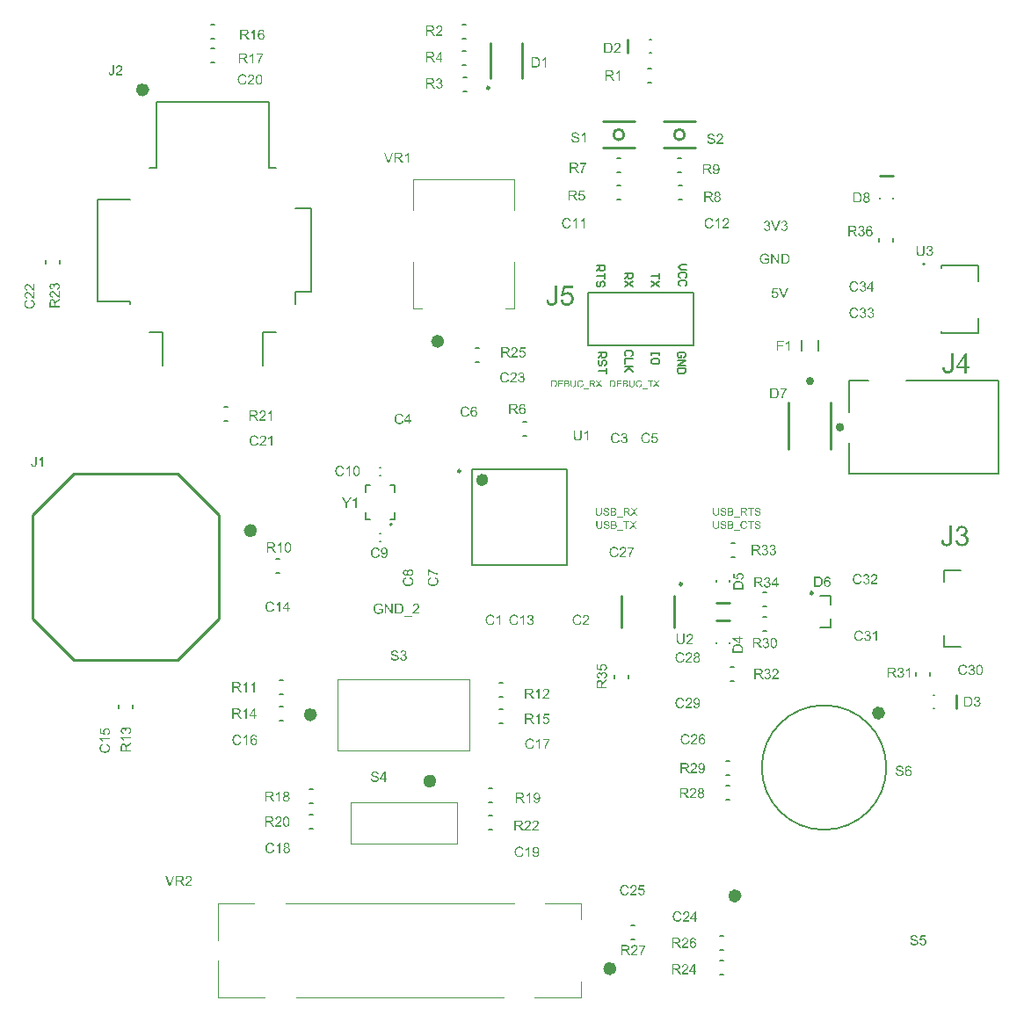
<source format=gto>
G04*
G04 #@! TF.GenerationSoftware,Altium Limited,Altium Designer,20.1.11 (218)*
G04*
G04 Layer_Color=65535*
%FSAX25Y25*%
%MOIN*%
G70*
G04*
G04 #@! TF.SameCoordinates,92D186D9-550C-4F16-BB26-844B56446FD3*
G04*
G04*
G04 #@! TF.FilePolarity,Positive*
G04*
G01*
G75*
%ADD10C,0.00787*%
%ADD11C,0.02756*%
%ADD12C,0.01000*%
%ADD13C,0.02362*%
%ADD14C,0.00984*%
%ADD15C,0.01575*%
%ADD16C,0.01500*%
%ADD17C,0.00500*%
%ADD18C,0.00394*%
%ADD19C,0.00600*%
G36*
X0287213Y0200428D02*
X0287244D01*
X0287319Y0200419D01*
X0287407Y0200406D01*
X0287503Y0200389D01*
X0287600Y0200362D01*
X0287692Y0200327D01*
X0287696D01*
X0287701Y0200323D01*
X0287714Y0200318D01*
X0287732Y0200310D01*
X0287775Y0200283D01*
X0287832Y0200253D01*
X0287894Y0200209D01*
X0287955Y0200156D01*
X0288017Y0200095D01*
X0288070Y0200024D01*
X0288074Y0200015D01*
X0288091Y0199989D01*
X0288113Y0199945D01*
X0288135Y0199893D01*
X0288162Y0199827D01*
X0288188Y0199748D01*
X0288206Y0199664D01*
X0288214Y0199572D01*
X0287850Y0199546D01*
Y0199550D01*
Y0199559D01*
X0287846Y0199572D01*
X0287841Y0199590D01*
X0287832Y0199638D01*
X0287815Y0199699D01*
X0287789Y0199765D01*
X0287754Y0199831D01*
X0287705Y0199897D01*
X0287648Y0199954D01*
X0287639Y0199958D01*
X0287617Y0199976D01*
X0287578Y0199998D01*
X0287525Y0200024D01*
X0287455Y0200051D01*
X0287367Y0200073D01*
X0287266Y0200090D01*
X0287148Y0200095D01*
X0287091D01*
X0287064Y0200090D01*
X0287029D01*
X0286954Y0200077D01*
X0286871Y0200064D01*
X0286788Y0200042D01*
X0286709Y0200011D01*
X0286673Y0199989D01*
X0286643Y0199967D01*
X0286638Y0199963D01*
X0286621Y0199945D01*
X0286595Y0199919D01*
X0286568Y0199879D01*
X0286537Y0199836D01*
X0286515Y0199783D01*
X0286498Y0199726D01*
X0286489Y0199660D01*
Y0199651D01*
Y0199634D01*
X0286493Y0199603D01*
X0286502Y0199568D01*
X0286515Y0199528D01*
X0286537Y0199484D01*
X0286564Y0199445D01*
X0286599Y0199405D01*
X0286603Y0199401D01*
X0286625Y0199388D01*
X0286638Y0199379D01*
X0286656Y0199366D01*
X0286682Y0199357D01*
X0286713Y0199344D01*
X0286748Y0199326D01*
X0286788Y0199309D01*
X0286832Y0199295D01*
X0286884Y0199278D01*
X0286946Y0199256D01*
X0287012Y0199238D01*
X0287086Y0199221D01*
X0287170Y0199199D01*
X0287174D01*
X0287192Y0199195D01*
X0287213Y0199190D01*
X0287244Y0199181D01*
X0287284Y0199173D01*
X0287328Y0199159D01*
X0287424Y0199137D01*
X0287530Y0199107D01*
X0287635Y0199076D01*
X0287688Y0199063D01*
X0287732Y0199045D01*
X0287775Y0199028D01*
X0287810Y0199015D01*
X0287815D01*
X0287824Y0199010D01*
X0287832Y0199001D01*
X0287850Y0198993D01*
X0287894Y0198966D01*
X0287951Y0198935D01*
X0288013Y0198892D01*
X0288074Y0198839D01*
X0288131Y0198782D01*
X0288179Y0198720D01*
X0288184Y0198712D01*
X0288197Y0198690D01*
X0288219Y0198655D01*
X0288241Y0198602D01*
X0288263Y0198545D01*
X0288285Y0198475D01*
X0288298Y0198396D01*
X0288302Y0198312D01*
Y0198308D01*
Y0198303D01*
Y0198290D01*
Y0198273D01*
X0288293Y0198229D01*
X0288285Y0198172D01*
X0288271Y0198106D01*
X0288245Y0198031D01*
X0288214Y0197952D01*
X0288171Y0197878D01*
X0288166Y0197869D01*
X0288144Y0197842D01*
X0288118Y0197807D01*
X0288074Y0197763D01*
X0288021Y0197711D01*
X0287955Y0197658D01*
X0287876Y0197610D01*
X0287789Y0197562D01*
X0287784D01*
X0287775Y0197557D01*
X0287762Y0197553D01*
X0287745Y0197544D01*
X0287723Y0197535D01*
X0287696Y0197526D01*
X0287626Y0197509D01*
X0287547Y0197487D01*
X0287451Y0197469D01*
X0287350Y0197456D01*
X0287235Y0197452D01*
X0287170D01*
X0287139Y0197456D01*
X0287099D01*
X0287055Y0197460D01*
X0287007Y0197465D01*
X0286906Y0197478D01*
X0286796Y0197500D01*
X0286687Y0197526D01*
X0286581Y0197562D01*
X0286577D01*
X0286568Y0197566D01*
X0286555Y0197575D01*
X0286537Y0197583D01*
X0286489Y0197610D01*
X0286432Y0197649D01*
X0286362Y0197698D01*
X0286296Y0197755D01*
X0286226Y0197825D01*
X0286164Y0197904D01*
Y0197908D01*
X0286160Y0197913D01*
X0286151Y0197926D01*
X0286142Y0197943D01*
X0286129Y0197965D01*
X0286116Y0197992D01*
X0286090Y0198057D01*
X0286063Y0198132D01*
X0286037Y0198224D01*
X0286019Y0198321D01*
X0286011Y0198426D01*
X0286371Y0198457D01*
Y0198453D01*
Y0198448D01*
X0286375Y0198422D01*
X0286384Y0198382D01*
X0286393Y0198330D01*
X0286410Y0198273D01*
X0286428Y0198211D01*
X0286454Y0198154D01*
X0286485Y0198097D01*
X0286489Y0198093D01*
X0286502Y0198075D01*
X0286524Y0198049D01*
X0286559Y0198018D01*
X0286599Y0197983D01*
X0286647Y0197943D01*
X0286709Y0197908D01*
X0286774Y0197873D01*
X0286779D01*
X0286783Y0197869D01*
X0286810Y0197860D01*
X0286849Y0197847D01*
X0286906Y0197834D01*
X0286968Y0197816D01*
X0287047Y0197803D01*
X0287130Y0197794D01*
X0287218Y0197790D01*
X0287253D01*
X0287297Y0197794D01*
X0287345Y0197799D01*
X0287407Y0197803D01*
X0287468Y0197816D01*
X0287534Y0197829D01*
X0287600Y0197851D01*
X0287609Y0197856D01*
X0287626Y0197864D01*
X0287657Y0197878D01*
X0287692Y0197899D01*
X0287736Y0197926D01*
X0287775Y0197957D01*
X0287815Y0197992D01*
X0287850Y0198031D01*
X0287854Y0198036D01*
X0287863Y0198053D01*
X0287876Y0198075D01*
X0287894Y0198106D01*
X0287907Y0198141D01*
X0287920Y0198185D01*
X0287929Y0198229D01*
X0287933Y0198277D01*
Y0198281D01*
Y0198299D01*
X0287929Y0198325D01*
X0287925Y0198356D01*
X0287916Y0198396D01*
X0287898Y0198435D01*
X0287881Y0198475D01*
X0287854Y0198514D01*
X0287850Y0198519D01*
X0287841Y0198532D01*
X0287819Y0198549D01*
X0287793Y0198575D01*
X0287758Y0198602D01*
X0287714Y0198628D01*
X0287657Y0198659D01*
X0287595Y0198685D01*
X0287591Y0198690D01*
X0287574Y0198694D01*
X0287538Y0198703D01*
X0287516Y0198712D01*
X0287490Y0198720D01*
X0287455Y0198729D01*
X0287420Y0198738D01*
X0287376Y0198751D01*
X0287332Y0198764D01*
X0287279Y0198777D01*
X0287218Y0198791D01*
X0287152Y0198808D01*
X0287082Y0198826D01*
X0287077D01*
X0287064Y0198830D01*
X0287042Y0198835D01*
X0287016Y0198843D01*
X0286985Y0198852D01*
X0286950Y0198861D01*
X0286867Y0198883D01*
X0286774Y0198914D01*
X0286682Y0198944D01*
X0286599Y0198975D01*
X0286559Y0198988D01*
X0286529Y0199006D01*
X0286524D01*
X0286520Y0199010D01*
X0286493Y0199028D01*
X0286458Y0199050D01*
X0286415Y0199080D01*
X0286362Y0199120D01*
X0286314Y0199164D01*
X0286265Y0199216D01*
X0286221Y0199274D01*
X0286217Y0199282D01*
X0286204Y0199304D01*
X0286191Y0199335D01*
X0286173Y0199379D01*
X0286151Y0199432D01*
X0286138Y0199493D01*
X0286125Y0199563D01*
X0286120Y0199634D01*
Y0199638D01*
Y0199642D01*
Y0199655D01*
Y0199673D01*
X0286129Y0199713D01*
X0286138Y0199765D01*
X0286151Y0199831D01*
X0286173Y0199897D01*
X0286204Y0199972D01*
X0286243Y0200042D01*
Y0200046D01*
X0286248Y0200051D01*
X0286265Y0200073D01*
X0286296Y0200108D01*
X0286335Y0200152D01*
X0286384Y0200196D01*
X0286445Y0200244D01*
X0286520Y0200292D01*
X0286603Y0200331D01*
X0286608D01*
X0286612Y0200336D01*
X0286625Y0200340D01*
X0286647Y0200349D01*
X0286669Y0200354D01*
X0286696Y0200362D01*
X0286757Y0200384D01*
X0286836Y0200402D01*
X0286924Y0200415D01*
X0287025Y0200428D01*
X0287130Y0200432D01*
X0287183D01*
X0287213Y0200428D01*
D02*
G37*
G36*
X0274237D02*
X0274267D01*
X0274342Y0200419D01*
X0274430Y0200406D01*
X0274526Y0200389D01*
X0274623Y0200362D01*
X0274715Y0200327D01*
X0274720D01*
X0274724Y0200323D01*
X0274737Y0200318D01*
X0274755Y0200310D01*
X0274799Y0200283D01*
X0274856Y0200253D01*
X0274917Y0200209D01*
X0274979Y0200156D01*
X0275040Y0200095D01*
X0275093Y0200024D01*
X0275097Y0200015D01*
X0275115Y0199989D01*
X0275137Y0199945D01*
X0275159Y0199893D01*
X0275185Y0199827D01*
X0275211Y0199748D01*
X0275229Y0199664D01*
X0275238Y0199572D01*
X0274873Y0199546D01*
Y0199550D01*
Y0199559D01*
X0274869Y0199572D01*
X0274864Y0199590D01*
X0274856Y0199638D01*
X0274838Y0199699D01*
X0274812Y0199765D01*
X0274777Y0199831D01*
X0274728Y0199897D01*
X0274671Y0199954D01*
X0274662Y0199958D01*
X0274640Y0199976D01*
X0274601Y0199998D01*
X0274548Y0200024D01*
X0274478Y0200051D01*
X0274390Y0200073D01*
X0274289Y0200090D01*
X0274171Y0200095D01*
X0274114D01*
X0274087Y0200090D01*
X0274052D01*
X0273978Y0200077D01*
X0273894Y0200064D01*
X0273811Y0200042D01*
X0273732Y0200011D01*
X0273697Y0199989D01*
X0273666Y0199967D01*
X0273662Y0199963D01*
X0273644Y0199945D01*
X0273618Y0199919D01*
X0273591Y0199879D01*
X0273561Y0199836D01*
X0273539Y0199783D01*
X0273521Y0199726D01*
X0273512Y0199660D01*
Y0199651D01*
Y0199634D01*
X0273517Y0199603D01*
X0273526Y0199568D01*
X0273539Y0199528D01*
X0273561Y0199484D01*
X0273587Y0199445D01*
X0273622Y0199405D01*
X0273626Y0199401D01*
X0273648Y0199388D01*
X0273662Y0199379D01*
X0273679Y0199366D01*
X0273706Y0199357D01*
X0273736Y0199344D01*
X0273771Y0199326D01*
X0273811Y0199309D01*
X0273855Y0199295D01*
X0273907Y0199278D01*
X0273969Y0199256D01*
X0274035Y0199238D01*
X0274109Y0199221D01*
X0274193Y0199199D01*
X0274197D01*
X0274215Y0199195D01*
X0274237Y0199190D01*
X0274267Y0199181D01*
X0274307Y0199173D01*
X0274351Y0199159D01*
X0274447Y0199137D01*
X0274553Y0199107D01*
X0274658Y0199076D01*
X0274711Y0199063D01*
X0274755Y0199045D01*
X0274799Y0199028D01*
X0274834Y0199015D01*
X0274838D01*
X0274847Y0199010D01*
X0274856Y0199001D01*
X0274873Y0198993D01*
X0274917Y0198966D01*
X0274974Y0198935D01*
X0275036Y0198892D01*
X0275097Y0198839D01*
X0275154Y0198782D01*
X0275202Y0198720D01*
X0275207Y0198712D01*
X0275220Y0198690D01*
X0275242Y0198655D01*
X0275264Y0198602D01*
X0275286Y0198545D01*
X0275308Y0198475D01*
X0275321Y0198396D01*
X0275325Y0198312D01*
Y0198308D01*
Y0198303D01*
Y0198290D01*
Y0198273D01*
X0275317Y0198229D01*
X0275308Y0198172D01*
X0275295Y0198106D01*
X0275268Y0198031D01*
X0275238Y0197952D01*
X0275194Y0197878D01*
X0275189Y0197869D01*
X0275167Y0197842D01*
X0275141Y0197807D01*
X0275097Y0197763D01*
X0275044Y0197711D01*
X0274979Y0197658D01*
X0274900Y0197610D01*
X0274812Y0197562D01*
X0274807D01*
X0274799Y0197557D01*
X0274785Y0197553D01*
X0274768Y0197544D01*
X0274746Y0197535D01*
X0274720Y0197526D01*
X0274649Y0197509D01*
X0274570Y0197487D01*
X0274474Y0197469D01*
X0274373Y0197456D01*
X0274259Y0197452D01*
X0274193D01*
X0274162Y0197456D01*
X0274123D01*
X0274079Y0197460D01*
X0274030Y0197465D01*
X0273929Y0197478D01*
X0273820Y0197500D01*
X0273710Y0197526D01*
X0273604Y0197562D01*
X0273600D01*
X0273591Y0197566D01*
X0273578Y0197575D01*
X0273561Y0197583D01*
X0273512Y0197610D01*
X0273455Y0197649D01*
X0273385Y0197698D01*
X0273319Y0197755D01*
X0273249Y0197825D01*
X0273187Y0197904D01*
Y0197908D01*
X0273183Y0197913D01*
X0273174Y0197926D01*
X0273165Y0197943D01*
X0273152Y0197965D01*
X0273139Y0197992D01*
X0273113Y0198057D01*
X0273087Y0198132D01*
X0273060Y0198224D01*
X0273043Y0198321D01*
X0273034Y0198426D01*
X0273394Y0198457D01*
Y0198453D01*
Y0198448D01*
X0273398Y0198422D01*
X0273407Y0198382D01*
X0273416Y0198330D01*
X0273433Y0198273D01*
X0273451Y0198211D01*
X0273477Y0198154D01*
X0273508Y0198097D01*
X0273512Y0198093D01*
X0273526Y0198075D01*
X0273547Y0198049D01*
X0273583Y0198018D01*
X0273622Y0197983D01*
X0273670Y0197943D01*
X0273732Y0197908D01*
X0273798Y0197873D01*
X0273802D01*
X0273806Y0197869D01*
X0273833Y0197860D01*
X0273872Y0197847D01*
X0273929Y0197834D01*
X0273991Y0197816D01*
X0274070Y0197803D01*
X0274153Y0197794D01*
X0274241Y0197790D01*
X0274276D01*
X0274320Y0197794D01*
X0274368Y0197799D01*
X0274430Y0197803D01*
X0274491Y0197816D01*
X0274557Y0197829D01*
X0274623Y0197851D01*
X0274632Y0197856D01*
X0274649Y0197864D01*
X0274680Y0197878D01*
X0274715Y0197899D01*
X0274759Y0197926D01*
X0274799Y0197957D01*
X0274838Y0197992D01*
X0274873Y0198031D01*
X0274878Y0198036D01*
X0274886Y0198053D01*
X0274900Y0198075D01*
X0274917Y0198106D01*
X0274930Y0198141D01*
X0274943Y0198185D01*
X0274952Y0198229D01*
X0274957Y0198277D01*
Y0198281D01*
Y0198299D01*
X0274952Y0198325D01*
X0274948Y0198356D01*
X0274939Y0198396D01*
X0274921Y0198435D01*
X0274904Y0198475D01*
X0274878Y0198514D01*
X0274873Y0198519D01*
X0274864Y0198532D01*
X0274843Y0198549D01*
X0274816Y0198575D01*
X0274781Y0198602D01*
X0274737Y0198628D01*
X0274680Y0198659D01*
X0274619Y0198685D01*
X0274614Y0198690D01*
X0274597Y0198694D01*
X0274562Y0198703D01*
X0274540Y0198712D01*
X0274513Y0198720D01*
X0274478Y0198729D01*
X0274443Y0198738D01*
X0274399Y0198751D01*
X0274355Y0198764D01*
X0274303Y0198777D01*
X0274241Y0198791D01*
X0274175Y0198808D01*
X0274105Y0198826D01*
X0274101D01*
X0274087Y0198830D01*
X0274065Y0198835D01*
X0274039Y0198843D01*
X0274008Y0198852D01*
X0273973Y0198861D01*
X0273890Y0198883D01*
X0273798Y0198914D01*
X0273706Y0198944D01*
X0273622Y0198975D01*
X0273583Y0198988D01*
X0273552Y0199006D01*
X0273547D01*
X0273543Y0199010D01*
X0273517Y0199028D01*
X0273482Y0199050D01*
X0273438Y0199080D01*
X0273385Y0199120D01*
X0273337Y0199164D01*
X0273288Y0199216D01*
X0273245Y0199274D01*
X0273240Y0199282D01*
X0273227Y0199304D01*
X0273214Y0199335D01*
X0273196Y0199379D01*
X0273174Y0199432D01*
X0273161Y0199493D01*
X0273148Y0199563D01*
X0273144Y0199634D01*
Y0199638D01*
Y0199642D01*
Y0199655D01*
Y0199673D01*
X0273152Y0199713D01*
X0273161Y0199765D01*
X0273174Y0199831D01*
X0273196Y0199897D01*
X0273227Y0199972D01*
X0273267Y0200042D01*
Y0200046D01*
X0273271Y0200051D01*
X0273288Y0200073D01*
X0273319Y0200108D01*
X0273359Y0200152D01*
X0273407Y0200196D01*
X0273468Y0200244D01*
X0273543Y0200292D01*
X0273626Y0200331D01*
X0273631D01*
X0273635Y0200336D01*
X0273648Y0200340D01*
X0273670Y0200349D01*
X0273692Y0200354D01*
X0273719Y0200362D01*
X0273780Y0200384D01*
X0273859Y0200402D01*
X0273947Y0200415D01*
X0274048Y0200428D01*
X0274153Y0200432D01*
X0274206D01*
X0274237Y0200428D01*
D02*
G37*
G36*
X0272525Y0198716D02*
Y0198712D01*
Y0198698D01*
Y0198677D01*
Y0198646D01*
X0272520Y0198606D01*
Y0198567D01*
X0272516Y0198519D01*
X0272511Y0198466D01*
X0272498Y0198356D01*
X0272481Y0198242D01*
X0272459Y0198128D01*
X0272424Y0198027D01*
Y0198022D01*
X0272419Y0198014D01*
X0272415Y0198001D01*
X0272406Y0197983D01*
X0272380Y0197939D01*
X0272345Y0197878D01*
X0272296Y0197812D01*
X0272235Y0197741D01*
X0272156Y0197676D01*
X0272068Y0197610D01*
X0272064D01*
X0272055Y0197601D01*
X0272042Y0197597D01*
X0272020Y0197583D01*
X0271998Y0197575D01*
X0271967Y0197562D01*
X0271927Y0197544D01*
X0271888Y0197531D01*
X0271844Y0197518D01*
X0271791Y0197500D01*
X0271739Y0197487D01*
X0271677Y0197478D01*
X0271546Y0197460D01*
X0271396Y0197452D01*
X0271357D01*
X0271330Y0197456D01*
X0271295D01*
X0271256Y0197460D01*
X0271212Y0197465D01*
X0271164Y0197469D01*
X0271058Y0197487D01*
X0270949Y0197509D01*
X0270834Y0197544D01*
X0270733Y0197588D01*
X0270729D01*
X0270720Y0197597D01*
X0270711Y0197601D01*
X0270694Y0197614D01*
X0270646Y0197645D01*
X0270593Y0197693D01*
X0270532Y0197750D01*
X0270474Y0197816D01*
X0270417Y0197899D01*
X0270369Y0197992D01*
Y0197996D01*
X0270365Y0198005D01*
X0270360Y0198018D01*
X0270352Y0198040D01*
X0270343Y0198066D01*
X0270334Y0198101D01*
X0270325Y0198141D01*
X0270316Y0198185D01*
X0270303Y0198233D01*
X0270294Y0198286D01*
X0270286Y0198347D01*
X0270277Y0198409D01*
X0270268Y0198479D01*
X0270264Y0198554D01*
X0270259Y0198633D01*
Y0198716D01*
Y0200384D01*
X0270641D01*
Y0198716D01*
Y0198712D01*
Y0198698D01*
Y0198681D01*
Y0198655D01*
Y0198624D01*
X0270646Y0198589D01*
X0270650Y0198505D01*
X0270659Y0198417D01*
X0270668Y0198325D01*
X0270685Y0198238D01*
X0270694Y0198198D01*
X0270707Y0198163D01*
X0270711Y0198154D01*
X0270720Y0198132D01*
X0270738Y0198101D01*
X0270764Y0198062D01*
X0270795Y0198018D01*
X0270839Y0197970D01*
X0270887Y0197926D01*
X0270949Y0197886D01*
X0270957Y0197882D01*
X0270979Y0197873D01*
X0271014Y0197856D01*
X0271063Y0197842D01*
X0271124Y0197825D01*
X0271194Y0197807D01*
X0271273Y0197799D01*
X0271361Y0197794D01*
X0271401D01*
X0271431Y0197799D01*
X0271467D01*
X0271506Y0197803D01*
X0271594Y0197816D01*
X0271695Y0197842D01*
X0271791Y0197873D01*
X0271884Y0197921D01*
X0271927Y0197948D01*
X0271963Y0197983D01*
Y0197987D01*
X0271971Y0197992D01*
X0271980Y0198005D01*
X0271989Y0198022D01*
X0272007Y0198044D01*
X0272020Y0198071D01*
X0272037Y0198106D01*
X0272055Y0198145D01*
X0272068Y0198194D01*
X0272086Y0198246D01*
X0272103Y0198303D01*
X0272116Y0198374D01*
X0272125Y0198448D01*
X0272134Y0198527D01*
X0272143Y0198619D01*
Y0198716D01*
Y0200384D01*
X0272525D01*
Y0198716D01*
D02*
G37*
G36*
X0285743Y0200046D02*
X0284795D01*
Y0197500D01*
X0284413D01*
Y0200046D01*
X0283464D01*
Y0200384D01*
X0285743D01*
Y0200046D01*
D02*
G37*
G36*
X0282152Y0200380D02*
X0282187D01*
X0282275Y0200376D01*
X0282367Y0200367D01*
X0282464Y0200349D01*
X0282556Y0200331D01*
X0282600Y0200318D01*
X0282639Y0200305D01*
X0282644D01*
X0282648Y0200301D01*
X0282674Y0200292D01*
X0282709Y0200270D01*
X0282753Y0200239D01*
X0282806Y0200204D01*
X0282859Y0200156D01*
X0282911Y0200099D01*
X0282960Y0200029D01*
X0282964Y0200020D01*
X0282977Y0199994D01*
X0282999Y0199954D01*
X0283021Y0199901D01*
X0283043Y0199836D01*
X0283065Y0199761D01*
X0283078Y0199682D01*
X0283083Y0199594D01*
Y0199590D01*
Y0199581D01*
Y0199563D01*
X0283078Y0199541D01*
Y0199515D01*
X0283074Y0199484D01*
X0283056Y0199414D01*
X0283034Y0199331D01*
X0282999Y0199247D01*
X0282946Y0199159D01*
X0282916Y0199116D01*
X0282881Y0199076D01*
X0282872Y0199067D01*
X0282859Y0199058D01*
X0282845Y0199041D01*
X0282823Y0199028D01*
X0282797Y0199006D01*
X0282766Y0198988D01*
X0282731Y0198966D01*
X0282692Y0198944D01*
X0282644Y0198922D01*
X0282595Y0198900D01*
X0282538Y0198879D01*
X0282481Y0198856D01*
X0282415Y0198839D01*
X0282345Y0198826D01*
X0282270Y0198813D01*
X0282279Y0198808D01*
X0282297Y0198799D01*
X0282323Y0198786D01*
X0282354Y0198769D01*
X0282428Y0198720D01*
X0282468Y0198694D01*
X0282499Y0198668D01*
X0282507Y0198659D01*
X0282529Y0198641D01*
X0282560Y0198606D01*
X0282600Y0198562D01*
X0282648Y0198505D01*
X0282701Y0198440D01*
X0282758Y0198365D01*
X0282815Y0198281D01*
X0283315Y0197500D01*
X0282837D01*
X0282455Y0198097D01*
Y0198101D01*
X0282446Y0198110D01*
X0282437Y0198123D01*
X0282428Y0198141D01*
X0282398Y0198185D01*
X0282358Y0198242D01*
X0282314Y0198308D01*
X0282266Y0198374D01*
X0282222Y0198435D01*
X0282178Y0198492D01*
X0282174Y0198496D01*
X0282161Y0198514D01*
X0282139Y0198540D01*
X0282117Y0198571D01*
X0282051Y0198633D01*
X0282020Y0198663D01*
X0281985Y0198685D01*
X0281981Y0198690D01*
X0281972Y0198694D01*
X0281954Y0198703D01*
X0281932Y0198716D01*
X0281880Y0198742D01*
X0281814Y0198764D01*
X0281809D01*
X0281801Y0198769D01*
X0281783D01*
X0281761Y0198773D01*
X0281730Y0198777D01*
X0281695D01*
X0281651Y0198782D01*
X0281160D01*
Y0197500D01*
X0280778D01*
Y0200384D01*
X0282117D01*
X0282152Y0200380D01*
D02*
G37*
G36*
X0276994D02*
X0277024D01*
X0277099Y0200376D01*
X0277182Y0200362D01*
X0277270Y0200349D01*
X0277358Y0200327D01*
X0277437Y0200296D01*
X0277441D01*
X0277446Y0200292D01*
X0277472Y0200279D01*
X0277507Y0200257D01*
X0277551Y0200231D01*
X0277604Y0200191D01*
X0277657Y0200143D01*
X0277705Y0200090D01*
X0277753Y0200024D01*
X0277757Y0200015D01*
X0277771Y0199994D01*
X0277788Y0199954D01*
X0277810Y0199906D01*
X0277832Y0199849D01*
X0277850Y0199787D01*
X0277863Y0199717D01*
X0277867Y0199642D01*
Y0199634D01*
Y0199612D01*
X0277863Y0199576D01*
X0277854Y0199528D01*
X0277841Y0199476D01*
X0277823Y0199418D01*
X0277801Y0199353D01*
X0277766Y0199291D01*
X0277762Y0199282D01*
X0277749Y0199265D01*
X0277722Y0199234D01*
X0277692Y0199199D01*
X0277648Y0199155D01*
X0277595Y0199116D01*
X0277534Y0199072D01*
X0277459Y0199032D01*
X0277463D01*
X0277472Y0199028D01*
X0277485Y0199023D01*
X0277503Y0199019D01*
X0277551Y0198997D01*
X0277608Y0198971D01*
X0277674Y0198931D01*
X0277740Y0198887D01*
X0277806Y0198835D01*
X0277863Y0198769D01*
X0277867Y0198760D01*
X0277885Y0198738D01*
X0277907Y0198698D01*
X0277937Y0198646D01*
X0277964Y0198580D01*
X0277986Y0198510D01*
X0278003Y0198426D01*
X0278008Y0198334D01*
Y0198325D01*
Y0198299D01*
X0278003Y0198259D01*
X0277999Y0198211D01*
X0277986Y0198154D01*
X0277973Y0198088D01*
X0277951Y0198022D01*
X0277920Y0197957D01*
X0277916Y0197948D01*
X0277907Y0197926D01*
X0277885Y0197895D01*
X0277863Y0197856D01*
X0277832Y0197812D01*
X0277797Y0197768D01*
X0277753Y0197724D01*
X0277709Y0197684D01*
X0277705Y0197680D01*
X0277687Y0197671D01*
X0277661Y0197654D01*
X0277621Y0197632D01*
X0277577Y0197610D01*
X0277520Y0197588D01*
X0277459Y0197566D01*
X0277393Y0197544D01*
X0277384D01*
X0277358Y0197535D01*
X0277318Y0197531D01*
X0277266Y0197522D01*
X0277196Y0197513D01*
X0277116Y0197509D01*
X0277029Y0197500D01*
X0275830D01*
Y0200384D01*
X0276963D01*
X0276994Y0200380D01*
D02*
G37*
G36*
X0280506Y0196701D02*
X0278161D01*
Y0196956D01*
X0280506D01*
Y0196701D01*
D02*
G37*
G36*
X0287204Y0195428D02*
X0287235D01*
X0287310Y0195419D01*
X0287397Y0195406D01*
X0287494Y0195389D01*
X0287591Y0195362D01*
X0287683Y0195327D01*
X0287687D01*
X0287691Y0195323D01*
X0287705Y0195318D01*
X0287722Y0195310D01*
X0287766Y0195283D01*
X0287823Y0195253D01*
X0287885Y0195209D01*
X0287946Y0195156D01*
X0288007Y0195095D01*
X0288060Y0195024D01*
X0288065Y0195016D01*
X0288082Y0194989D01*
X0288104Y0194945D01*
X0288126Y0194893D01*
X0288152Y0194827D01*
X0288179Y0194748D01*
X0288196Y0194664D01*
X0288205Y0194572D01*
X0287841Y0194546D01*
Y0194550D01*
Y0194559D01*
X0287836Y0194572D01*
X0287832Y0194590D01*
X0287823Y0194638D01*
X0287806Y0194699D01*
X0287779Y0194765D01*
X0287744Y0194831D01*
X0287696Y0194897D01*
X0287639Y0194954D01*
X0287630Y0194958D01*
X0287608Y0194976D01*
X0287569Y0194998D01*
X0287516Y0195024D01*
X0287446Y0195051D01*
X0287358Y0195072D01*
X0287257Y0195090D01*
X0287138Y0195095D01*
X0287081D01*
X0287055Y0195090D01*
X0287020D01*
X0286945Y0195077D01*
X0286862Y0195064D01*
X0286778Y0195042D01*
X0286699Y0195011D01*
X0286664Y0194989D01*
X0286633Y0194967D01*
X0286629Y0194963D01*
X0286612Y0194945D01*
X0286585Y0194919D01*
X0286559Y0194879D01*
X0286528Y0194835D01*
X0286506Y0194783D01*
X0286489Y0194726D01*
X0286480Y0194660D01*
Y0194651D01*
Y0194633D01*
X0286484Y0194603D01*
X0286493Y0194568D01*
X0286506Y0194528D01*
X0286528Y0194484D01*
X0286555Y0194445D01*
X0286590Y0194405D01*
X0286594Y0194401D01*
X0286616Y0194388D01*
X0286629Y0194379D01*
X0286647Y0194366D01*
X0286673Y0194357D01*
X0286704Y0194344D01*
X0286739Y0194326D01*
X0286778Y0194309D01*
X0286822Y0194296D01*
X0286875Y0194278D01*
X0286936Y0194256D01*
X0287002Y0194238D01*
X0287077Y0194221D01*
X0287160Y0194199D01*
X0287165D01*
X0287182Y0194194D01*
X0287204Y0194190D01*
X0287235Y0194181D01*
X0287274Y0194173D01*
X0287318Y0194159D01*
X0287415Y0194138D01*
X0287520Y0194107D01*
X0287626Y0194076D01*
X0287678Y0194063D01*
X0287722Y0194045D01*
X0287766Y0194028D01*
X0287801Y0194015D01*
X0287806D01*
X0287814Y0194010D01*
X0287823Y0194001D01*
X0287841Y0193993D01*
X0287885Y0193966D01*
X0287942Y0193936D01*
X0288003Y0193892D01*
X0288065Y0193839D01*
X0288122Y0193782D01*
X0288170Y0193720D01*
X0288174Y0193712D01*
X0288188Y0193690D01*
X0288210Y0193655D01*
X0288231Y0193602D01*
X0288253Y0193545D01*
X0288275Y0193475D01*
X0288288Y0193396D01*
X0288293Y0193312D01*
Y0193308D01*
Y0193303D01*
Y0193290D01*
Y0193273D01*
X0288284Y0193229D01*
X0288275Y0193172D01*
X0288262Y0193106D01*
X0288236Y0193031D01*
X0288205Y0192952D01*
X0288161Y0192877D01*
X0288157Y0192869D01*
X0288135Y0192842D01*
X0288108Y0192807D01*
X0288065Y0192763D01*
X0288012Y0192711D01*
X0287946Y0192658D01*
X0287867Y0192610D01*
X0287779Y0192561D01*
X0287775D01*
X0287766Y0192557D01*
X0287753Y0192553D01*
X0287735Y0192544D01*
X0287713Y0192535D01*
X0287687Y0192526D01*
X0287617Y0192509D01*
X0287538Y0192487D01*
X0287441Y0192469D01*
X0287340Y0192456D01*
X0287226Y0192452D01*
X0287160D01*
X0287130Y0192456D01*
X0287090D01*
X0287046Y0192461D01*
X0286998Y0192465D01*
X0286897Y0192478D01*
X0286787Y0192500D01*
X0286677Y0192526D01*
X0286572Y0192561D01*
X0286568D01*
X0286559Y0192566D01*
X0286546Y0192575D01*
X0286528Y0192583D01*
X0286480Y0192610D01*
X0286423Y0192649D01*
X0286352Y0192698D01*
X0286287Y0192755D01*
X0286216Y0192825D01*
X0286155Y0192904D01*
Y0192908D01*
X0286151Y0192913D01*
X0286142Y0192926D01*
X0286133Y0192943D01*
X0286120Y0192965D01*
X0286107Y0192992D01*
X0286080Y0193058D01*
X0286054Y0193132D01*
X0286028Y0193224D01*
X0286010Y0193321D01*
X0286001Y0193426D01*
X0286361Y0193457D01*
Y0193453D01*
Y0193448D01*
X0286366Y0193422D01*
X0286374Y0193382D01*
X0286383Y0193330D01*
X0286401Y0193273D01*
X0286418Y0193211D01*
X0286445Y0193154D01*
X0286475Y0193097D01*
X0286480Y0193093D01*
X0286493Y0193075D01*
X0286515Y0193049D01*
X0286550Y0193018D01*
X0286590Y0192983D01*
X0286638Y0192943D01*
X0286699Y0192908D01*
X0286765Y0192873D01*
X0286770D01*
X0286774Y0192869D01*
X0286800Y0192860D01*
X0286840Y0192847D01*
X0286897Y0192834D01*
X0286958Y0192816D01*
X0287037Y0192803D01*
X0287121Y0192794D01*
X0287209Y0192790D01*
X0287244D01*
X0287288Y0192794D01*
X0287336Y0192798D01*
X0287397Y0192803D01*
X0287459Y0192816D01*
X0287525Y0192829D01*
X0287591Y0192851D01*
X0287599Y0192856D01*
X0287617Y0192864D01*
X0287648Y0192877D01*
X0287683Y0192900D01*
X0287727Y0192926D01*
X0287766Y0192957D01*
X0287806Y0192992D01*
X0287841Y0193031D01*
X0287845Y0193036D01*
X0287854Y0193053D01*
X0287867Y0193075D01*
X0287885Y0193106D01*
X0287898Y0193141D01*
X0287911Y0193185D01*
X0287920Y0193229D01*
X0287924Y0193277D01*
Y0193281D01*
Y0193299D01*
X0287920Y0193325D01*
X0287915Y0193356D01*
X0287907Y0193396D01*
X0287889Y0193435D01*
X0287872Y0193475D01*
X0287845Y0193514D01*
X0287841Y0193518D01*
X0287832Y0193532D01*
X0287810Y0193549D01*
X0287784Y0193576D01*
X0287749Y0193602D01*
X0287705Y0193628D01*
X0287648Y0193659D01*
X0287586Y0193685D01*
X0287582Y0193690D01*
X0287564Y0193694D01*
X0287529Y0193703D01*
X0287507Y0193712D01*
X0287481Y0193720D01*
X0287446Y0193729D01*
X0287410Y0193738D01*
X0287367Y0193751D01*
X0287323Y0193764D01*
X0287270Y0193778D01*
X0287209Y0193791D01*
X0287143Y0193808D01*
X0287072Y0193826D01*
X0287068D01*
X0287055Y0193830D01*
X0287033Y0193835D01*
X0287007Y0193843D01*
X0286976Y0193852D01*
X0286941Y0193861D01*
X0286857Y0193883D01*
X0286765Y0193914D01*
X0286673Y0193944D01*
X0286590Y0193975D01*
X0286550Y0193988D01*
X0286519Y0194006D01*
X0286515D01*
X0286511Y0194010D01*
X0286484Y0194028D01*
X0286449Y0194050D01*
X0286405Y0194080D01*
X0286352Y0194120D01*
X0286304Y0194164D01*
X0286256Y0194217D01*
X0286212Y0194274D01*
X0286208Y0194282D01*
X0286194Y0194304D01*
X0286181Y0194335D01*
X0286164Y0194379D01*
X0286142Y0194432D01*
X0286129Y0194493D01*
X0286116Y0194563D01*
X0286111Y0194633D01*
Y0194638D01*
Y0194642D01*
Y0194656D01*
Y0194673D01*
X0286120Y0194713D01*
X0286129Y0194765D01*
X0286142Y0194831D01*
X0286164Y0194897D01*
X0286194Y0194972D01*
X0286234Y0195042D01*
Y0195046D01*
X0286238Y0195051D01*
X0286256Y0195072D01*
X0286287Y0195108D01*
X0286326Y0195152D01*
X0286374Y0195195D01*
X0286436Y0195244D01*
X0286511Y0195292D01*
X0286594Y0195332D01*
X0286598D01*
X0286603Y0195336D01*
X0286616Y0195340D01*
X0286638Y0195349D01*
X0286660Y0195353D01*
X0286686Y0195362D01*
X0286748Y0195384D01*
X0286827Y0195402D01*
X0286914Y0195415D01*
X0287015Y0195428D01*
X0287121Y0195432D01*
X0287174D01*
X0287204Y0195428D01*
D02*
G37*
G36*
X0274227D02*
X0274258D01*
X0274333Y0195419D01*
X0274420Y0195406D01*
X0274517Y0195389D01*
X0274614Y0195362D01*
X0274706Y0195327D01*
X0274710D01*
X0274715Y0195323D01*
X0274728Y0195318D01*
X0274745Y0195310D01*
X0274789Y0195283D01*
X0274846Y0195253D01*
X0274908Y0195209D01*
X0274969Y0195156D01*
X0275031Y0195095D01*
X0275083Y0195024D01*
X0275088Y0195016D01*
X0275105Y0194989D01*
X0275127Y0194945D01*
X0275149Y0194893D01*
X0275176Y0194827D01*
X0275202Y0194748D01*
X0275219Y0194664D01*
X0275228Y0194572D01*
X0274864Y0194546D01*
Y0194550D01*
Y0194559D01*
X0274859Y0194572D01*
X0274855Y0194590D01*
X0274846Y0194638D01*
X0274829Y0194699D01*
X0274802Y0194765D01*
X0274767Y0194831D01*
X0274719Y0194897D01*
X0274662Y0194954D01*
X0274653Y0194958D01*
X0274631Y0194976D01*
X0274592Y0194998D01*
X0274539Y0195024D01*
X0274469Y0195051D01*
X0274381Y0195072D01*
X0274280Y0195090D01*
X0274162Y0195095D01*
X0274104D01*
X0274078Y0195090D01*
X0274043D01*
X0273968Y0195077D01*
X0273885Y0195064D01*
X0273801Y0195042D01*
X0273723Y0195011D01*
X0273687Y0194989D01*
X0273657Y0194967D01*
X0273652Y0194963D01*
X0273635Y0194945D01*
X0273608Y0194919D01*
X0273582Y0194879D01*
X0273551Y0194835D01*
X0273529Y0194783D01*
X0273512Y0194726D01*
X0273503Y0194660D01*
Y0194651D01*
Y0194633D01*
X0273507Y0194603D01*
X0273516Y0194568D01*
X0273529Y0194528D01*
X0273551Y0194484D01*
X0273578Y0194445D01*
X0273613Y0194405D01*
X0273617Y0194401D01*
X0273639Y0194388D01*
X0273652Y0194379D01*
X0273670Y0194366D01*
X0273696Y0194357D01*
X0273727Y0194344D01*
X0273762Y0194326D01*
X0273801Y0194309D01*
X0273845Y0194296D01*
X0273898Y0194278D01*
X0273959Y0194256D01*
X0274025Y0194238D01*
X0274100Y0194221D01*
X0274183Y0194199D01*
X0274188D01*
X0274205Y0194194D01*
X0274227Y0194190D01*
X0274258Y0194181D01*
X0274298Y0194173D01*
X0274342Y0194159D01*
X0274438Y0194138D01*
X0274543Y0194107D01*
X0274649Y0194076D01*
X0274701Y0194063D01*
X0274745Y0194045D01*
X0274789Y0194028D01*
X0274824Y0194015D01*
X0274829D01*
X0274838Y0194010D01*
X0274846Y0194001D01*
X0274864Y0193993D01*
X0274908Y0193966D01*
X0274965Y0193936D01*
X0275026Y0193892D01*
X0275088Y0193839D01*
X0275145Y0193782D01*
X0275193Y0193720D01*
X0275198Y0193712D01*
X0275211Y0193690D01*
X0275233Y0193655D01*
X0275255Y0193602D01*
X0275276Y0193545D01*
X0275299Y0193475D01*
X0275312Y0193396D01*
X0275316Y0193312D01*
Y0193308D01*
Y0193303D01*
Y0193290D01*
Y0193273D01*
X0275307Y0193229D01*
X0275299Y0193172D01*
X0275285Y0193106D01*
X0275259Y0193031D01*
X0275228Y0192952D01*
X0275184Y0192877D01*
X0275180Y0192869D01*
X0275158Y0192842D01*
X0275132Y0192807D01*
X0275088Y0192763D01*
X0275035Y0192711D01*
X0274969Y0192658D01*
X0274890Y0192610D01*
X0274802Y0192561D01*
X0274798D01*
X0274789Y0192557D01*
X0274776Y0192553D01*
X0274759Y0192544D01*
X0274737Y0192535D01*
X0274710Y0192526D01*
X0274640Y0192509D01*
X0274561Y0192487D01*
X0274464Y0192469D01*
X0274363Y0192456D01*
X0274249Y0192452D01*
X0274183D01*
X0274153Y0192456D01*
X0274113D01*
X0274069Y0192461D01*
X0274021Y0192465D01*
X0273920Y0192478D01*
X0273810Y0192500D01*
X0273700Y0192526D01*
X0273595Y0192561D01*
X0273591D01*
X0273582Y0192566D01*
X0273569Y0192575D01*
X0273551Y0192583D01*
X0273503Y0192610D01*
X0273446Y0192649D01*
X0273376Y0192698D01*
X0273310Y0192755D01*
X0273240Y0192825D01*
X0273178Y0192904D01*
Y0192908D01*
X0273174Y0192913D01*
X0273165Y0192926D01*
X0273156Y0192943D01*
X0273143Y0192965D01*
X0273130Y0192992D01*
X0273103Y0193058D01*
X0273077Y0193132D01*
X0273051Y0193224D01*
X0273033Y0193321D01*
X0273025Y0193426D01*
X0273384Y0193457D01*
Y0193453D01*
Y0193448D01*
X0273389Y0193422D01*
X0273398Y0193382D01*
X0273406Y0193330D01*
X0273424Y0193273D01*
X0273442Y0193211D01*
X0273468Y0193154D01*
X0273499Y0193097D01*
X0273503Y0193093D01*
X0273516Y0193075D01*
X0273538Y0193049D01*
X0273573Y0193018D01*
X0273613Y0192983D01*
X0273661Y0192943D01*
X0273723Y0192908D01*
X0273788Y0192873D01*
X0273793D01*
X0273797Y0192869D01*
X0273823Y0192860D01*
X0273863Y0192847D01*
X0273920Y0192834D01*
X0273981Y0192816D01*
X0274061Y0192803D01*
X0274144Y0192794D01*
X0274232Y0192790D01*
X0274267D01*
X0274311Y0192794D01*
X0274359Y0192798D01*
X0274420Y0192803D01*
X0274482Y0192816D01*
X0274548Y0192829D01*
X0274614Y0192851D01*
X0274622Y0192856D01*
X0274640Y0192864D01*
X0274671Y0192877D01*
X0274706Y0192900D01*
X0274750Y0192926D01*
X0274789Y0192957D01*
X0274829Y0192992D01*
X0274864Y0193031D01*
X0274868Y0193036D01*
X0274877Y0193053D01*
X0274890Y0193075D01*
X0274908Y0193106D01*
X0274921Y0193141D01*
X0274934Y0193185D01*
X0274943Y0193229D01*
X0274947Y0193277D01*
Y0193281D01*
Y0193299D01*
X0274943Y0193325D01*
X0274939Y0193356D01*
X0274930Y0193396D01*
X0274912Y0193435D01*
X0274895Y0193475D01*
X0274868Y0193514D01*
X0274864Y0193518D01*
X0274855Y0193532D01*
X0274833Y0193549D01*
X0274807Y0193576D01*
X0274772Y0193602D01*
X0274728Y0193628D01*
X0274671Y0193659D01*
X0274609Y0193685D01*
X0274605Y0193690D01*
X0274587Y0193694D01*
X0274552Y0193703D01*
X0274530Y0193712D01*
X0274504Y0193720D01*
X0274469Y0193729D01*
X0274434Y0193738D01*
X0274390Y0193751D01*
X0274346Y0193764D01*
X0274293Y0193778D01*
X0274232Y0193791D01*
X0274166Y0193808D01*
X0274096Y0193826D01*
X0274091D01*
X0274078Y0193830D01*
X0274056Y0193835D01*
X0274030Y0193843D01*
X0273999Y0193852D01*
X0273964Y0193861D01*
X0273881Y0193883D01*
X0273788Y0193914D01*
X0273696Y0193944D01*
X0273613Y0193975D01*
X0273573Y0193988D01*
X0273542Y0194006D01*
X0273538D01*
X0273534Y0194010D01*
X0273507Y0194028D01*
X0273472Y0194050D01*
X0273428Y0194080D01*
X0273376Y0194120D01*
X0273327Y0194164D01*
X0273279Y0194217D01*
X0273235Y0194274D01*
X0273231Y0194282D01*
X0273218Y0194304D01*
X0273204Y0194335D01*
X0273187Y0194379D01*
X0273165Y0194432D01*
X0273152Y0194493D01*
X0273139Y0194563D01*
X0273134Y0194633D01*
Y0194638D01*
Y0194642D01*
Y0194656D01*
Y0194673D01*
X0273143Y0194713D01*
X0273152Y0194765D01*
X0273165Y0194831D01*
X0273187Y0194897D01*
X0273218Y0194972D01*
X0273257Y0195042D01*
Y0195046D01*
X0273261Y0195051D01*
X0273279Y0195072D01*
X0273310Y0195108D01*
X0273349Y0195152D01*
X0273398Y0195195D01*
X0273459Y0195244D01*
X0273534Y0195292D01*
X0273617Y0195332D01*
X0273622D01*
X0273626Y0195336D01*
X0273639Y0195340D01*
X0273661Y0195349D01*
X0273683Y0195353D01*
X0273709Y0195362D01*
X0273771Y0195384D01*
X0273850Y0195402D01*
X0273938Y0195415D01*
X0274039Y0195428D01*
X0274144Y0195432D01*
X0274197D01*
X0274227Y0195428D01*
D02*
G37*
G36*
X0282085D02*
X0282121Y0195424D01*
X0282165Y0195419D01*
X0282213Y0195415D01*
X0282265Y0195406D01*
X0282380Y0195380D01*
X0282503Y0195340D01*
X0282564Y0195314D01*
X0282625Y0195283D01*
X0282682Y0195248D01*
X0282740Y0195209D01*
X0282744Y0195204D01*
X0282753Y0195200D01*
X0282766Y0195187D01*
X0282788Y0195169D01*
X0282810Y0195147D01*
X0282840Y0195116D01*
X0282871Y0195086D01*
X0282902Y0195051D01*
X0282937Y0195007D01*
X0282968Y0194963D01*
X0283003Y0194910D01*
X0283038Y0194853D01*
X0283069Y0194796D01*
X0283100Y0194730D01*
X0283152Y0194590D01*
X0282775Y0194502D01*
Y0194506D01*
X0282770Y0194515D01*
X0282766Y0194533D01*
X0282757Y0194554D01*
X0282744Y0194581D01*
X0282731Y0194612D01*
X0282700Y0194677D01*
X0282661Y0194752D01*
X0282608Y0194831D01*
X0282551Y0194901D01*
X0282481Y0194963D01*
X0282472Y0194967D01*
X0282445Y0194985D01*
X0282406Y0195007D01*
X0282349Y0195037D01*
X0282283Y0195064D01*
X0282200Y0195086D01*
X0282107Y0195103D01*
X0282002Y0195108D01*
X0281971D01*
X0281949Y0195103D01*
X0281919D01*
X0281888Y0195099D01*
X0281809Y0195086D01*
X0281721Y0195068D01*
X0281629Y0195037D01*
X0281537Y0194998D01*
X0281449Y0194945D01*
X0281445D01*
X0281440Y0194936D01*
X0281414Y0194914D01*
X0281374Y0194879D01*
X0281326Y0194831D01*
X0281278Y0194770D01*
X0281225Y0194699D01*
X0281177Y0194612D01*
X0281137Y0194515D01*
Y0194511D01*
X0281133Y0194502D01*
X0281128Y0194489D01*
X0281124Y0194467D01*
X0281115Y0194445D01*
X0281111Y0194414D01*
X0281093Y0194344D01*
X0281076Y0194260D01*
X0281063Y0194168D01*
X0281054Y0194067D01*
X0281049Y0193962D01*
Y0193957D01*
Y0193944D01*
Y0193927D01*
Y0193900D01*
X0281054Y0193870D01*
Y0193830D01*
X0281058Y0193791D01*
X0281063Y0193747D01*
X0281076Y0193646D01*
X0281093Y0193536D01*
X0281120Y0193426D01*
X0281155Y0193321D01*
Y0193316D01*
X0281159Y0193308D01*
X0281168Y0193295D01*
X0281177Y0193277D01*
X0281199Y0193224D01*
X0281234Y0193167D01*
X0281282Y0193097D01*
X0281339Y0193031D01*
X0281405Y0192965D01*
X0281484Y0192908D01*
X0281488D01*
X0281493Y0192904D01*
X0281506Y0192895D01*
X0281523Y0192886D01*
X0281572Y0192869D01*
X0281633Y0192842D01*
X0281703Y0192821D01*
X0281787Y0192798D01*
X0281879Y0192781D01*
X0281976Y0192777D01*
X0282006D01*
X0282028Y0192781D01*
X0282055D01*
X0282090Y0192785D01*
X0282165Y0192798D01*
X0282248Y0192821D01*
X0282340Y0192856D01*
X0282428Y0192900D01*
X0282516Y0192961D01*
X0282520Y0192965D01*
X0282524Y0192970D01*
X0282551Y0192996D01*
X0282590Y0193040D01*
X0282639Y0193097D01*
X0282687Y0193176D01*
X0282740Y0193268D01*
X0282783Y0193382D01*
X0282819Y0193510D01*
X0283201Y0193413D01*
Y0193409D01*
X0283196Y0193391D01*
X0283187Y0193369D01*
X0283178Y0193334D01*
X0283161Y0193299D01*
X0283143Y0193251D01*
X0283126Y0193202D01*
X0283100Y0193150D01*
X0283043Y0193031D01*
X0282963Y0192913D01*
X0282876Y0192798D01*
X0282823Y0192746D01*
X0282766Y0192698D01*
X0282762Y0192693D01*
X0282753Y0192689D01*
X0282735Y0192676D01*
X0282709Y0192658D01*
X0282678Y0192640D01*
X0282643Y0192619D01*
X0282604Y0192597D01*
X0282555Y0192575D01*
X0282503Y0192553D01*
X0282445Y0192531D01*
X0282380Y0192509D01*
X0282314Y0192491D01*
X0282169Y0192461D01*
X0282090Y0192456D01*
X0282006Y0192452D01*
X0281962D01*
X0281927Y0192456D01*
X0281888D01*
X0281844Y0192461D01*
X0281791Y0192469D01*
X0281739Y0192474D01*
X0281616Y0192500D01*
X0281488Y0192531D01*
X0281365Y0192579D01*
X0281304Y0192605D01*
X0281247Y0192640D01*
X0281243Y0192645D01*
X0281234Y0192649D01*
X0281221Y0192662D01*
X0281199Y0192676D01*
X0281146Y0192719D01*
X0281084Y0192781D01*
X0281010Y0192856D01*
X0280940Y0192952D01*
X0280865Y0193062D01*
X0280804Y0193189D01*
Y0193194D01*
X0280799Y0193207D01*
X0280790Y0193224D01*
X0280782Y0193251D01*
X0280768Y0193286D01*
X0280755Y0193325D01*
X0280742Y0193369D01*
X0280729Y0193422D01*
X0280716Y0193475D01*
X0280703Y0193536D01*
X0280676Y0193668D01*
X0280659Y0193808D01*
X0280654Y0193962D01*
Y0193966D01*
Y0193984D01*
Y0194006D01*
X0280659Y0194036D01*
Y0194076D01*
X0280663Y0194124D01*
X0280667Y0194173D01*
X0280676Y0194230D01*
X0280698Y0194353D01*
X0280725Y0194484D01*
X0280768Y0194620D01*
X0280825Y0194748D01*
Y0194752D01*
X0280834Y0194761D01*
X0280843Y0194778D01*
X0280856Y0194805D01*
X0280874Y0194831D01*
X0280896Y0194862D01*
X0280953Y0194936D01*
X0281019Y0195020D01*
X0281102Y0195103D01*
X0281203Y0195187D01*
X0281313Y0195257D01*
X0281317D01*
X0281326Y0195266D01*
X0281344Y0195274D01*
X0281370Y0195283D01*
X0281396Y0195296D01*
X0281431Y0195314D01*
X0281475Y0195327D01*
X0281519Y0195345D01*
X0281567Y0195362D01*
X0281620Y0195376D01*
X0281739Y0195406D01*
X0281870Y0195424D01*
X0282011Y0195432D01*
X0282055D01*
X0282085Y0195428D01*
D02*
G37*
G36*
X0272515Y0193716D02*
Y0193712D01*
Y0193699D01*
Y0193676D01*
Y0193646D01*
X0272511Y0193606D01*
Y0193567D01*
X0272506Y0193518D01*
X0272502Y0193466D01*
X0272489Y0193356D01*
X0272471Y0193242D01*
X0272449Y0193128D01*
X0272414Y0193027D01*
Y0193022D01*
X0272410Y0193014D01*
X0272406Y0193000D01*
X0272397Y0192983D01*
X0272370Y0192939D01*
X0272335Y0192877D01*
X0272287Y0192812D01*
X0272225Y0192742D01*
X0272147Y0192676D01*
X0272059Y0192610D01*
X0272054D01*
X0272045Y0192601D01*
X0272032Y0192597D01*
X0272010Y0192583D01*
X0271988Y0192575D01*
X0271958Y0192561D01*
X0271918Y0192544D01*
X0271879Y0192531D01*
X0271835Y0192518D01*
X0271782Y0192500D01*
X0271729Y0192487D01*
X0271668Y0192478D01*
X0271536Y0192461D01*
X0271387Y0192452D01*
X0271347D01*
X0271321Y0192456D01*
X0271286D01*
X0271247Y0192461D01*
X0271203Y0192465D01*
X0271154Y0192469D01*
X0271049Y0192487D01*
X0270939Y0192509D01*
X0270825Y0192544D01*
X0270724Y0192588D01*
X0270720D01*
X0270711Y0192597D01*
X0270702Y0192601D01*
X0270685Y0192614D01*
X0270636Y0192645D01*
X0270584Y0192693D01*
X0270522Y0192750D01*
X0270465Y0192816D01*
X0270408Y0192900D01*
X0270360Y0192992D01*
Y0192996D01*
X0270355Y0193005D01*
X0270351Y0193018D01*
X0270342Y0193040D01*
X0270333Y0193066D01*
X0270325Y0193101D01*
X0270316Y0193141D01*
X0270307Y0193185D01*
X0270294Y0193233D01*
X0270285Y0193286D01*
X0270276Y0193347D01*
X0270268Y0193409D01*
X0270259Y0193479D01*
X0270254Y0193554D01*
X0270250Y0193633D01*
Y0193716D01*
Y0195384D01*
X0270632D01*
Y0193716D01*
Y0193712D01*
Y0193699D01*
Y0193681D01*
Y0193655D01*
Y0193624D01*
X0270636Y0193589D01*
X0270641Y0193505D01*
X0270650Y0193418D01*
X0270658Y0193325D01*
X0270676Y0193237D01*
X0270685Y0193198D01*
X0270698Y0193163D01*
X0270702Y0193154D01*
X0270711Y0193132D01*
X0270728Y0193101D01*
X0270755Y0193062D01*
X0270786Y0193018D01*
X0270830Y0192970D01*
X0270878Y0192926D01*
X0270939Y0192886D01*
X0270948Y0192882D01*
X0270970Y0192873D01*
X0271005Y0192856D01*
X0271053Y0192842D01*
X0271115Y0192825D01*
X0271185Y0192807D01*
X0271264Y0192798D01*
X0271352Y0192794D01*
X0271391D01*
X0271422Y0192798D01*
X0271457D01*
X0271497Y0192803D01*
X0271585Y0192816D01*
X0271686Y0192842D01*
X0271782Y0192873D01*
X0271874Y0192921D01*
X0271918Y0192948D01*
X0271953Y0192983D01*
Y0192987D01*
X0271962Y0192992D01*
X0271971Y0193005D01*
X0271980Y0193022D01*
X0271997Y0193044D01*
X0272010Y0193071D01*
X0272028Y0193106D01*
X0272045Y0193145D01*
X0272059Y0193194D01*
X0272076Y0193246D01*
X0272094Y0193303D01*
X0272107Y0193374D01*
X0272116Y0193448D01*
X0272125Y0193527D01*
X0272133Y0193620D01*
Y0193716D01*
Y0195384D01*
X0272515D01*
Y0193716D01*
D02*
G37*
G36*
X0285734Y0195046D02*
X0284785D01*
Y0192500D01*
X0284403D01*
Y0195046D01*
X0283455D01*
Y0195384D01*
X0285734D01*
Y0195046D01*
D02*
G37*
G36*
X0276984Y0195380D02*
X0277015D01*
X0277090Y0195376D01*
X0277173Y0195362D01*
X0277261Y0195349D01*
X0277349Y0195327D01*
X0277428Y0195296D01*
X0277432D01*
X0277436Y0195292D01*
X0277463Y0195279D01*
X0277498Y0195257D01*
X0277542Y0195231D01*
X0277594Y0195191D01*
X0277647Y0195143D01*
X0277695Y0195090D01*
X0277744Y0195024D01*
X0277748Y0195016D01*
X0277761Y0194993D01*
X0277779Y0194954D01*
X0277801Y0194906D01*
X0277823Y0194849D01*
X0277840Y0194787D01*
X0277853Y0194717D01*
X0277858Y0194642D01*
Y0194633D01*
Y0194612D01*
X0277853Y0194577D01*
X0277845Y0194528D01*
X0277832Y0194475D01*
X0277814Y0194418D01*
X0277792Y0194353D01*
X0277757Y0194291D01*
X0277752Y0194282D01*
X0277739Y0194265D01*
X0277713Y0194234D01*
X0277682Y0194199D01*
X0277638Y0194155D01*
X0277586Y0194115D01*
X0277524Y0194072D01*
X0277450Y0194032D01*
X0277454D01*
X0277463Y0194028D01*
X0277476Y0194023D01*
X0277494Y0194019D01*
X0277542Y0193997D01*
X0277599Y0193971D01*
X0277665Y0193931D01*
X0277731Y0193887D01*
X0277796Y0193835D01*
X0277853Y0193769D01*
X0277858Y0193760D01*
X0277875Y0193738D01*
X0277897Y0193699D01*
X0277928Y0193646D01*
X0277954Y0193580D01*
X0277976Y0193510D01*
X0277994Y0193426D01*
X0277998Y0193334D01*
Y0193325D01*
Y0193299D01*
X0277994Y0193260D01*
X0277990Y0193211D01*
X0277976Y0193154D01*
X0277963Y0193088D01*
X0277941Y0193022D01*
X0277911Y0192957D01*
X0277906Y0192948D01*
X0277897Y0192926D01*
X0277875Y0192895D01*
X0277853Y0192856D01*
X0277823Y0192812D01*
X0277788Y0192768D01*
X0277744Y0192724D01*
X0277700Y0192684D01*
X0277695Y0192680D01*
X0277678Y0192671D01*
X0277652Y0192654D01*
X0277612Y0192632D01*
X0277568Y0192610D01*
X0277511Y0192588D01*
X0277450Y0192566D01*
X0277384Y0192544D01*
X0277375D01*
X0277349Y0192535D01*
X0277309Y0192531D01*
X0277256Y0192522D01*
X0277186Y0192513D01*
X0277107Y0192509D01*
X0277019Y0192500D01*
X0275821D01*
Y0195384D01*
X0276954D01*
X0276984Y0195380D01*
D02*
G37*
G36*
X0280496Y0191701D02*
X0278152D01*
Y0191956D01*
X0280496D01*
Y0191701D01*
D02*
G37*
G36*
X0325203Y0175402D02*
X0325250Y0175396D01*
X0325308Y0175390D01*
X0325373Y0175384D01*
X0325443Y0175373D01*
X0325595Y0175338D01*
X0325759Y0175285D01*
X0325841Y0175250D01*
X0325923Y0175209D01*
X0325999Y0175162D01*
X0326075Y0175109D01*
X0326081Y0175104D01*
X0326092Y0175098D01*
X0326110Y0175080D01*
X0326139Y0175057D01*
X0326168Y0175028D01*
X0326209Y0174987D01*
X0326250Y0174946D01*
X0326291Y0174899D01*
X0326338Y0174840D01*
X0326379Y0174782D01*
X0326426Y0174712D01*
X0326473Y0174636D01*
X0326514Y0174559D01*
X0326555Y0174472D01*
X0326625Y0174285D01*
X0326122Y0174168D01*
Y0174173D01*
X0326116Y0174185D01*
X0326110Y0174208D01*
X0326098Y0174238D01*
X0326081Y0174273D01*
X0326063Y0174314D01*
X0326022Y0174402D01*
X0325970Y0174501D01*
X0325899Y0174606D01*
X0325823Y0174700D01*
X0325730Y0174782D01*
X0325718Y0174788D01*
X0325683Y0174811D01*
X0325630Y0174840D01*
X0325554Y0174881D01*
X0325466Y0174916D01*
X0325355Y0174946D01*
X0325233Y0174969D01*
X0325092Y0174975D01*
X0325051D01*
X0325022Y0174969D01*
X0324981D01*
X0324940Y0174963D01*
X0324835Y0174946D01*
X0324718Y0174922D01*
X0324595Y0174881D01*
X0324472Y0174829D01*
X0324355Y0174758D01*
X0324349D01*
X0324343Y0174747D01*
X0324308Y0174717D01*
X0324255Y0174671D01*
X0324191Y0174606D01*
X0324127Y0174524D01*
X0324057Y0174431D01*
X0323992Y0174314D01*
X0323940Y0174185D01*
Y0174179D01*
X0323934Y0174168D01*
X0323928Y0174150D01*
X0323922Y0174121D01*
X0323910Y0174092D01*
X0323904Y0174051D01*
X0323881Y0173957D01*
X0323858Y0173846D01*
X0323840Y0173723D01*
X0323829Y0173588D01*
X0323823Y0173448D01*
Y0173442D01*
Y0173425D01*
Y0173401D01*
Y0173366D01*
X0323829Y0173325D01*
Y0173273D01*
X0323834Y0173220D01*
X0323840Y0173161D01*
X0323858Y0173027D01*
X0323881Y0172881D01*
X0323916Y0172734D01*
X0323963Y0172594D01*
Y0172588D01*
X0323969Y0172576D01*
X0323981Y0172559D01*
X0323992Y0172535D01*
X0324022Y0172465D01*
X0324068Y0172389D01*
X0324133Y0172296D01*
X0324209Y0172208D01*
X0324296Y0172120D01*
X0324402Y0172044D01*
X0324408D01*
X0324413Y0172038D01*
X0324431Y0172027D01*
X0324454Y0172015D01*
X0324519Y0171991D01*
X0324601Y0171956D01*
X0324694Y0171927D01*
X0324805Y0171898D01*
X0324928Y0171874D01*
X0325057Y0171869D01*
X0325098D01*
X0325127Y0171874D01*
X0325162D01*
X0325209Y0171880D01*
X0325308Y0171898D01*
X0325420Y0171927D01*
X0325542Y0171974D01*
X0325659Y0172032D01*
X0325777Y0172114D01*
X0325782Y0172120D01*
X0325788Y0172126D01*
X0325823Y0172161D01*
X0325876Y0172220D01*
X0325940Y0172296D01*
X0326005Y0172401D01*
X0326075Y0172524D01*
X0326133Y0172676D01*
X0326180Y0172845D01*
X0326689Y0172717D01*
Y0172711D01*
X0326683Y0172688D01*
X0326672Y0172658D01*
X0326660Y0172611D01*
X0326637Y0172565D01*
X0326613Y0172500D01*
X0326590Y0172436D01*
X0326555Y0172366D01*
X0326479Y0172208D01*
X0326373Y0172050D01*
X0326256Y0171898D01*
X0326186Y0171828D01*
X0326110Y0171763D01*
X0326104Y0171757D01*
X0326092Y0171751D01*
X0326069Y0171734D01*
X0326034Y0171711D01*
X0325993Y0171687D01*
X0325946Y0171658D01*
X0325893Y0171629D01*
X0325829Y0171599D01*
X0325759Y0171570D01*
X0325683Y0171541D01*
X0325595Y0171512D01*
X0325507Y0171488D01*
X0325314Y0171447D01*
X0325209Y0171441D01*
X0325098Y0171436D01*
X0325039D01*
X0324993Y0171441D01*
X0324940D01*
X0324882Y0171447D01*
X0324811Y0171459D01*
X0324741Y0171465D01*
X0324577Y0171500D01*
X0324408Y0171541D01*
X0324244Y0171605D01*
X0324162Y0171640D01*
X0324086Y0171687D01*
X0324080Y0171693D01*
X0324068Y0171699D01*
X0324051Y0171716D01*
X0324022Y0171734D01*
X0323951Y0171792D01*
X0323869Y0171874D01*
X0323770Y0171974D01*
X0323676Y0172102D01*
X0323577Y0172249D01*
X0323495Y0172418D01*
Y0172424D01*
X0323489Y0172442D01*
X0323478Y0172465D01*
X0323466Y0172500D01*
X0323448Y0172547D01*
X0323431Y0172600D01*
X0323413Y0172658D01*
X0323396Y0172729D01*
X0323378Y0172799D01*
X0323360Y0172881D01*
X0323325Y0173056D01*
X0323302Y0173243D01*
X0323296Y0173448D01*
Y0173454D01*
Y0173477D01*
Y0173506D01*
X0323302Y0173547D01*
Y0173600D01*
X0323308Y0173664D01*
X0323314Y0173729D01*
X0323325Y0173805D01*
X0323355Y0173969D01*
X0323390Y0174144D01*
X0323448Y0174326D01*
X0323524Y0174495D01*
Y0174501D01*
X0323536Y0174513D01*
X0323548Y0174536D01*
X0323565Y0174571D01*
X0323589Y0174606D01*
X0323618Y0174647D01*
X0323694Y0174747D01*
X0323782Y0174858D01*
X0323893Y0174969D01*
X0324027Y0175080D01*
X0324174Y0175174D01*
X0324180D01*
X0324191Y0175186D01*
X0324215Y0175197D01*
X0324250Y0175209D01*
X0324285Y0175226D01*
X0324332Y0175250D01*
X0324390Y0175267D01*
X0324449Y0175291D01*
X0324513Y0175314D01*
X0324583Y0175332D01*
X0324741Y0175373D01*
X0324917Y0175396D01*
X0325104Y0175408D01*
X0325162D01*
X0325203Y0175402D01*
D02*
G37*
G36*
X0328438Y0175355D02*
X0328514Y0175344D01*
X0328602Y0175326D01*
X0328701Y0175303D01*
X0328801Y0175267D01*
X0328900Y0175221D01*
X0328906D01*
X0328912Y0175215D01*
X0328947Y0175197D01*
X0328994Y0175168D01*
X0329052Y0175127D01*
X0329117Y0175074D01*
X0329187Y0175010D01*
X0329251Y0174934D01*
X0329310Y0174852D01*
X0329316Y0174840D01*
X0329333Y0174811D01*
X0329357Y0174764D01*
X0329380Y0174706D01*
X0329403Y0174630D01*
X0329427Y0174548D01*
X0329445Y0174460D01*
X0329450Y0174361D01*
Y0174349D01*
Y0174320D01*
X0329445Y0174273D01*
X0329433Y0174214D01*
X0329415Y0174144D01*
X0329392Y0174068D01*
X0329363Y0173986D01*
X0329316Y0173910D01*
X0329310Y0173898D01*
X0329292Y0173875D01*
X0329257Y0173840D01*
X0329216Y0173793D01*
X0329158Y0173741D01*
X0329094Y0173688D01*
X0329012Y0173629D01*
X0328918Y0173583D01*
X0328924D01*
X0328936Y0173577D01*
X0328953D01*
X0328976Y0173565D01*
X0329035Y0173547D01*
X0329111Y0173512D01*
X0329193Y0173471D01*
X0329281Y0173413D01*
X0329368Y0173343D01*
X0329445Y0173255D01*
X0329450Y0173243D01*
X0329474Y0173208D01*
X0329503Y0173155D01*
X0329544Y0173085D01*
X0329579Y0172998D01*
X0329608Y0172892D01*
X0329632Y0172769D01*
X0329638Y0172635D01*
Y0172629D01*
Y0172611D01*
Y0172588D01*
X0329632Y0172553D01*
X0329626Y0172506D01*
X0329620Y0172459D01*
X0329608Y0172401D01*
X0329591Y0172342D01*
X0329550Y0172208D01*
X0329521Y0172132D01*
X0329480Y0172062D01*
X0329439Y0171991D01*
X0329392Y0171921D01*
X0329333Y0171851D01*
X0329269Y0171781D01*
X0329263Y0171775D01*
X0329251Y0171763D01*
X0329234Y0171751D01*
X0329205Y0171728D01*
X0329170Y0171699D01*
X0329123Y0171670D01*
X0329070Y0171640D01*
X0329017Y0171611D01*
X0328953Y0171576D01*
X0328883Y0171547D01*
X0328807Y0171518D01*
X0328725Y0171488D01*
X0328637Y0171465D01*
X0328544Y0171453D01*
X0328444Y0171441D01*
X0328345Y0171436D01*
X0328298D01*
X0328263Y0171441D01*
X0328216Y0171447D01*
X0328169Y0171453D01*
X0328111Y0171459D01*
X0328052Y0171471D01*
X0327918Y0171506D01*
X0327777Y0171564D01*
X0327707Y0171594D01*
X0327643Y0171634D01*
X0327572Y0171681D01*
X0327508Y0171734D01*
X0327502Y0171740D01*
X0327496Y0171746D01*
X0327479Y0171763D01*
X0327455Y0171787D01*
X0327432Y0171822D01*
X0327403Y0171857D01*
X0327368Y0171898D01*
X0327339Y0171945D01*
X0327268Y0172062D01*
X0327210Y0172196D01*
X0327157Y0172348D01*
X0327140Y0172430D01*
X0327128Y0172518D01*
X0327602Y0172582D01*
Y0172576D01*
X0327608Y0172565D01*
Y0172541D01*
X0327619Y0172518D01*
X0327637Y0172448D01*
X0327666Y0172360D01*
X0327701Y0172266D01*
X0327748Y0172167D01*
X0327806Y0172079D01*
X0327871Y0172003D01*
X0327883Y0171997D01*
X0327906Y0171974D01*
X0327947Y0171950D01*
X0328005Y0171915D01*
X0328070Y0171886D01*
X0328152Y0171857D01*
X0328245Y0171833D01*
X0328345Y0171828D01*
X0328380D01*
X0328403Y0171833D01*
X0328462Y0171839D01*
X0328538Y0171857D01*
X0328631Y0171886D01*
X0328725Y0171921D01*
X0328818Y0171980D01*
X0328906Y0172056D01*
X0328918Y0172067D01*
X0328941Y0172097D01*
X0328976Y0172143D01*
X0329023Y0172214D01*
X0329064Y0172296D01*
X0329099Y0172395D01*
X0329123Y0172506D01*
X0329134Y0172629D01*
Y0172635D01*
Y0172641D01*
Y0172658D01*
X0329129Y0172682D01*
X0329123Y0172740D01*
X0329105Y0172816D01*
X0329082Y0172898D01*
X0329041Y0172992D01*
X0328988Y0173080D01*
X0328918Y0173161D01*
X0328906Y0173173D01*
X0328883Y0173196D01*
X0328836Y0173226D01*
X0328772Y0173267D01*
X0328696Y0173308D01*
X0328602Y0173337D01*
X0328503Y0173360D01*
X0328386Y0173372D01*
X0328333D01*
X0328292Y0173366D01*
X0328245Y0173360D01*
X0328187Y0173354D01*
X0328122Y0173343D01*
X0328052Y0173325D01*
X0328105Y0173741D01*
X0328134D01*
X0328157Y0173735D01*
X0328234D01*
X0328286Y0173741D01*
X0328362Y0173752D01*
X0328444Y0173770D01*
X0328532Y0173799D01*
X0328625Y0173834D01*
X0328719Y0173887D01*
X0328731Y0173893D01*
X0328760Y0173916D01*
X0328795Y0173957D01*
X0328842Y0174010D01*
X0328889Y0174074D01*
X0328924Y0174156D01*
X0328953Y0174255D01*
X0328965Y0174372D01*
Y0174378D01*
Y0174384D01*
Y0174413D01*
X0328953Y0174460D01*
X0328941Y0174524D01*
X0328924Y0174589D01*
X0328889Y0174659D01*
X0328848Y0174735D01*
X0328789Y0174799D01*
X0328783Y0174805D01*
X0328760Y0174829D01*
X0328719Y0174858D01*
X0328666Y0174887D01*
X0328602Y0174922D01*
X0328526Y0174946D01*
X0328438Y0174969D01*
X0328339Y0174975D01*
X0328292D01*
X0328239Y0174963D01*
X0328181Y0174952D01*
X0328105Y0174934D01*
X0328029Y0174899D01*
X0327953Y0174858D01*
X0327877Y0174799D01*
X0327871Y0174794D01*
X0327847Y0174770D01*
X0327818Y0174729D01*
X0327783Y0174671D01*
X0327742Y0174601D01*
X0327707Y0174513D01*
X0327672Y0174407D01*
X0327648Y0174285D01*
X0327175Y0174366D01*
Y0174372D01*
X0327181Y0174390D01*
X0327186Y0174413D01*
X0327192Y0174443D01*
X0327204Y0174484D01*
X0327216Y0174530D01*
X0327257Y0174636D01*
X0327303Y0174753D01*
X0327374Y0174875D01*
X0327455Y0174993D01*
X0327561Y0175098D01*
X0327567Y0175104D01*
X0327572Y0175109D01*
X0327590Y0175121D01*
X0327619Y0175139D01*
X0327648Y0175156D01*
X0327684Y0175180D01*
X0327771Y0175232D01*
X0327883Y0175279D01*
X0328017Y0175320D01*
X0328163Y0175349D01*
X0328245Y0175361D01*
X0328380D01*
X0328438Y0175355D01*
D02*
G37*
G36*
X0331469D02*
X0331515Y0175349D01*
X0331568Y0175344D01*
X0331627Y0175338D01*
X0331691Y0175320D01*
X0331831Y0175285D01*
X0331978Y0175232D01*
X0332054Y0175197D01*
X0332124Y0175156D01*
X0332188Y0175104D01*
X0332253Y0175051D01*
X0332258Y0175045D01*
X0332264Y0175039D01*
X0332282Y0175022D01*
X0332305Y0174998D01*
X0332329Y0174963D01*
X0332358Y0174928D01*
X0332416Y0174840D01*
X0332475Y0174729D01*
X0332527Y0174601D01*
X0332568Y0174454D01*
X0332574Y0174372D01*
X0332580Y0174291D01*
Y0174279D01*
Y0174249D01*
X0332574Y0174203D01*
X0332568Y0174144D01*
X0332557Y0174074D01*
X0332539Y0173998D01*
X0332516Y0173916D01*
X0332481Y0173834D01*
X0332475Y0173822D01*
X0332463Y0173793D01*
X0332440Y0173752D01*
X0332405Y0173694D01*
X0332364Y0173624D01*
X0332311Y0173542D01*
X0332241Y0173460D01*
X0332165Y0173366D01*
X0332153Y0173354D01*
X0332124Y0173319D01*
X0332071Y0173267D01*
X0332036Y0173232D01*
X0331995Y0173191D01*
X0331948Y0173144D01*
X0331890Y0173091D01*
X0331831Y0173039D01*
X0331767Y0172974D01*
X0331697Y0172910D01*
X0331615Y0172840D01*
X0331533Y0172769D01*
X0331439Y0172688D01*
X0331434Y0172682D01*
X0331422Y0172670D01*
X0331398Y0172652D01*
X0331369Y0172629D01*
X0331299Y0172571D01*
X0331211Y0172494D01*
X0331123Y0172413D01*
X0331030Y0172331D01*
X0330954Y0172260D01*
X0330925Y0172231D01*
X0330895Y0172202D01*
X0330889Y0172196D01*
X0330878Y0172179D01*
X0330854Y0172155D01*
X0330825Y0172120D01*
X0330761Y0172044D01*
X0330696Y0171950D01*
X0332586D01*
Y0171500D01*
X0330041D01*
Y0171506D01*
Y0171529D01*
Y0171564D01*
X0330047Y0171605D01*
X0330053Y0171652D01*
X0330059Y0171705D01*
X0330076Y0171763D01*
X0330094Y0171822D01*
Y0171828D01*
X0330100Y0171833D01*
X0330111Y0171869D01*
X0330135Y0171915D01*
X0330170Y0171985D01*
X0330211Y0172062D01*
X0330269Y0172149D01*
X0330328Y0172237D01*
X0330404Y0172331D01*
Y0172337D01*
X0330416Y0172342D01*
X0330445Y0172378D01*
X0330492Y0172430D01*
X0330562Y0172500D01*
X0330650Y0172582D01*
X0330755Y0172682D01*
X0330884Y0172793D01*
X0331024Y0172916D01*
X0331030Y0172922D01*
X0331053Y0172939D01*
X0331083Y0172962D01*
X0331123Y0173003D01*
X0331176Y0173044D01*
X0331235Y0173097D01*
X0331363Y0173208D01*
X0331504Y0173343D01*
X0331644Y0173477D01*
X0331714Y0173542D01*
X0331773Y0173606D01*
X0331825Y0173670D01*
X0331872Y0173729D01*
Y0173735D01*
X0331884Y0173741D01*
X0331896Y0173758D01*
X0331907Y0173782D01*
X0331942Y0173840D01*
X0331983Y0173916D01*
X0332024Y0174004D01*
X0332059Y0174097D01*
X0332083Y0174203D01*
X0332095Y0174302D01*
Y0174308D01*
Y0174314D01*
X0332089Y0174349D01*
X0332083Y0174402D01*
X0332071Y0174466D01*
X0332042Y0174542D01*
X0332007Y0174618D01*
X0331960Y0174700D01*
X0331890Y0174776D01*
X0331878Y0174782D01*
X0331855Y0174805D01*
X0331808Y0174835D01*
X0331749Y0174875D01*
X0331673Y0174910D01*
X0331586Y0174940D01*
X0331480Y0174963D01*
X0331363Y0174969D01*
X0331328D01*
X0331305Y0174963D01*
X0331246Y0174957D01*
X0331170Y0174946D01*
X0331083Y0174916D01*
X0330989Y0174881D01*
X0330901Y0174829D01*
X0330819Y0174758D01*
X0330813Y0174747D01*
X0330790Y0174723D01*
X0330755Y0174677D01*
X0330720Y0174612D01*
X0330679Y0174530D01*
X0330650Y0174437D01*
X0330626Y0174326D01*
X0330614Y0174197D01*
X0330129Y0174249D01*
Y0174255D01*
Y0174273D01*
X0330135Y0174302D01*
X0330141Y0174337D01*
X0330152Y0174384D01*
X0330158Y0174437D01*
X0330193Y0174554D01*
X0330240Y0174688D01*
X0330304Y0174823D01*
X0330392Y0174957D01*
X0330439Y0175016D01*
X0330498Y0175074D01*
X0330503Y0175080D01*
X0330515Y0175086D01*
X0330533Y0175104D01*
X0330556Y0175121D01*
X0330591Y0175139D01*
X0330632Y0175168D01*
X0330679Y0175191D01*
X0330732Y0175221D01*
X0330790Y0175244D01*
X0330854Y0175273D01*
X0330930Y0175297D01*
X0331006Y0175314D01*
X0331182Y0175349D01*
X0331276Y0175355D01*
X0331375Y0175361D01*
X0331428D01*
X0331469Y0175355D01*
D02*
G37*
G36*
X0325703Y0153902D02*
X0325750Y0153896D01*
X0325809Y0153890D01*
X0325873Y0153884D01*
X0325943Y0153873D01*
X0326095Y0153838D01*
X0326259Y0153785D01*
X0326341Y0153750D01*
X0326423Y0153709D01*
X0326499Y0153662D01*
X0326575Y0153609D01*
X0326581Y0153604D01*
X0326592Y0153598D01*
X0326610Y0153580D01*
X0326639Y0153557D01*
X0326669Y0153527D01*
X0326709Y0153487D01*
X0326750Y0153446D01*
X0326791Y0153399D01*
X0326838Y0153340D01*
X0326879Y0153282D01*
X0326926Y0153212D01*
X0326973Y0153136D01*
X0327014Y0153059D01*
X0327055Y0152972D01*
X0327125Y0152785D01*
X0326622Y0152668D01*
Y0152673D01*
X0326616Y0152685D01*
X0326610Y0152708D01*
X0326598Y0152738D01*
X0326581Y0152773D01*
X0326563Y0152814D01*
X0326522Y0152902D01*
X0326470Y0153001D01*
X0326399Y0153106D01*
X0326323Y0153200D01*
X0326230Y0153282D01*
X0326218Y0153288D01*
X0326183Y0153311D01*
X0326130Y0153340D01*
X0326054Y0153381D01*
X0325967Y0153416D01*
X0325855Y0153446D01*
X0325732Y0153469D01*
X0325592Y0153475D01*
X0325551D01*
X0325522Y0153469D01*
X0325481D01*
X0325440Y0153463D01*
X0325335Y0153446D01*
X0325218Y0153422D01*
X0325095Y0153381D01*
X0324972Y0153329D01*
X0324855Y0153258D01*
X0324849D01*
X0324843Y0153247D01*
X0324808Y0153217D01*
X0324756Y0153171D01*
X0324691Y0153106D01*
X0324627Y0153024D01*
X0324557Y0152931D01*
X0324492Y0152814D01*
X0324440Y0152685D01*
Y0152679D01*
X0324434Y0152668D01*
X0324428Y0152650D01*
X0324422Y0152621D01*
X0324410Y0152592D01*
X0324405Y0152551D01*
X0324381Y0152457D01*
X0324358Y0152346D01*
X0324340Y0152223D01*
X0324328Y0152088D01*
X0324323Y0151948D01*
Y0151942D01*
Y0151925D01*
Y0151901D01*
Y0151866D01*
X0324328Y0151825D01*
Y0151773D01*
X0324334Y0151720D01*
X0324340Y0151661D01*
X0324358Y0151527D01*
X0324381Y0151381D01*
X0324416Y0151234D01*
X0324463Y0151094D01*
Y0151088D01*
X0324469Y0151076D01*
X0324481Y0151059D01*
X0324492Y0151035D01*
X0324521Y0150965D01*
X0324568Y0150889D01*
X0324633Y0150796D01*
X0324709Y0150708D01*
X0324797Y0150620D01*
X0324902Y0150544D01*
X0324908D01*
X0324914Y0150538D01*
X0324931Y0150526D01*
X0324954Y0150515D01*
X0325019Y0150491D01*
X0325101Y0150456D01*
X0325194Y0150427D01*
X0325305Y0150398D01*
X0325428Y0150374D01*
X0325557Y0150369D01*
X0325598D01*
X0325627Y0150374D01*
X0325662D01*
X0325709Y0150380D01*
X0325809Y0150398D01*
X0325920Y0150427D01*
X0326043Y0150474D01*
X0326160Y0150532D01*
X0326276Y0150614D01*
X0326282Y0150620D01*
X0326288Y0150626D01*
X0326323Y0150661D01*
X0326376Y0150720D01*
X0326440Y0150796D01*
X0326505Y0150901D01*
X0326575Y0151024D01*
X0326633Y0151176D01*
X0326680Y0151346D01*
X0327189Y0151217D01*
Y0151211D01*
X0327183Y0151188D01*
X0327172Y0151158D01*
X0327160Y0151111D01*
X0327136Y0151065D01*
X0327113Y0151000D01*
X0327090Y0150936D01*
X0327055Y0150866D01*
X0326978Y0150708D01*
X0326873Y0150550D01*
X0326756Y0150398D01*
X0326686Y0150328D01*
X0326610Y0150263D01*
X0326604Y0150257D01*
X0326592Y0150251D01*
X0326569Y0150234D01*
X0326534Y0150211D01*
X0326493Y0150187D01*
X0326446Y0150158D01*
X0326394Y0150129D01*
X0326329Y0150100D01*
X0326259Y0150070D01*
X0326183Y0150041D01*
X0326095Y0150012D01*
X0326007Y0149988D01*
X0325814Y0149947D01*
X0325709Y0149942D01*
X0325598Y0149936D01*
X0325539D01*
X0325493Y0149942D01*
X0325440D01*
X0325381Y0149947D01*
X0325311Y0149959D01*
X0325241Y0149965D01*
X0325077Y0150000D01*
X0324908Y0150041D01*
X0324744Y0150105D01*
X0324662Y0150140D01*
X0324586Y0150187D01*
X0324580Y0150193D01*
X0324568Y0150199D01*
X0324551Y0150216D01*
X0324521Y0150234D01*
X0324451Y0150293D01*
X0324369Y0150374D01*
X0324270Y0150474D01*
X0324176Y0150602D01*
X0324077Y0150749D01*
X0323995Y0150918D01*
Y0150924D01*
X0323989Y0150942D01*
X0323977Y0150965D01*
X0323966Y0151000D01*
X0323948Y0151047D01*
X0323931Y0151100D01*
X0323913Y0151158D01*
X0323896Y0151228D01*
X0323878Y0151299D01*
X0323861Y0151381D01*
X0323825Y0151556D01*
X0323802Y0151743D01*
X0323796Y0151948D01*
Y0151954D01*
Y0151977D01*
Y0152006D01*
X0323802Y0152048D01*
Y0152100D01*
X0323808Y0152164D01*
X0323814Y0152229D01*
X0323825Y0152305D01*
X0323855Y0152469D01*
X0323890Y0152644D01*
X0323948Y0152825D01*
X0324024Y0152995D01*
Y0153001D01*
X0324036Y0153013D01*
X0324048Y0153036D01*
X0324065Y0153071D01*
X0324089Y0153106D01*
X0324118Y0153147D01*
X0324194Y0153247D01*
X0324282Y0153358D01*
X0324393Y0153469D01*
X0324527Y0153580D01*
X0324674Y0153674D01*
X0324679D01*
X0324691Y0153685D01*
X0324715Y0153697D01*
X0324750Y0153709D01*
X0324785Y0153726D01*
X0324832Y0153750D01*
X0324890Y0153767D01*
X0324949Y0153791D01*
X0325013Y0153814D01*
X0325083Y0153832D01*
X0325241Y0153873D01*
X0325417Y0153896D01*
X0325604Y0153908D01*
X0325662D01*
X0325703Y0153902D01*
D02*
G37*
G36*
X0328938Y0153855D02*
X0329014Y0153843D01*
X0329102Y0153826D01*
X0329202Y0153803D01*
X0329301Y0153767D01*
X0329400Y0153721D01*
X0329406D01*
X0329412Y0153715D01*
X0329447Y0153697D01*
X0329494Y0153668D01*
X0329553Y0153627D01*
X0329617Y0153574D01*
X0329687Y0153510D01*
X0329751Y0153434D01*
X0329810Y0153352D01*
X0329816Y0153340D01*
X0329833Y0153311D01*
X0329857Y0153264D01*
X0329880Y0153206D01*
X0329904Y0153130D01*
X0329927Y0153048D01*
X0329944Y0152960D01*
X0329950Y0152861D01*
Y0152849D01*
Y0152820D01*
X0329944Y0152773D01*
X0329933Y0152714D01*
X0329915Y0152644D01*
X0329892Y0152568D01*
X0329863Y0152486D01*
X0329816Y0152410D01*
X0329810Y0152399D01*
X0329792Y0152375D01*
X0329757Y0152340D01*
X0329716Y0152293D01*
X0329658Y0152241D01*
X0329593Y0152188D01*
X0329512Y0152129D01*
X0329418Y0152083D01*
X0329424D01*
X0329435Y0152077D01*
X0329453D01*
X0329476Y0152065D01*
X0329535Y0152048D01*
X0329611Y0152012D01*
X0329693Y0151971D01*
X0329781Y0151913D01*
X0329868Y0151843D01*
X0329944Y0151755D01*
X0329950Y0151743D01*
X0329974Y0151708D01*
X0330003Y0151655D01*
X0330044Y0151585D01*
X0330079Y0151498D01*
X0330108Y0151392D01*
X0330132Y0151269D01*
X0330137Y0151135D01*
Y0151129D01*
Y0151111D01*
Y0151088D01*
X0330132Y0151053D01*
X0330126Y0151006D01*
X0330120Y0150959D01*
X0330108Y0150901D01*
X0330091Y0150842D01*
X0330050Y0150708D01*
X0330020Y0150632D01*
X0329980Y0150562D01*
X0329939Y0150491D01*
X0329892Y0150421D01*
X0329833Y0150351D01*
X0329769Y0150281D01*
X0329763Y0150275D01*
X0329751Y0150263D01*
X0329734Y0150251D01*
X0329705Y0150228D01*
X0329669Y0150199D01*
X0329623Y0150170D01*
X0329570Y0150140D01*
X0329517Y0150111D01*
X0329453Y0150076D01*
X0329383Y0150047D01*
X0329307Y0150018D01*
X0329225Y0149988D01*
X0329137Y0149965D01*
X0329044Y0149953D01*
X0328944Y0149942D01*
X0328845Y0149936D01*
X0328798D01*
X0328763Y0149942D01*
X0328716Y0149947D01*
X0328669Y0149953D01*
X0328611Y0149959D01*
X0328552Y0149971D01*
X0328418Y0150006D01*
X0328277Y0150064D01*
X0328207Y0150094D01*
X0328143Y0150135D01*
X0328073Y0150181D01*
X0328008Y0150234D01*
X0328002Y0150240D01*
X0327996Y0150246D01*
X0327979Y0150263D01*
X0327956Y0150287D01*
X0327932Y0150322D01*
X0327903Y0150357D01*
X0327868Y0150398D01*
X0327838Y0150445D01*
X0327768Y0150562D01*
X0327710Y0150696D01*
X0327657Y0150848D01*
X0327640Y0150930D01*
X0327628Y0151018D01*
X0328102Y0151082D01*
Y0151076D01*
X0328108Y0151065D01*
Y0151041D01*
X0328119Y0151018D01*
X0328137Y0150948D01*
X0328166Y0150860D01*
X0328201Y0150766D01*
X0328248Y0150667D01*
X0328307Y0150579D01*
X0328371Y0150503D01*
X0328382Y0150497D01*
X0328406Y0150474D01*
X0328447Y0150451D01*
X0328505Y0150415D01*
X0328570Y0150386D01*
X0328652Y0150357D01*
X0328745Y0150333D01*
X0328845Y0150328D01*
X0328880D01*
X0328903Y0150333D01*
X0328962Y0150339D01*
X0329038Y0150357D01*
X0329131Y0150386D01*
X0329225Y0150421D01*
X0329318Y0150480D01*
X0329406Y0150556D01*
X0329418Y0150567D01*
X0329441Y0150597D01*
X0329476Y0150644D01*
X0329523Y0150714D01*
X0329564Y0150796D01*
X0329599Y0150895D01*
X0329623Y0151006D01*
X0329634Y0151129D01*
Y0151135D01*
Y0151141D01*
Y0151158D01*
X0329629Y0151182D01*
X0329623Y0151240D01*
X0329605Y0151316D01*
X0329582Y0151398D01*
X0329541Y0151492D01*
X0329488Y0151579D01*
X0329418Y0151661D01*
X0329406Y0151673D01*
X0329383Y0151697D01*
X0329336Y0151726D01*
X0329272Y0151767D01*
X0329196Y0151808D01*
X0329102Y0151837D01*
X0329003Y0151860D01*
X0328886Y0151872D01*
X0328833D01*
X0328792Y0151866D01*
X0328745Y0151860D01*
X0328687Y0151854D01*
X0328622Y0151843D01*
X0328552Y0151825D01*
X0328605Y0152241D01*
X0328634D01*
X0328658Y0152235D01*
X0328733D01*
X0328786Y0152241D01*
X0328862Y0152252D01*
X0328944Y0152270D01*
X0329032Y0152299D01*
X0329125Y0152334D01*
X0329219Y0152387D01*
X0329231Y0152393D01*
X0329260Y0152416D01*
X0329295Y0152457D01*
X0329342Y0152510D01*
X0329389Y0152574D01*
X0329424Y0152656D01*
X0329453Y0152755D01*
X0329465Y0152872D01*
Y0152878D01*
Y0152884D01*
Y0152913D01*
X0329453Y0152960D01*
X0329441Y0153024D01*
X0329424Y0153089D01*
X0329389Y0153159D01*
X0329348Y0153235D01*
X0329289Y0153299D01*
X0329283Y0153305D01*
X0329260Y0153329D01*
X0329219Y0153358D01*
X0329166Y0153387D01*
X0329102Y0153422D01*
X0329026Y0153446D01*
X0328938Y0153469D01*
X0328839Y0153475D01*
X0328792D01*
X0328739Y0153463D01*
X0328681Y0153452D01*
X0328605Y0153434D01*
X0328529Y0153399D01*
X0328453Y0153358D01*
X0328377Y0153299D01*
X0328371Y0153294D01*
X0328347Y0153270D01*
X0328318Y0153229D01*
X0328283Y0153171D01*
X0328242Y0153101D01*
X0328207Y0153013D01*
X0328172Y0152907D01*
X0328149Y0152785D01*
X0327675Y0152866D01*
Y0152872D01*
X0327680Y0152890D01*
X0327686Y0152913D01*
X0327692Y0152943D01*
X0327704Y0152983D01*
X0327716Y0153030D01*
X0327757Y0153136D01*
X0327803Y0153253D01*
X0327874Y0153375D01*
X0327956Y0153492D01*
X0328061Y0153598D01*
X0328067Y0153604D01*
X0328073Y0153609D01*
X0328090Y0153621D01*
X0328119Y0153639D01*
X0328149Y0153656D01*
X0328184Y0153680D01*
X0328271Y0153732D01*
X0328382Y0153779D01*
X0328517Y0153820D01*
X0328663Y0153849D01*
X0328745Y0153861D01*
X0328880D01*
X0328938Y0153855D01*
D02*
G37*
G36*
X0332384Y0150000D02*
X0331910D01*
Y0153007D01*
X0331904Y0153001D01*
X0331881Y0152978D01*
X0331840Y0152948D01*
X0331787Y0152907D01*
X0331723Y0152855D01*
X0331647Y0152802D01*
X0331559Y0152738D01*
X0331460Y0152679D01*
X0331454D01*
X0331448Y0152673D01*
X0331413Y0152650D01*
X0331360Y0152621D01*
X0331296Y0152586D01*
X0331220Y0152545D01*
X0331138Y0152510D01*
X0331050Y0152469D01*
X0330968Y0152434D01*
Y0152896D01*
X0330974D01*
X0330986Y0152902D01*
X0331009Y0152913D01*
X0331033Y0152931D01*
X0331068Y0152948D01*
X0331109Y0152966D01*
X0331202Y0153019D01*
X0331308Y0153083D01*
X0331424Y0153159D01*
X0331541Y0153247D01*
X0331653Y0153340D01*
X0331659Y0153346D01*
X0331664Y0153352D01*
X0331699Y0153387D01*
X0331752Y0153440D01*
X0331817Y0153504D01*
X0331887Y0153586D01*
X0331957Y0153674D01*
X0332021Y0153767D01*
X0332074Y0153861D01*
X0332384D01*
Y0150000D01*
D02*
G37*
G36*
X0365157Y0140946D02*
X0365204Y0140940D01*
X0365262Y0140935D01*
X0365327Y0140929D01*
X0365397Y0140917D01*
X0365549Y0140882D01*
X0365713Y0140829D01*
X0365795Y0140794D01*
X0365877Y0140753D01*
X0365953Y0140706D01*
X0366029Y0140654D01*
X0366035Y0140648D01*
X0366046Y0140642D01*
X0366064Y0140624D01*
X0366093Y0140601D01*
X0366122Y0140572D01*
X0366163Y0140531D01*
X0366204Y0140490D01*
X0366245Y0140443D01*
X0366292Y0140385D01*
X0366333Y0140326D01*
X0366380Y0140256D01*
X0366426Y0140180D01*
X0366467Y0140104D01*
X0366508Y0140016D01*
X0366579Y0139829D01*
X0366076Y0139712D01*
Y0139718D01*
X0366070Y0139729D01*
X0366064Y0139753D01*
X0366052Y0139782D01*
X0366035Y0139817D01*
X0366017Y0139858D01*
X0365976Y0139946D01*
X0365924Y0140045D01*
X0365853Y0140151D01*
X0365777Y0140244D01*
X0365684Y0140326D01*
X0365672Y0140332D01*
X0365637Y0140355D01*
X0365584Y0140385D01*
X0365508Y0140426D01*
X0365420Y0140461D01*
X0365309Y0140490D01*
X0365186Y0140513D01*
X0365046Y0140519D01*
X0365005D01*
X0364976Y0140513D01*
X0364935D01*
X0364894Y0140507D01*
X0364789Y0140490D01*
X0364671Y0140466D01*
X0364549Y0140426D01*
X0364426Y0140373D01*
X0364309Y0140303D01*
X0364303D01*
X0364297Y0140291D01*
X0364262Y0140262D01*
X0364209Y0140215D01*
X0364145Y0140151D01*
X0364081Y0140069D01*
X0364011Y0139975D01*
X0363946Y0139858D01*
X0363894Y0139729D01*
Y0139724D01*
X0363888Y0139712D01*
X0363882Y0139694D01*
X0363876Y0139665D01*
X0363864Y0139636D01*
X0363858Y0139595D01*
X0363835Y0139501D01*
X0363812Y0139390D01*
X0363794Y0139267D01*
X0363782Y0139133D01*
X0363776Y0138992D01*
Y0138987D01*
Y0138969D01*
Y0138945D01*
Y0138910D01*
X0363782Y0138870D01*
Y0138817D01*
X0363788Y0138764D01*
X0363794Y0138706D01*
X0363812Y0138571D01*
X0363835Y0138425D01*
X0363870Y0138279D01*
X0363917Y0138138D01*
Y0138132D01*
X0363923Y0138121D01*
X0363934Y0138103D01*
X0363946Y0138080D01*
X0363975Y0138010D01*
X0364022Y0137934D01*
X0364087Y0137840D01*
X0364163Y0137752D01*
X0364250Y0137664D01*
X0364356Y0137588D01*
X0364362D01*
X0364367Y0137583D01*
X0364385Y0137571D01*
X0364408Y0137559D01*
X0364473Y0137536D01*
X0364555Y0137501D01*
X0364648Y0137471D01*
X0364759Y0137442D01*
X0364882Y0137419D01*
X0365011Y0137413D01*
X0365052D01*
X0365081Y0137419D01*
X0365116D01*
X0365163Y0137425D01*
X0365262Y0137442D01*
X0365373Y0137471D01*
X0365496Y0137518D01*
X0365613Y0137577D01*
X0365730Y0137659D01*
X0365736Y0137664D01*
X0365742Y0137670D01*
X0365777Y0137705D01*
X0365830Y0137764D01*
X0365894Y0137840D01*
X0365959Y0137945D01*
X0366029Y0138068D01*
X0366087Y0138220D01*
X0366134Y0138390D01*
X0366643Y0138261D01*
Y0138255D01*
X0366637Y0138232D01*
X0366625Y0138203D01*
X0366614Y0138156D01*
X0366590Y0138109D01*
X0366567Y0138045D01*
X0366544Y0137980D01*
X0366508Y0137910D01*
X0366432Y0137752D01*
X0366327Y0137594D01*
X0366210Y0137442D01*
X0366140Y0137372D01*
X0366064Y0137308D01*
X0366058Y0137302D01*
X0366046Y0137296D01*
X0366023Y0137278D01*
X0365988Y0137255D01*
X0365947Y0137232D01*
X0365900Y0137202D01*
X0365847Y0137173D01*
X0365783Y0137144D01*
X0365713Y0137115D01*
X0365637Y0137085D01*
X0365549Y0137056D01*
X0365461Y0137033D01*
X0365268Y0136992D01*
X0365163Y0136986D01*
X0365052Y0136980D01*
X0364993D01*
X0364947Y0136986D01*
X0364894D01*
X0364835Y0136992D01*
X0364765Y0137003D01*
X0364695Y0137009D01*
X0364531Y0137044D01*
X0364362Y0137085D01*
X0364198Y0137150D01*
X0364116Y0137185D01*
X0364040Y0137232D01*
X0364034Y0137237D01*
X0364022Y0137243D01*
X0364005Y0137261D01*
X0363975Y0137278D01*
X0363905Y0137337D01*
X0363823Y0137419D01*
X0363724Y0137518D01*
X0363630Y0137647D01*
X0363531Y0137793D01*
X0363449Y0137963D01*
Y0137969D01*
X0363443Y0137986D01*
X0363431Y0138010D01*
X0363420Y0138045D01*
X0363402Y0138091D01*
X0363385Y0138144D01*
X0363367Y0138203D01*
X0363349Y0138273D01*
X0363332Y0138343D01*
X0363314Y0138425D01*
X0363279Y0138600D01*
X0363256Y0138788D01*
X0363250Y0138992D01*
Y0138998D01*
Y0139022D01*
Y0139051D01*
X0363256Y0139092D01*
Y0139144D01*
X0363262Y0139209D01*
X0363267Y0139273D01*
X0363279Y0139349D01*
X0363309Y0139513D01*
X0363344Y0139689D01*
X0363402Y0139870D01*
X0363478Y0140040D01*
Y0140045D01*
X0363490Y0140057D01*
X0363502Y0140080D01*
X0363519Y0140115D01*
X0363543Y0140151D01*
X0363572Y0140192D01*
X0363648Y0140291D01*
X0363736Y0140402D01*
X0363847Y0140513D01*
X0363981Y0140624D01*
X0364127Y0140718D01*
X0364133D01*
X0364145Y0140730D01*
X0364168Y0140742D01*
X0364204Y0140753D01*
X0364239Y0140771D01*
X0364285Y0140794D01*
X0364344Y0140812D01*
X0364402Y0140835D01*
X0364467Y0140858D01*
X0364537Y0140876D01*
X0364695Y0140917D01*
X0364870Y0140940D01*
X0365058Y0140952D01*
X0365116D01*
X0365157Y0140946D01*
D02*
G37*
G36*
X0368392Y0140899D02*
X0368468Y0140888D01*
X0368556Y0140870D01*
X0368655Y0140847D01*
X0368755Y0140812D01*
X0368854Y0140765D01*
X0368860D01*
X0368866Y0140759D01*
X0368901Y0140742D01*
X0368948Y0140712D01*
X0369006Y0140671D01*
X0369071Y0140619D01*
X0369141Y0140554D01*
X0369205Y0140478D01*
X0369264Y0140396D01*
X0369270Y0140385D01*
X0369287Y0140355D01*
X0369311Y0140309D01*
X0369334Y0140250D01*
X0369357Y0140174D01*
X0369381Y0140092D01*
X0369398Y0140004D01*
X0369404Y0139905D01*
Y0139893D01*
Y0139864D01*
X0369398Y0139817D01*
X0369387Y0139759D01*
X0369369Y0139689D01*
X0369346Y0139612D01*
X0369316Y0139531D01*
X0369270Y0139454D01*
X0369264Y0139443D01*
X0369246Y0139419D01*
X0369211Y0139384D01*
X0369170Y0139338D01*
X0369112Y0139285D01*
X0369047Y0139232D01*
X0368966Y0139174D01*
X0368872Y0139127D01*
X0368878D01*
X0368889Y0139121D01*
X0368907D01*
X0368930Y0139109D01*
X0368989Y0139092D01*
X0369065Y0139057D01*
X0369147Y0139016D01*
X0369234Y0138957D01*
X0369322Y0138887D01*
X0369398Y0138799D01*
X0369404Y0138788D01*
X0369428Y0138752D01*
X0369457Y0138700D01*
X0369498Y0138630D01*
X0369533Y0138542D01*
X0369562Y0138437D01*
X0369586Y0138314D01*
X0369591Y0138179D01*
Y0138173D01*
Y0138156D01*
Y0138132D01*
X0369586Y0138097D01*
X0369580Y0138050D01*
X0369574Y0138004D01*
X0369562Y0137945D01*
X0369545Y0137887D01*
X0369504Y0137752D01*
X0369474Y0137676D01*
X0369433Y0137606D01*
X0369392Y0137536D01*
X0369346Y0137466D01*
X0369287Y0137395D01*
X0369223Y0137325D01*
X0369217Y0137319D01*
X0369205Y0137308D01*
X0369188Y0137296D01*
X0369159Y0137272D01*
X0369123Y0137243D01*
X0369077Y0137214D01*
X0369024Y0137185D01*
X0368971Y0137155D01*
X0368907Y0137120D01*
X0368837Y0137091D01*
X0368761Y0137062D01*
X0368679Y0137033D01*
X0368591Y0137009D01*
X0368497Y0136997D01*
X0368398Y0136986D01*
X0368299Y0136980D01*
X0368252D01*
X0368217Y0136986D01*
X0368170Y0136992D01*
X0368123Y0136997D01*
X0368065Y0137003D01*
X0368006Y0137015D01*
X0367871Y0137050D01*
X0367731Y0137109D01*
X0367661Y0137138D01*
X0367597Y0137179D01*
X0367526Y0137226D01*
X0367462Y0137278D01*
X0367456Y0137284D01*
X0367450Y0137290D01*
X0367433Y0137308D01*
X0367409Y0137331D01*
X0367386Y0137366D01*
X0367357Y0137401D01*
X0367322Y0137442D01*
X0367292Y0137489D01*
X0367222Y0137606D01*
X0367164Y0137740D01*
X0367111Y0137892D01*
X0367093Y0137974D01*
X0367082Y0138062D01*
X0367556Y0138127D01*
Y0138121D01*
X0367562Y0138109D01*
Y0138086D01*
X0367573Y0138062D01*
X0367591Y0137992D01*
X0367620Y0137904D01*
X0367655Y0137811D01*
X0367702Y0137711D01*
X0367760Y0137623D01*
X0367825Y0137547D01*
X0367836Y0137541D01*
X0367860Y0137518D01*
X0367901Y0137495D01*
X0367959Y0137460D01*
X0368024Y0137430D01*
X0368106Y0137401D01*
X0368199Y0137378D01*
X0368299Y0137372D01*
X0368334D01*
X0368357Y0137378D01*
X0368415Y0137384D01*
X0368492Y0137401D01*
X0368585Y0137430D01*
X0368679Y0137466D01*
X0368772Y0137524D01*
X0368860Y0137600D01*
X0368872Y0137612D01*
X0368895Y0137641D01*
X0368930Y0137688D01*
X0368977Y0137758D01*
X0369018Y0137840D01*
X0369053Y0137939D01*
X0369077Y0138050D01*
X0369088Y0138173D01*
Y0138179D01*
Y0138185D01*
Y0138203D01*
X0369082Y0138226D01*
X0369077Y0138285D01*
X0369059Y0138361D01*
X0369036Y0138442D01*
X0368995Y0138536D01*
X0368942Y0138624D01*
X0368872Y0138706D01*
X0368860Y0138717D01*
X0368837Y0138741D01*
X0368790Y0138770D01*
X0368726Y0138811D01*
X0368650Y0138852D01*
X0368556Y0138881D01*
X0368457Y0138905D01*
X0368339Y0138916D01*
X0368287D01*
X0368246Y0138910D01*
X0368199Y0138905D01*
X0368141Y0138899D01*
X0368076Y0138887D01*
X0368006Y0138870D01*
X0368059Y0139285D01*
X0368088D01*
X0368111Y0139279D01*
X0368187D01*
X0368240Y0139285D01*
X0368316Y0139296D01*
X0368398Y0139314D01*
X0368486Y0139343D01*
X0368579Y0139378D01*
X0368673Y0139431D01*
X0368685Y0139437D01*
X0368714Y0139460D01*
X0368749Y0139501D01*
X0368796Y0139554D01*
X0368843Y0139618D01*
X0368878Y0139700D01*
X0368907Y0139800D01*
X0368919Y0139917D01*
Y0139922D01*
Y0139928D01*
Y0139958D01*
X0368907Y0140004D01*
X0368895Y0140069D01*
X0368878Y0140133D01*
X0368843Y0140203D01*
X0368802Y0140279D01*
X0368743Y0140344D01*
X0368737Y0140349D01*
X0368714Y0140373D01*
X0368673Y0140402D01*
X0368620Y0140431D01*
X0368556Y0140466D01*
X0368480Y0140490D01*
X0368392Y0140513D01*
X0368293Y0140519D01*
X0368246D01*
X0368193Y0140507D01*
X0368135Y0140496D01*
X0368059Y0140478D01*
X0367983Y0140443D01*
X0367907Y0140402D01*
X0367830Y0140344D01*
X0367825Y0140338D01*
X0367801Y0140314D01*
X0367772Y0140273D01*
X0367737Y0140215D01*
X0367696Y0140145D01*
X0367661Y0140057D01*
X0367626Y0139952D01*
X0367602Y0139829D01*
X0367128Y0139911D01*
Y0139917D01*
X0367134Y0139934D01*
X0367140Y0139958D01*
X0367146Y0139987D01*
X0367158Y0140028D01*
X0367169Y0140075D01*
X0367210Y0140180D01*
X0367257Y0140297D01*
X0367327Y0140420D01*
X0367409Y0140537D01*
X0367515Y0140642D01*
X0367520Y0140648D01*
X0367526Y0140654D01*
X0367544Y0140665D01*
X0367573Y0140683D01*
X0367602Y0140700D01*
X0367637Y0140724D01*
X0367725Y0140777D01*
X0367836Y0140823D01*
X0367971Y0140864D01*
X0368117Y0140894D01*
X0368199Y0140905D01*
X0368334D01*
X0368392Y0140899D01*
D02*
G37*
G36*
X0371422D02*
X0371493Y0140888D01*
X0371574Y0140876D01*
X0371668Y0140853D01*
X0371762Y0140817D01*
X0371849Y0140777D01*
X0371861Y0140771D01*
X0371890Y0140753D01*
X0371931Y0140724D01*
X0371990Y0140689D01*
X0372048Y0140636D01*
X0372113Y0140572D01*
X0372177Y0140502D01*
X0372236Y0140420D01*
X0372241Y0140408D01*
X0372259Y0140379D01*
X0372288Y0140326D01*
X0372323Y0140262D01*
X0372358Y0140180D01*
X0372399Y0140080D01*
X0372440Y0139969D01*
X0372476Y0139846D01*
Y0139841D01*
X0372481Y0139829D01*
Y0139811D01*
X0372487Y0139782D01*
X0372499Y0139753D01*
X0372505Y0139712D01*
X0372511Y0139659D01*
X0372522Y0139607D01*
X0372528Y0139542D01*
X0372534Y0139478D01*
X0372546Y0139402D01*
X0372551Y0139320D01*
X0372557Y0139232D01*
Y0139144D01*
X0372563Y0138940D01*
Y0138934D01*
Y0138910D01*
Y0138875D01*
Y0138829D01*
X0372557Y0138770D01*
Y0138706D01*
X0372551Y0138630D01*
X0372546Y0138548D01*
X0372528Y0138372D01*
X0372505Y0138191D01*
X0372470Y0138010D01*
X0372446Y0137928D01*
X0372423Y0137846D01*
Y0137840D01*
X0372417Y0137828D01*
X0372411Y0137805D01*
X0372399Y0137776D01*
X0372382Y0137740D01*
X0372364Y0137705D01*
X0372318Y0137612D01*
X0372259Y0137506D01*
X0372189Y0137401D01*
X0372107Y0137296D01*
X0372007Y0137202D01*
X0372002D01*
X0371996Y0137190D01*
X0371978Y0137185D01*
X0371961Y0137167D01*
X0371896Y0137132D01*
X0371820Y0137091D01*
X0371715Y0137050D01*
X0371598Y0137015D01*
X0371463Y0136992D01*
X0371311Y0136980D01*
X0371259D01*
X0371218Y0136986D01*
X0371171Y0136992D01*
X0371118Y0137003D01*
X0371060Y0137015D01*
X0370995Y0137027D01*
X0370855Y0137074D01*
X0370779Y0137109D01*
X0370709Y0137144D01*
X0370633Y0137190D01*
X0370563Y0137243D01*
X0370498Y0137302D01*
X0370434Y0137372D01*
X0370428Y0137378D01*
X0370416Y0137395D01*
X0370399Y0137425D01*
X0370375Y0137466D01*
X0370346Y0137518D01*
X0370317Y0137583D01*
X0370282Y0137659D01*
X0370247Y0137752D01*
X0370212Y0137852D01*
X0370176Y0137969D01*
X0370147Y0138097D01*
X0370118Y0138238D01*
X0370094Y0138396D01*
X0370077Y0138559D01*
X0370065Y0138747D01*
X0370059Y0138940D01*
Y0138945D01*
Y0138969D01*
Y0139004D01*
Y0139051D01*
X0370065Y0139109D01*
Y0139174D01*
X0370071Y0139250D01*
X0370077Y0139332D01*
X0370094Y0139507D01*
X0370118Y0139689D01*
X0370147Y0139870D01*
X0370171Y0139952D01*
X0370194Y0140034D01*
Y0140040D01*
X0370200Y0140051D01*
X0370212Y0140075D01*
X0370223Y0140104D01*
X0370235Y0140139D01*
X0370252Y0140180D01*
X0370299Y0140273D01*
X0370358Y0140379D01*
X0370428Y0140484D01*
X0370510Y0140584D01*
X0370609Y0140677D01*
X0370615D01*
X0370621Y0140689D01*
X0370638Y0140700D01*
X0370662Y0140712D01*
X0370720Y0140747D01*
X0370802Y0140794D01*
X0370902Y0140835D01*
X0371025Y0140870D01*
X0371159Y0140894D01*
X0371311Y0140905D01*
X0371364D01*
X0371422Y0140899D01*
D02*
G37*
G36*
X0257907Y0128402D02*
X0257954Y0128396D01*
X0258012Y0128390D01*
X0258077Y0128384D01*
X0258147Y0128373D01*
X0258299Y0128338D01*
X0258463Y0128285D01*
X0258545Y0128250D01*
X0258627Y0128209D01*
X0258703Y0128162D01*
X0258779Y0128109D01*
X0258785Y0128104D01*
X0258796Y0128098D01*
X0258814Y0128080D01*
X0258843Y0128057D01*
X0258872Y0128027D01*
X0258913Y0127987D01*
X0258954Y0127946D01*
X0258995Y0127899D01*
X0259042Y0127840D01*
X0259083Y0127782D01*
X0259130Y0127712D01*
X0259176Y0127636D01*
X0259218Y0127559D01*
X0259258Y0127472D01*
X0259329Y0127285D01*
X0258826Y0127168D01*
Y0127173D01*
X0258820Y0127185D01*
X0258814Y0127208D01*
X0258802Y0127238D01*
X0258785Y0127273D01*
X0258767Y0127314D01*
X0258726Y0127402D01*
X0258674Y0127501D01*
X0258603Y0127606D01*
X0258527Y0127700D01*
X0258434Y0127782D01*
X0258422Y0127788D01*
X0258387Y0127811D01*
X0258334Y0127840D01*
X0258258Y0127881D01*
X0258170Y0127916D01*
X0258059Y0127946D01*
X0257936Y0127969D01*
X0257796Y0127975D01*
X0257755D01*
X0257726Y0127969D01*
X0257685D01*
X0257644Y0127963D01*
X0257539Y0127946D01*
X0257421Y0127922D01*
X0257299Y0127881D01*
X0257176Y0127829D01*
X0257059Y0127758D01*
X0257053D01*
X0257047Y0127747D01*
X0257012Y0127717D01*
X0256959Y0127671D01*
X0256895Y0127606D01*
X0256831Y0127524D01*
X0256761Y0127431D01*
X0256696Y0127314D01*
X0256644Y0127185D01*
Y0127179D01*
X0256638Y0127168D01*
X0256632Y0127150D01*
X0256626Y0127121D01*
X0256614Y0127092D01*
X0256608Y0127051D01*
X0256585Y0126957D01*
X0256562Y0126846D01*
X0256544Y0126723D01*
X0256532Y0126588D01*
X0256526Y0126448D01*
Y0126442D01*
Y0126425D01*
Y0126401D01*
Y0126366D01*
X0256532Y0126325D01*
Y0126273D01*
X0256538Y0126220D01*
X0256544Y0126161D01*
X0256562Y0126027D01*
X0256585Y0125881D01*
X0256620Y0125734D01*
X0256667Y0125594D01*
Y0125588D01*
X0256673Y0125576D01*
X0256684Y0125559D01*
X0256696Y0125535D01*
X0256725Y0125465D01*
X0256772Y0125389D01*
X0256837Y0125296D01*
X0256913Y0125208D01*
X0257000Y0125120D01*
X0257106Y0125044D01*
X0257112D01*
X0257117Y0125038D01*
X0257135Y0125027D01*
X0257158Y0125015D01*
X0257223Y0124991D01*
X0257305Y0124956D01*
X0257398Y0124927D01*
X0257509Y0124898D01*
X0257632Y0124874D01*
X0257761Y0124869D01*
X0257802D01*
X0257831Y0124874D01*
X0257866D01*
X0257913Y0124880D01*
X0258012Y0124898D01*
X0258123Y0124927D01*
X0258246Y0124974D01*
X0258363Y0125032D01*
X0258480Y0125114D01*
X0258486Y0125120D01*
X0258492Y0125126D01*
X0258527Y0125161D01*
X0258580Y0125220D01*
X0258644Y0125296D01*
X0258709Y0125401D01*
X0258779Y0125524D01*
X0258837Y0125676D01*
X0258884Y0125846D01*
X0259393Y0125717D01*
Y0125711D01*
X0259387Y0125688D01*
X0259376Y0125658D01*
X0259364Y0125611D01*
X0259340Y0125565D01*
X0259317Y0125500D01*
X0259294Y0125436D01*
X0259258Y0125366D01*
X0259182Y0125208D01*
X0259077Y0125050D01*
X0258960Y0124898D01*
X0258890Y0124828D01*
X0258814Y0124763D01*
X0258808Y0124757D01*
X0258796Y0124751D01*
X0258773Y0124734D01*
X0258738Y0124711D01*
X0258697Y0124687D01*
X0258650Y0124658D01*
X0258597Y0124629D01*
X0258533Y0124600D01*
X0258463Y0124570D01*
X0258387Y0124541D01*
X0258299Y0124512D01*
X0258211Y0124488D01*
X0258018Y0124447D01*
X0257913Y0124442D01*
X0257802Y0124436D01*
X0257743D01*
X0257697Y0124442D01*
X0257644D01*
X0257585Y0124447D01*
X0257515Y0124459D01*
X0257445Y0124465D01*
X0257281Y0124500D01*
X0257112Y0124541D01*
X0256948Y0124605D01*
X0256866Y0124640D01*
X0256790Y0124687D01*
X0256784Y0124693D01*
X0256772Y0124699D01*
X0256755Y0124716D01*
X0256725Y0124734D01*
X0256655Y0124793D01*
X0256573Y0124874D01*
X0256474Y0124974D01*
X0256380Y0125102D01*
X0256281Y0125249D01*
X0256199Y0125418D01*
Y0125424D01*
X0256193Y0125442D01*
X0256181Y0125465D01*
X0256170Y0125500D01*
X0256152Y0125547D01*
X0256135Y0125600D01*
X0256117Y0125658D01*
X0256099Y0125728D01*
X0256082Y0125799D01*
X0256064Y0125881D01*
X0256029Y0126056D01*
X0256006Y0126243D01*
X0256000Y0126448D01*
Y0126454D01*
Y0126477D01*
Y0126506D01*
X0256006Y0126548D01*
Y0126600D01*
X0256012Y0126664D01*
X0256017Y0126729D01*
X0256029Y0126805D01*
X0256059Y0126969D01*
X0256094Y0127144D01*
X0256152Y0127325D01*
X0256228Y0127495D01*
Y0127501D01*
X0256240Y0127513D01*
X0256252Y0127536D01*
X0256269Y0127571D01*
X0256293Y0127606D01*
X0256322Y0127647D01*
X0256398Y0127747D01*
X0256486Y0127858D01*
X0256597Y0127969D01*
X0256731Y0128080D01*
X0256877Y0128174D01*
X0256883D01*
X0256895Y0128185D01*
X0256918Y0128197D01*
X0256954Y0128209D01*
X0256989Y0128226D01*
X0257035Y0128250D01*
X0257094Y0128267D01*
X0257152Y0128291D01*
X0257217Y0128314D01*
X0257287Y0128332D01*
X0257445Y0128373D01*
X0257620Y0128396D01*
X0257808Y0128408D01*
X0257866D01*
X0257907Y0128402D01*
D02*
G37*
G36*
X0264079Y0128355D02*
X0264108D01*
X0264149Y0128349D01*
X0264243Y0128338D01*
X0264348Y0128308D01*
X0264459Y0128273D01*
X0264582Y0128226D01*
X0264699Y0128156D01*
X0264705D01*
X0264711Y0128145D01*
X0264728Y0128133D01*
X0264752Y0128121D01*
X0264804Y0128074D01*
X0264874Y0128010D01*
X0264950Y0127922D01*
X0265032Y0127829D01*
X0265108Y0127712D01*
X0265173Y0127577D01*
Y0127571D01*
X0265179Y0127559D01*
X0265190Y0127536D01*
X0265196Y0127507D01*
X0265214Y0127472D01*
X0265226Y0127425D01*
X0265237Y0127366D01*
X0265255Y0127302D01*
X0265272Y0127232D01*
X0265284Y0127150D01*
X0265301Y0127062D01*
X0265313Y0126969D01*
X0265319Y0126863D01*
X0265331Y0126752D01*
X0265337Y0126629D01*
Y0126501D01*
Y0126495D01*
Y0126466D01*
Y0126430D01*
Y0126378D01*
X0265331Y0126319D01*
Y0126243D01*
X0265325Y0126167D01*
X0265319Y0126079D01*
X0265296Y0125892D01*
X0265266Y0125693D01*
X0265226Y0125500D01*
X0265202Y0125413D01*
X0265173Y0125325D01*
Y0125319D01*
X0265167Y0125307D01*
X0265155Y0125284D01*
X0265144Y0125255D01*
X0265126Y0125214D01*
X0265108Y0125173D01*
X0265056Y0125079D01*
X0264986Y0124968D01*
X0264904Y0124857D01*
X0264810Y0124751D01*
X0264699Y0124658D01*
X0264693D01*
X0264687Y0124646D01*
X0264670Y0124640D01*
X0264640Y0124623D01*
X0264611Y0124605D01*
X0264576Y0124588D01*
X0264488Y0124547D01*
X0264377Y0124506D01*
X0264254Y0124471D01*
X0264108Y0124447D01*
X0263956Y0124436D01*
X0263915D01*
X0263880Y0124442D01*
X0263845D01*
X0263798Y0124447D01*
X0263693Y0124465D01*
X0263576Y0124494D01*
X0263453Y0124541D01*
X0263336Y0124600D01*
X0263219Y0124681D01*
X0263213Y0124687D01*
X0263207Y0124693D01*
X0263172Y0124728D01*
X0263125Y0124787D01*
X0263067Y0124863D01*
X0263008Y0124962D01*
X0262956Y0125085D01*
X0262909Y0125225D01*
X0262880Y0125389D01*
X0263330Y0125424D01*
Y0125418D01*
Y0125413D01*
X0263336Y0125395D01*
X0263342Y0125372D01*
X0263353Y0125313D01*
X0263377Y0125249D01*
X0263406Y0125173D01*
X0263441Y0125097D01*
X0263488Y0125021D01*
X0263546Y0124962D01*
X0263552Y0124956D01*
X0263576Y0124939D01*
X0263611Y0124915D01*
X0263664Y0124892D01*
X0263722Y0124869D01*
X0263792Y0124845D01*
X0263874Y0124828D01*
X0263968Y0124822D01*
X0264003D01*
X0264044Y0124828D01*
X0264096Y0124833D01*
X0264155Y0124845D01*
X0264219Y0124863D01*
X0264284Y0124886D01*
X0264348Y0124921D01*
X0264354Y0124927D01*
X0264377Y0124939D01*
X0264406Y0124962D01*
X0264442Y0124991D01*
X0264488Y0125027D01*
X0264529Y0125073D01*
X0264576Y0125126D01*
X0264617Y0125184D01*
X0264623Y0125190D01*
X0264635Y0125214D01*
X0264652Y0125255D01*
X0264681Y0125307D01*
X0264705Y0125372D01*
X0264734Y0125448D01*
X0264763Y0125535D01*
X0264792Y0125635D01*
Y0125641D01*
X0264798Y0125647D01*
Y0125664D01*
X0264804Y0125682D01*
X0264816Y0125740D01*
X0264828Y0125816D01*
X0264839Y0125904D01*
X0264851Y0125998D01*
X0264863Y0126103D01*
Y0126214D01*
Y0126220D01*
Y0126237D01*
Y0126267D01*
Y0126308D01*
X0264857Y0126296D01*
X0264833Y0126273D01*
X0264804Y0126226D01*
X0264757Y0126179D01*
X0264705Y0126120D01*
X0264635Y0126056D01*
X0264559Y0125998D01*
X0264471Y0125939D01*
X0264459Y0125933D01*
X0264430Y0125916D01*
X0264377Y0125898D01*
X0264313Y0125875D01*
X0264237Y0125846D01*
X0264149Y0125828D01*
X0264050Y0125810D01*
X0263944Y0125804D01*
X0263897D01*
X0263862Y0125810D01*
X0263822Y0125816D01*
X0263775Y0125822D01*
X0263664Y0125846D01*
X0263535Y0125886D01*
X0263470Y0125916D01*
X0263400Y0125951D01*
X0263336Y0125992D01*
X0263266Y0126039D01*
X0263201Y0126091D01*
X0263137Y0126150D01*
X0263131Y0126155D01*
X0263125Y0126167D01*
X0263108Y0126185D01*
X0263084Y0126214D01*
X0263061Y0126249D01*
X0263032Y0126290D01*
X0263002Y0126337D01*
X0262973Y0126395D01*
X0262944Y0126454D01*
X0262915Y0126524D01*
X0262885Y0126600D01*
X0262862Y0126682D01*
X0262839Y0126770D01*
X0262821Y0126857D01*
X0262815Y0126957D01*
X0262809Y0127062D01*
Y0127068D01*
Y0127086D01*
Y0127121D01*
X0262815Y0127162D01*
X0262821Y0127208D01*
X0262827Y0127267D01*
X0262839Y0127331D01*
X0262850Y0127402D01*
X0262891Y0127548D01*
X0262921Y0127630D01*
X0262956Y0127706D01*
X0262991Y0127788D01*
X0263038Y0127864D01*
X0263090Y0127934D01*
X0263149Y0128004D01*
X0263155Y0128010D01*
X0263166Y0128022D01*
X0263184Y0128039D01*
X0263213Y0128063D01*
X0263242Y0128086D01*
X0263283Y0128115D01*
X0263330Y0128150D01*
X0263388Y0128185D01*
X0263447Y0128215D01*
X0263511Y0128250D01*
X0263658Y0128308D01*
X0263740Y0128326D01*
X0263827Y0128343D01*
X0263921Y0128355D01*
X0264015Y0128361D01*
X0264050D01*
X0264079Y0128355D01*
D02*
G37*
G36*
X0261189D02*
X0261236Y0128349D01*
X0261288Y0128343D01*
X0261347Y0128338D01*
X0261411Y0128320D01*
X0261552Y0128285D01*
X0261698Y0128232D01*
X0261774Y0128197D01*
X0261844Y0128156D01*
X0261909Y0128104D01*
X0261973Y0128051D01*
X0261979Y0128045D01*
X0261984Y0128039D01*
X0262002Y0128022D01*
X0262025Y0127998D01*
X0262049Y0127963D01*
X0262078Y0127928D01*
X0262137Y0127840D01*
X0262195Y0127729D01*
X0262248Y0127601D01*
X0262289Y0127454D01*
X0262295Y0127372D01*
X0262300Y0127290D01*
Y0127279D01*
Y0127250D01*
X0262295Y0127203D01*
X0262289Y0127144D01*
X0262277Y0127074D01*
X0262260Y0126998D01*
X0262236Y0126916D01*
X0262201Y0126834D01*
X0262195Y0126822D01*
X0262183Y0126793D01*
X0262160Y0126752D01*
X0262125Y0126694D01*
X0262084Y0126624D01*
X0262031Y0126542D01*
X0261961Y0126460D01*
X0261885Y0126366D01*
X0261873Y0126354D01*
X0261844Y0126319D01*
X0261791Y0126267D01*
X0261756Y0126232D01*
X0261716Y0126191D01*
X0261669Y0126144D01*
X0261610Y0126091D01*
X0261552Y0126039D01*
X0261487Y0125974D01*
X0261417Y0125910D01*
X0261335Y0125840D01*
X0261253Y0125769D01*
X0261160Y0125688D01*
X0261154Y0125682D01*
X0261142Y0125670D01*
X0261119Y0125652D01*
X0261089Y0125629D01*
X0261019Y0125571D01*
X0260932Y0125495D01*
X0260844Y0125413D01*
X0260750Y0125331D01*
X0260674Y0125260D01*
X0260645Y0125231D01*
X0260616Y0125202D01*
X0260610Y0125196D01*
X0260598Y0125179D01*
X0260575Y0125155D01*
X0260545Y0125120D01*
X0260481Y0125044D01*
X0260417Y0124951D01*
X0262306D01*
Y0124500D01*
X0259762D01*
Y0124506D01*
Y0124529D01*
Y0124564D01*
X0259767Y0124605D01*
X0259773Y0124652D01*
X0259779Y0124705D01*
X0259797Y0124763D01*
X0259814Y0124822D01*
Y0124828D01*
X0259820Y0124833D01*
X0259832Y0124869D01*
X0259855Y0124915D01*
X0259890Y0124986D01*
X0259931Y0125062D01*
X0259990Y0125149D01*
X0260048Y0125237D01*
X0260124Y0125331D01*
Y0125337D01*
X0260136Y0125342D01*
X0260165Y0125378D01*
X0260212Y0125430D01*
X0260282Y0125500D01*
X0260370Y0125582D01*
X0260475Y0125682D01*
X0260604Y0125793D01*
X0260744Y0125916D01*
X0260750Y0125922D01*
X0260774Y0125939D01*
X0260803Y0125962D01*
X0260844Y0126003D01*
X0260896Y0126044D01*
X0260955Y0126097D01*
X0261084Y0126208D01*
X0261224Y0126343D01*
X0261364Y0126477D01*
X0261435Y0126542D01*
X0261493Y0126606D01*
X0261546Y0126670D01*
X0261593Y0126729D01*
Y0126735D01*
X0261604Y0126741D01*
X0261616Y0126758D01*
X0261628Y0126781D01*
X0261663Y0126840D01*
X0261704Y0126916D01*
X0261745Y0127004D01*
X0261780Y0127097D01*
X0261803Y0127203D01*
X0261815Y0127302D01*
Y0127308D01*
Y0127314D01*
X0261809Y0127349D01*
X0261803Y0127402D01*
X0261791Y0127466D01*
X0261762Y0127542D01*
X0261727Y0127618D01*
X0261680Y0127700D01*
X0261610Y0127776D01*
X0261598Y0127782D01*
X0261575Y0127805D01*
X0261528Y0127834D01*
X0261470Y0127875D01*
X0261394Y0127910D01*
X0261306Y0127940D01*
X0261201Y0127963D01*
X0261084Y0127969D01*
X0261049D01*
X0261025Y0127963D01*
X0260967Y0127957D01*
X0260891Y0127946D01*
X0260803Y0127916D01*
X0260709Y0127881D01*
X0260622Y0127829D01*
X0260540Y0127758D01*
X0260534Y0127747D01*
X0260510Y0127723D01*
X0260475Y0127676D01*
X0260440Y0127612D01*
X0260399Y0127530D01*
X0260370Y0127437D01*
X0260347Y0127325D01*
X0260335Y0127197D01*
X0259849Y0127250D01*
Y0127255D01*
Y0127273D01*
X0259855Y0127302D01*
X0259861Y0127337D01*
X0259873Y0127384D01*
X0259878Y0127437D01*
X0259914Y0127554D01*
X0259960Y0127688D01*
X0260025Y0127823D01*
X0260113Y0127957D01*
X0260159Y0128016D01*
X0260218Y0128074D01*
X0260224Y0128080D01*
X0260235Y0128086D01*
X0260253Y0128104D01*
X0260276Y0128121D01*
X0260312Y0128139D01*
X0260352Y0128168D01*
X0260399Y0128191D01*
X0260452Y0128221D01*
X0260510Y0128244D01*
X0260575Y0128273D01*
X0260651Y0128297D01*
X0260727Y0128314D01*
X0260902Y0128349D01*
X0260996Y0128355D01*
X0261095Y0128361D01*
X0261148D01*
X0261189Y0128355D01*
D02*
G37*
G36*
X0257907Y0145652D02*
X0257954Y0145646D01*
X0258012Y0145640D01*
X0258077Y0145634D01*
X0258147Y0145623D01*
X0258299Y0145588D01*
X0258463Y0145535D01*
X0258545Y0145500D01*
X0258627Y0145459D01*
X0258703Y0145412D01*
X0258779Y0145359D01*
X0258785Y0145354D01*
X0258796Y0145348D01*
X0258814Y0145330D01*
X0258843Y0145307D01*
X0258872Y0145278D01*
X0258913Y0145237D01*
X0258954Y0145196D01*
X0258995Y0145149D01*
X0259042Y0145090D01*
X0259083Y0145032D01*
X0259130Y0144962D01*
X0259176Y0144886D01*
X0259218Y0144809D01*
X0259258Y0144722D01*
X0259329Y0144535D01*
X0258826Y0144418D01*
Y0144423D01*
X0258820Y0144435D01*
X0258814Y0144458D01*
X0258802Y0144488D01*
X0258785Y0144523D01*
X0258767Y0144564D01*
X0258726Y0144652D01*
X0258674Y0144751D01*
X0258603Y0144856D01*
X0258527Y0144950D01*
X0258434Y0145032D01*
X0258422Y0145038D01*
X0258387Y0145061D01*
X0258334Y0145090D01*
X0258258Y0145131D01*
X0258170Y0145166D01*
X0258059Y0145196D01*
X0257936Y0145219D01*
X0257796Y0145225D01*
X0257755D01*
X0257726Y0145219D01*
X0257685D01*
X0257644Y0145213D01*
X0257539Y0145196D01*
X0257421Y0145172D01*
X0257299Y0145131D01*
X0257176Y0145079D01*
X0257059Y0145008D01*
X0257053D01*
X0257047Y0144997D01*
X0257012Y0144967D01*
X0256959Y0144921D01*
X0256895Y0144856D01*
X0256831Y0144774D01*
X0256761Y0144681D01*
X0256696Y0144564D01*
X0256644Y0144435D01*
Y0144429D01*
X0256638Y0144418D01*
X0256632Y0144400D01*
X0256626Y0144371D01*
X0256614Y0144342D01*
X0256608Y0144301D01*
X0256585Y0144207D01*
X0256562Y0144096D01*
X0256544Y0143973D01*
X0256532Y0143838D01*
X0256526Y0143698D01*
Y0143692D01*
Y0143675D01*
Y0143651D01*
Y0143616D01*
X0256532Y0143575D01*
Y0143523D01*
X0256538Y0143470D01*
X0256544Y0143411D01*
X0256562Y0143277D01*
X0256585Y0143131D01*
X0256620Y0142984D01*
X0256667Y0142844D01*
Y0142838D01*
X0256673Y0142826D01*
X0256684Y0142809D01*
X0256696Y0142785D01*
X0256725Y0142715D01*
X0256772Y0142639D01*
X0256837Y0142546D01*
X0256913Y0142458D01*
X0257000Y0142370D01*
X0257106Y0142294D01*
X0257112D01*
X0257117Y0142288D01*
X0257135Y0142277D01*
X0257158Y0142265D01*
X0257223Y0142241D01*
X0257305Y0142206D01*
X0257398Y0142177D01*
X0257509Y0142148D01*
X0257632Y0142124D01*
X0257761Y0142119D01*
X0257802D01*
X0257831Y0142124D01*
X0257866D01*
X0257913Y0142130D01*
X0258012Y0142148D01*
X0258123Y0142177D01*
X0258246Y0142224D01*
X0258363Y0142282D01*
X0258480Y0142364D01*
X0258486Y0142370D01*
X0258492Y0142376D01*
X0258527Y0142411D01*
X0258580Y0142470D01*
X0258644Y0142546D01*
X0258709Y0142651D01*
X0258779Y0142774D01*
X0258837Y0142926D01*
X0258884Y0143096D01*
X0259393Y0142967D01*
Y0142961D01*
X0259387Y0142938D01*
X0259376Y0142908D01*
X0259364Y0142861D01*
X0259340Y0142815D01*
X0259317Y0142750D01*
X0259294Y0142686D01*
X0259258Y0142616D01*
X0259182Y0142458D01*
X0259077Y0142300D01*
X0258960Y0142148D01*
X0258890Y0142078D01*
X0258814Y0142013D01*
X0258808Y0142007D01*
X0258796Y0142001D01*
X0258773Y0141984D01*
X0258738Y0141961D01*
X0258697Y0141937D01*
X0258650Y0141908D01*
X0258597Y0141879D01*
X0258533Y0141850D01*
X0258463Y0141820D01*
X0258387Y0141791D01*
X0258299Y0141762D01*
X0258211Y0141738D01*
X0258018Y0141697D01*
X0257913Y0141692D01*
X0257802Y0141686D01*
X0257743D01*
X0257697Y0141692D01*
X0257644D01*
X0257585Y0141697D01*
X0257515Y0141709D01*
X0257445Y0141715D01*
X0257281Y0141750D01*
X0257112Y0141791D01*
X0256948Y0141855D01*
X0256866Y0141890D01*
X0256790Y0141937D01*
X0256784Y0141943D01*
X0256772Y0141949D01*
X0256755Y0141966D01*
X0256725Y0141984D01*
X0256655Y0142043D01*
X0256573Y0142124D01*
X0256474Y0142224D01*
X0256380Y0142352D01*
X0256281Y0142499D01*
X0256199Y0142668D01*
Y0142674D01*
X0256193Y0142692D01*
X0256181Y0142715D01*
X0256170Y0142750D01*
X0256152Y0142797D01*
X0256135Y0142850D01*
X0256117Y0142908D01*
X0256099Y0142979D01*
X0256082Y0143049D01*
X0256064Y0143131D01*
X0256029Y0143306D01*
X0256006Y0143493D01*
X0256000Y0143698D01*
Y0143704D01*
Y0143727D01*
Y0143756D01*
X0256006Y0143798D01*
Y0143850D01*
X0256012Y0143914D01*
X0256017Y0143979D01*
X0256029Y0144055D01*
X0256059Y0144219D01*
X0256094Y0144394D01*
X0256152Y0144576D01*
X0256228Y0144745D01*
Y0144751D01*
X0256240Y0144763D01*
X0256252Y0144786D01*
X0256269Y0144821D01*
X0256293Y0144856D01*
X0256322Y0144897D01*
X0256398Y0144997D01*
X0256486Y0145108D01*
X0256597Y0145219D01*
X0256731Y0145330D01*
X0256877Y0145424D01*
X0256883D01*
X0256895Y0145436D01*
X0256918Y0145447D01*
X0256954Y0145459D01*
X0256989Y0145476D01*
X0257035Y0145500D01*
X0257094Y0145517D01*
X0257152Y0145541D01*
X0257217Y0145564D01*
X0257287Y0145582D01*
X0257445Y0145623D01*
X0257620Y0145646D01*
X0257808Y0145658D01*
X0257866D01*
X0257907Y0145652D01*
D02*
G37*
G36*
X0261189Y0145605D02*
X0261236Y0145599D01*
X0261288Y0145594D01*
X0261347Y0145588D01*
X0261411Y0145570D01*
X0261552Y0145535D01*
X0261698Y0145482D01*
X0261774Y0145447D01*
X0261844Y0145406D01*
X0261909Y0145354D01*
X0261973Y0145301D01*
X0261979Y0145295D01*
X0261984Y0145289D01*
X0262002Y0145272D01*
X0262025Y0145248D01*
X0262049Y0145213D01*
X0262078Y0145178D01*
X0262137Y0145090D01*
X0262195Y0144979D01*
X0262248Y0144851D01*
X0262289Y0144704D01*
X0262295Y0144622D01*
X0262300Y0144541D01*
Y0144529D01*
Y0144500D01*
X0262295Y0144453D01*
X0262289Y0144394D01*
X0262277Y0144324D01*
X0262260Y0144248D01*
X0262236Y0144166D01*
X0262201Y0144084D01*
X0262195Y0144072D01*
X0262183Y0144043D01*
X0262160Y0144002D01*
X0262125Y0143944D01*
X0262084Y0143874D01*
X0262031Y0143792D01*
X0261961Y0143710D01*
X0261885Y0143616D01*
X0261873Y0143604D01*
X0261844Y0143569D01*
X0261791Y0143517D01*
X0261756Y0143482D01*
X0261716Y0143441D01*
X0261669Y0143394D01*
X0261610Y0143341D01*
X0261552Y0143289D01*
X0261487Y0143224D01*
X0261417Y0143160D01*
X0261335Y0143090D01*
X0261253Y0143019D01*
X0261160Y0142938D01*
X0261154Y0142932D01*
X0261142Y0142920D01*
X0261119Y0142902D01*
X0261089Y0142879D01*
X0261019Y0142821D01*
X0260932Y0142745D01*
X0260844Y0142663D01*
X0260750Y0142581D01*
X0260674Y0142510D01*
X0260645Y0142481D01*
X0260616Y0142452D01*
X0260610Y0142446D01*
X0260598Y0142429D01*
X0260575Y0142405D01*
X0260545Y0142370D01*
X0260481Y0142294D01*
X0260417Y0142201D01*
X0262306D01*
Y0141750D01*
X0259762D01*
Y0141756D01*
Y0141779D01*
Y0141814D01*
X0259767Y0141855D01*
X0259773Y0141902D01*
X0259779Y0141955D01*
X0259797Y0142013D01*
X0259814Y0142072D01*
Y0142078D01*
X0259820Y0142083D01*
X0259832Y0142119D01*
X0259855Y0142165D01*
X0259890Y0142236D01*
X0259931Y0142312D01*
X0259990Y0142399D01*
X0260048Y0142487D01*
X0260124Y0142581D01*
Y0142587D01*
X0260136Y0142592D01*
X0260165Y0142628D01*
X0260212Y0142680D01*
X0260282Y0142750D01*
X0260370Y0142832D01*
X0260475Y0142932D01*
X0260604Y0143043D01*
X0260744Y0143166D01*
X0260750Y0143172D01*
X0260774Y0143189D01*
X0260803Y0143212D01*
X0260844Y0143253D01*
X0260896Y0143294D01*
X0260955Y0143347D01*
X0261084Y0143458D01*
X0261224Y0143593D01*
X0261364Y0143727D01*
X0261435Y0143792D01*
X0261493Y0143856D01*
X0261546Y0143920D01*
X0261593Y0143979D01*
Y0143985D01*
X0261604Y0143991D01*
X0261616Y0144008D01*
X0261628Y0144032D01*
X0261663Y0144090D01*
X0261704Y0144166D01*
X0261745Y0144254D01*
X0261780Y0144347D01*
X0261803Y0144453D01*
X0261815Y0144552D01*
Y0144558D01*
Y0144564D01*
X0261809Y0144599D01*
X0261803Y0144652D01*
X0261791Y0144716D01*
X0261762Y0144792D01*
X0261727Y0144868D01*
X0261680Y0144950D01*
X0261610Y0145026D01*
X0261598Y0145032D01*
X0261575Y0145055D01*
X0261528Y0145085D01*
X0261470Y0145125D01*
X0261394Y0145160D01*
X0261306Y0145190D01*
X0261201Y0145213D01*
X0261084Y0145219D01*
X0261049D01*
X0261025Y0145213D01*
X0260967Y0145207D01*
X0260891Y0145196D01*
X0260803Y0145166D01*
X0260709Y0145131D01*
X0260622Y0145079D01*
X0260540Y0145008D01*
X0260534Y0144997D01*
X0260510Y0144973D01*
X0260475Y0144927D01*
X0260440Y0144862D01*
X0260399Y0144780D01*
X0260370Y0144687D01*
X0260347Y0144576D01*
X0260335Y0144447D01*
X0259849Y0144500D01*
Y0144505D01*
Y0144523D01*
X0259855Y0144552D01*
X0259861Y0144587D01*
X0259873Y0144634D01*
X0259878Y0144687D01*
X0259914Y0144804D01*
X0259960Y0144938D01*
X0260025Y0145073D01*
X0260113Y0145207D01*
X0260159Y0145266D01*
X0260218Y0145324D01*
X0260224Y0145330D01*
X0260235Y0145336D01*
X0260253Y0145354D01*
X0260276Y0145371D01*
X0260312Y0145389D01*
X0260352Y0145418D01*
X0260399Y0145441D01*
X0260452Y0145471D01*
X0260510Y0145494D01*
X0260575Y0145523D01*
X0260651Y0145547D01*
X0260727Y0145564D01*
X0260902Y0145599D01*
X0260996Y0145605D01*
X0261095Y0145611D01*
X0261148D01*
X0261189Y0145605D01*
D02*
G37*
G36*
X0264137D02*
X0264184D01*
X0264231Y0145594D01*
X0264348Y0145576D01*
X0264477Y0145541D01*
X0264611Y0145488D01*
X0264681Y0145453D01*
X0264746Y0145418D01*
X0264810Y0145371D01*
X0264869Y0145318D01*
X0264874Y0145313D01*
X0264880Y0145307D01*
X0264898Y0145289D01*
X0264915Y0145266D01*
X0264939Y0145237D01*
X0264968Y0145202D01*
X0265026Y0145120D01*
X0265079Y0145014D01*
X0265132Y0144892D01*
X0265167Y0144757D01*
X0265173Y0144681D01*
X0265179Y0144605D01*
Y0144593D01*
Y0144558D01*
X0265173Y0144511D01*
X0265161Y0144447D01*
X0265144Y0144371D01*
X0265120Y0144295D01*
X0265085Y0144213D01*
X0265038Y0144137D01*
X0265032Y0144131D01*
X0265015Y0144107D01*
X0264980Y0144072D01*
X0264933Y0144026D01*
X0264874Y0143979D01*
X0264798Y0143932D01*
X0264711Y0143879D01*
X0264611Y0143838D01*
X0264617D01*
X0264629Y0143833D01*
X0264646Y0143827D01*
X0264670Y0143815D01*
X0264734Y0143786D01*
X0264810Y0143751D01*
X0264898Y0143698D01*
X0264986Y0143634D01*
X0265073Y0143552D01*
X0265149Y0143464D01*
X0265155Y0143452D01*
X0265179Y0143417D01*
X0265208Y0143365D01*
X0265243Y0143289D01*
X0265278Y0143201D01*
X0265307Y0143096D01*
X0265331Y0142979D01*
X0265337Y0142850D01*
Y0142844D01*
Y0142826D01*
Y0142803D01*
X0265331Y0142768D01*
X0265325Y0142727D01*
X0265319Y0142674D01*
X0265296Y0142557D01*
X0265249Y0142429D01*
X0265226Y0142358D01*
X0265190Y0142288D01*
X0265149Y0142218D01*
X0265103Y0142148D01*
X0265050Y0142083D01*
X0264986Y0142019D01*
X0264980Y0142013D01*
X0264968Y0142007D01*
X0264950Y0141990D01*
X0264921Y0141966D01*
X0264886Y0141943D01*
X0264845Y0141914D01*
X0264798Y0141885D01*
X0264740Y0141855D01*
X0264676Y0141820D01*
X0264605Y0141791D01*
X0264529Y0141762D01*
X0264447Y0141738D01*
X0264366Y0141715D01*
X0264272Y0141697D01*
X0264172Y0141692D01*
X0264067Y0141686D01*
X0264015D01*
X0263973Y0141692D01*
X0263927Y0141697D01*
X0263868Y0141703D01*
X0263810Y0141715D01*
X0263740Y0141727D01*
X0263593Y0141768D01*
X0263517Y0141797D01*
X0263441Y0141826D01*
X0263365Y0141867D01*
X0263289Y0141908D01*
X0263219Y0141961D01*
X0263149Y0142019D01*
X0263143Y0142025D01*
X0263131Y0142037D01*
X0263120Y0142054D01*
X0263096Y0142078D01*
X0263067Y0142113D01*
X0263038Y0142154D01*
X0263008Y0142201D01*
X0262979Y0142253D01*
X0262944Y0142312D01*
X0262915Y0142376D01*
X0262856Y0142516D01*
X0262833Y0142598D01*
X0262821Y0142680D01*
X0262809Y0142768D01*
X0262804Y0142861D01*
Y0142867D01*
Y0142879D01*
Y0142897D01*
X0262809Y0142926D01*
Y0142955D01*
X0262815Y0142996D01*
X0262827Y0143078D01*
X0262850Y0143177D01*
X0262885Y0143283D01*
X0262926Y0143388D01*
X0262991Y0143487D01*
Y0143493D01*
X0263002Y0143499D01*
X0263026Y0143528D01*
X0263073Y0143575D01*
X0263131Y0143628D01*
X0263207Y0143686D01*
X0263301Y0143745D01*
X0263412Y0143798D01*
X0263535Y0143838D01*
X0263529D01*
X0263523Y0143844D01*
X0263488Y0143856D01*
X0263435Y0143885D01*
X0263371Y0143914D01*
X0263295Y0143961D01*
X0263225Y0144014D01*
X0263155Y0144072D01*
X0263096Y0144143D01*
X0263090Y0144154D01*
X0263073Y0144178D01*
X0263049Y0144219D01*
X0263026Y0144277D01*
X0263002Y0144347D01*
X0262979Y0144429D01*
X0262962Y0144517D01*
X0262956Y0144616D01*
Y0144622D01*
Y0144634D01*
Y0144657D01*
X0262962Y0144687D01*
X0262967Y0144722D01*
X0262973Y0144763D01*
X0262991Y0144862D01*
X0263026Y0144973D01*
X0263084Y0145090D01*
X0263114Y0145155D01*
X0263155Y0145213D01*
X0263201Y0145272D01*
X0263254Y0145324D01*
X0263260Y0145330D01*
X0263266Y0145336D01*
X0263283Y0145354D01*
X0263307Y0145371D01*
X0263342Y0145389D01*
X0263377Y0145418D01*
X0263418Y0145441D01*
X0263470Y0145471D01*
X0263582Y0145523D01*
X0263722Y0145564D01*
X0263880Y0145599D01*
X0263962Y0145605D01*
X0264055Y0145611D01*
X0264102D01*
X0264137Y0145605D01*
D02*
G37*
G36*
X0232907Y0185652D02*
X0232954Y0185646D01*
X0233012Y0185640D01*
X0233077Y0185634D01*
X0233147Y0185623D01*
X0233299Y0185588D01*
X0233463Y0185535D01*
X0233545Y0185500D01*
X0233627Y0185459D01*
X0233703Y0185412D01*
X0233779Y0185359D01*
X0233785Y0185354D01*
X0233796Y0185348D01*
X0233814Y0185330D01*
X0233843Y0185307D01*
X0233872Y0185277D01*
X0233913Y0185237D01*
X0233954Y0185196D01*
X0233995Y0185149D01*
X0234042Y0185090D01*
X0234083Y0185032D01*
X0234130Y0184962D01*
X0234176Y0184886D01*
X0234218Y0184810D01*
X0234258Y0184722D01*
X0234329Y0184535D01*
X0233826Y0184418D01*
Y0184423D01*
X0233820Y0184435D01*
X0233814Y0184458D01*
X0233802Y0184488D01*
X0233785Y0184523D01*
X0233767Y0184564D01*
X0233726Y0184652D01*
X0233674Y0184751D01*
X0233603Y0184856D01*
X0233527Y0184950D01*
X0233434Y0185032D01*
X0233422Y0185038D01*
X0233387Y0185061D01*
X0233334Y0185090D01*
X0233258Y0185131D01*
X0233170Y0185166D01*
X0233059Y0185196D01*
X0232936Y0185219D01*
X0232796Y0185225D01*
X0232755D01*
X0232726Y0185219D01*
X0232685D01*
X0232644Y0185213D01*
X0232539Y0185196D01*
X0232421Y0185172D01*
X0232299Y0185131D01*
X0232176Y0185079D01*
X0232059Y0185008D01*
X0232053D01*
X0232047Y0184997D01*
X0232012Y0184968D01*
X0231959Y0184921D01*
X0231895Y0184856D01*
X0231831Y0184774D01*
X0231761Y0184681D01*
X0231696Y0184564D01*
X0231644Y0184435D01*
Y0184429D01*
X0231638Y0184418D01*
X0231632Y0184400D01*
X0231626Y0184371D01*
X0231614Y0184342D01*
X0231608Y0184301D01*
X0231585Y0184207D01*
X0231562Y0184096D01*
X0231544Y0183973D01*
X0231532Y0183838D01*
X0231526Y0183698D01*
Y0183692D01*
Y0183675D01*
Y0183651D01*
Y0183616D01*
X0231532Y0183575D01*
Y0183523D01*
X0231538Y0183470D01*
X0231544Y0183411D01*
X0231562Y0183277D01*
X0231585Y0183131D01*
X0231620Y0182984D01*
X0231667Y0182844D01*
Y0182838D01*
X0231673Y0182826D01*
X0231684Y0182809D01*
X0231696Y0182785D01*
X0231725Y0182715D01*
X0231772Y0182639D01*
X0231837Y0182546D01*
X0231913Y0182458D01*
X0232000Y0182370D01*
X0232106Y0182294D01*
X0232112D01*
X0232117Y0182288D01*
X0232135Y0182276D01*
X0232158Y0182265D01*
X0232223Y0182241D01*
X0232305Y0182206D01*
X0232398Y0182177D01*
X0232509Y0182148D01*
X0232632Y0182124D01*
X0232761Y0182119D01*
X0232802D01*
X0232831Y0182124D01*
X0232866D01*
X0232913Y0182130D01*
X0233012Y0182148D01*
X0233123Y0182177D01*
X0233246Y0182224D01*
X0233363Y0182282D01*
X0233480Y0182364D01*
X0233486Y0182370D01*
X0233492Y0182376D01*
X0233527Y0182411D01*
X0233580Y0182470D01*
X0233644Y0182546D01*
X0233709Y0182651D01*
X0233779Y0182774D01*
X0233837Y0182926D01*
X0233884Y0183096D01*
X0234393Y0182967D01*
Y0182961D01*
X0234387Y0182938D01*
X0234376Y0182908D01*
X0234364Y0182861D01*
X0234340Y0182815D01*
X0234317Y0182750D01*
X0234294Y0182686D01*
X0234258Y0182616D01*
X0234182Y0182458D01*
X0234077Y0182300D01*
X0233960Y0182148D01*
X0233890Y0182078D01*
X0233814Y0182013D01*
X0233808Y0182007D01*
X0233796Y0182001D01*
X0233773Y0181984D01*
X0233738Y0181961D01*
X0233697Y0181937D01*
X0233650Y0181908D01*
X0233597Y0181879D01*
X0233533Y0181850D01*
X0233463Y0181820D01*
X0233387Y0181791D01*
X0233299Y0181762D01*
X0233211Y0181738D01*
X0233018Y0181697D01*
X0232913Y0181692D01*
X0232802Y0181686D01*
X0232743D01*
X0232697Y0181692D01*
X0232644D01*
X0232585Y0181697D01*
X0232515Y0181709D01*
X0232445Y0181715D01*
X0232281Y0181750D01*
X0232112Y0181791D01*
X0231948Y0181855D01*
X0231866Y0181890D01*
X0231790Y0181937D01*
X0231784Y0181943D01*
X0231772Y0181949D01*
X0231755Y0181966D01*
X0231725Y0181984D01*
X0231655Y0182043D01*
X0231573Y0182124D01*
X0231474Y0182224D01*
X0231380Y0182352D01*
X0231281Y0182499D01*
X0231199Y0182668D01*
Y0182674D01*
X0231193Y0182692D01*
X0231181Y0182715D01*
X0231170Y0182750D01*
X0231152Y0182797D01*
X0231135Y0182850D01*
X0231117Y0182908D01*
X0231099Y0182978D01*
X0231082Y0183049D01*
X0231064Y0183131D01*
X0231029Y0183306D01*
X0231006Y0183493D01*
X0231000Y0183698D01*
Y0183704D01*
Y0183727D01*
Y0183756D01*
X0231006Y0183798D01*
Y0183850D01*
X0231012Y0183914D01*
X0231017Y0183979D01*
X0231029Y0184055D01*
X0231059Y0184219D01*
X0231094Y0184394D01*
X0231152Y0184575D01*
X0231228Y0184745D01*
Y0184751D01*
X0231240Y0184763D01*
X0231252Y0184786D01*
X0231269Y0184821D01*
X0231293Y0184856D01*
X0231322Y0184897D01*
X0231398Y0184997D01*
X0231486Y0185108D01*
X0231597Y0185219D01*
X0231731Y0185330D01*
X0231877Y0185424D01*
X0231883D01*
X0231895Y0185435D01*
X0231918Y0185447D01*
X0231954Y0185459D01*
X0231989Y0185476D01*
X0232035Y0185500D01*
X0232094Y0185517D01*
X0232152Y0185541D01*
X0232217Y0185564D01*
X0232287Y0185582D01*
X0232445Y0185623D01*
X0232620Y0185646D01*
X0232808Y0185658D01*
X0232866D01*
X0232907Y0185652D01*
D02*
G37*
G36*
X0240325Y0185178D02*
X0240319Y0185172D01*
X0240307Y0185161D01*
X0240290Y0185137D01*
X0240261Y0185108D01*
X0240231Y0185067D01*
X0240190Y0185020D01*
X0240144Y0184962D01*
X0240097Y0184903D01*
X0240044Y0184833D01*
X0239986Y0184751D01*
X0239921Y0184669D01*
X0239863Y0184575D01*
X0239798Y0184476D01*
X0239728Y0184371D01*
X0239664Y0184254D01*
X0239594Y0184137D01*
X0239588Y0184131D01*
X0239576Y0184107D01*
X0239559Y0184072D01*
X0239535Y0184026D01*
X0239506Y0183967D01*
X0239471Y0183897D01*
X0239430Y0183815D01*
X0239389Y0183727D01*
X0239348Y0183634D01*
X0239301Y0183528D01*
X0239254Y0183417D01*
X0239208Y0183300D01*
X0239120Y0183060D01*
X0239038Y0182803D01*
Y0182797D01*
X0239032Y0182780D01*
X0239026Y0182756D01*
X0239015Y0182721D01*
X0239003Y0182674D01*
X0238991Y0182622D01*
X0238979Y0182557D01*
X0238962Y0182493D01*
X0238950Y0182417D01*
X0238933Y0182335D01*
X0238903Y0182159D01*
X0238880Y0181961D01*
X0238862Y0181750D01*
X0238377D01*
Y0181756D01*
Y0181773D01*
Y0181797D01*
X0238383Y0181832D01*
Y0181873D01*
X0238388Y0181925D01*
X0238394Y0181990D01*
X0238400Y0182054D01*
X0238412Y0182130D01*
X0238424Y0182218D01*
X0238435Y0182306D01*
X0238453Y0182399D01*
X0238470Y0182505D01*
X0238494Y0182610D01*
X0238552Y0182844D01*
Y0182850D01*
X0238558Y0182873D01*
X0238570Y0182908D01*
X0238582Y0182955D01*
X0238599Y0183014D01*
X0238623Y0183078D01*
X0238646Y0183154D01*
X0238675Y0183242D01*
X0238710Y0183329D01*
X0238745Y0183429D01*
X0238827Y0183640D01*
X0238927Y0183862D01*
X0239038Y0184084D01*
X0239044Y0184090D01*
X0239055Y0184113D01*
X0239073Y0184143D01*
X0239096Y0184184D01*
X0239126Y0184236D01*
X0239161Y0184295D01*
X0239202Y0184359D01*
X0239243Y0184435D01*
X0239348Y0184593D01*
X0239465Y0184763D01*
X0239588Y0184932D01*
X0239722Y0185096D01*
X0237839D01*
Y0185547D01*
X0240325D01*
Y0185178D01*
D02*
G37*
G36*
X0236189Y0185605D02*
X0236236Y0185599D01*
X0236288Y0185593D01*
X0236347Y0185588D01*
X0236411Y0185570D01*
X0236552Y0185535D01*
X0236698Y0185482D01*
X0236774Y0185447D01*
X0236844Y0185406D01*
X0236909Y0185354D01*
X0236973Y0185301D01*
X0236979Y0185295D01*
X0236984Y0185289D01*
X0237002Y0185272D01*
X0237025Y0185248D01*
X0237049Y0185213D01*
X0237078Y0185178D01*
X0237137Y0185090D01*
X0237195Y0184979D01*
X0237248Y0184851D01*
X0237289Y0184704D01*
X0237295Y0184622D01*
X0237300Y0184540D01*
Y0184529D01*
Y0184500D01*
X0237295Y0184453D01*
X0237289Y0184394D01*
X0237277Y0184324D01*
X0237260Y0184248D01*
X0237236Y0184166D01*
X0237201Y0184084D01*
X0237195Y0184072D01*
X0237183Y0184043D01*
X0237160Y0184002D01*
X0237125Y0183944D01*
X0237084Y0183874D01*
X0237031Y0183792D01*
X0236961Y0183710D01*
X0236885Y0183616D01*
X0236873Y0183604D01*
X0236844Y0183569D01*
X0236791Y0183517D01*
X0236756Y0183482D01*
X0236716Y0183441D01*
X0236669Y0183394D01*
X0236610Y0183341D01*
X0236552Y0183289D01*
X0236487Y0183224D01*
X0236417Y0183160D01*
X0236335Y0183090D01*
X0236253Y0183019D01*
X0236160Y0182938D01*
X0236154Y0182932D01*
X0236142Y0182920D01*
X0236119Y0182902D01*
X0236089Y0182879D01*
X0236019Y0182821D01*
X0235932Y0182745D01*
X0235844Y0182663D01*
X0235750Y0182581D01*
X0235674Y0182510D01*
X0235645Y0182481D01*
X0235616Y0182452D01*
X0235610Y0182446D01*
X0235598Y0182429D01*
X0235575Y0182405D01*
X0235545Y0182370D01*
X0235481Y0182294D01*
X0235417Y0182201D01*
X0237306D01*
Y0181750D01*
X0234762D01*
Y0181756D01*
Y0181779D01*
Y0181814D01*
X0234767Y0181855D01*
X0234773Y0181902D01*
X0234779Y0181955D01*
X0234797Y0182013D01*
X0234814Y0182072D01*
Y0182078D01*
X0234820Y0182083D01*
X0234832Y0182119D01*
X0234855Y0182165D01*
X0234890Y0182236D01*
X0234931Y0182312D01*
X0234990Y0182399D01*
X0235048Y0182487D01*
X0235124Y0182581D01*
Y0182587D01*
X0235136Y0182592D01*
X0235165Y0182627D01*
X0235212Y0182680D01*
X0235282Y0182750D01*
X0235370Y0182832D01*
X0235475Y0182932D01*
X0235604Y0183043D01*
X0235744Y0183166D01*
X0235750Y0183172D01*
X0235774Y0183189D01*
X0235803Y0183212D01*
X0235844Y0183253D01*
X0235896Y0183294D01*
X0235955Y0183347D01*
X0236084Y0183458D01*
X0236224Y0183593D01*
X0236364Y0183727D01*
X0236435Y0183792D01*
X0236493Y0183856D01*
X0236546Y0183920D01*
X0236593Y0183979D01*
Y0183985D01*
X0236604Y0183991D01*
X0236616Y0184008D01*
X0236628Y0184031D01*
X0236663Y0184090D01*
X0236704Y0184166D01*
X0236745Y0184254D01*
X0236780Y0184347D01*
X0236803Y0184453D01*
X0236815Y0184552D01*
Y0184558D01*
Y0184564D01*
X0236809Y0184599D01*
X0236803Y0184652D01*
X0236791Y0184716D01*
X0236762Y0184792D01*
X0236727Y0184868D01*
X0236680Y0184950D01*
X0236610Y0185026D01*
X0236598Y0185032D01*
X0236575Y0185055D01*
X0236528Y0185084D01*
X0236470Y0185126D01*
X0236394Y0185161D01*
X0236306Y0185190D01*
X0236201Y0185213D01*
X0236084Y0185219D01*
X0236049D01*
X0236025Y0185213D01*
X0235967Y0185207D01*
X0235891Y0185196D01*
X0235803Y0185166D01*
X0235709Y0185131D01*
X0235622Y0185079D01*
X0235540Y0185008D01*
X0235534Y0184997D01*
X0235510Y0184973D01*
X0235475Y0184926D01*
X0235440Y0184862D01*
X0235399Y0184780D01*
X0235370Y0184687D01*
X0235347Y0184575D01*
X0235335Y0184447D01*
X0234849Y0184500D01*
Y0184505D01*
Y0184523D01*
X0234855Y0184552D01*
X0234861Y0184587D01*
X0234873Y0184634D01*
X0234878Y0184687D01*
X0234914Y0184804D01*
X0234960Y0184938D01*
X0235025Y0185073D01*
X0235113Y0185207D01*
X0235159Y0185266D01*
X0235218Y0185324D01*
X0235224Y0185330D01*
X0235235Y0185336D01*
X0235253Y0185354D01*
X0235276Y0185371D01*
X0235312Y0185389D01*
X0235352Y0185418D01*
X0235399Y0185441D01*
X0235452Y0185471D01*
X0235510Y0185494D01*
X0235575Y0185523D01*
X0235651Y0185547D01*
X0235727Y0185564D01*
X0235902Y0185599D01*
X0235996Y0185605D01*
X0236095Y0185611D01*
X0236148D01*
X0236189Y0185605D01*
D02*
G37*
G36*
X0268931Y0310402D02*
X0268977Y0310396D01*
X0269036Y0310390D01*
X0269100Y0310384D01*
X0269171Y0310373D01*
X0269323Y0310338D01*
X0269486Y0310285D01*
X0269568Y0310250D01*
X0269650Y0310209D01*
X0269726Y0310162D01*
X0269802Y0310109D01*
X0269808Y0310104D01*
X0269820Y0310098D01*
X0269837Y0310080D01*
X0269867Y0310057D01*
X0269896Y0310028D01*
X0269937Y0309987D01*
X0269978Y0309946D01*
X0270019Y0309899D01*
X0270066Y0309840D01*
X0270107Y0309782D01*
X0270153Y0309712D01*
X0270200Y0309636D01*
X0270241Y0309559D01*
X0270282Y0309472D01*
X0270352Y0309285D01*
X0269849Y0309168D01*
Y0309173D01*
X0269843Y0309185D01*
X0269837Y0309209D01*
X0269826Y0309238D01*
X0269808Y0309273D01*
X0269791Y0309314D01*
X0269750Y0309402D01*
X0269697Y0309501D01*
X0269627Y0309606D01*
X0269551Y0309700D01*
X0269457Y0309782D01*
X0269445Y0309788D01*
X0269410Y0309811D01*
X0269358Y0309840D01*
X0269282Y0309881D01*
X0269194Y0309916D01*
X0269083Y0309946D01*
X0268960Y0309969D01*
X0268820Y0309975D01*
X0268779D01*
X0268749Y0309969D01*
X0268708D01*
X0268668Y0309963D01*
X0268562Y0309946D01*
X0268445Y0309922D01*
X0268322Y0309881D01*
X0268199Y0309829D01*
X0268082Y0309758D01*
X0268077D01*
X0268071Y0309747D01*
X0268036Y0309717D01*
X0267983Y0309671D01*
X0267919Y0309606D01*
X0267854Y0309524D01*
X0267784Y0309431D01*
X0267720Y0309314D01*
X0267667Y0309185D01*
Y0309179D01*
X0267661Y0309168D01*
X0267655Y0309150D01*
X0267650Y0309121D01*
X0267638Y0309092D01*
X0267632Y0309051D01*
X0267609Y0308957D01*
X0267585Y0308846D01*
X0267568Y0308723D01*
X0267556Y0308589D01*
X0267550Y0308448D01*
Y0308442D01*
Y0308425D01*
Y0308401D01*
Y0308366D01*
X0267556Y0308325D01*
Y0308273D01*
X0267562Y0308220D01*
X0267568Y0308161D01*
X0267585Y0308027D01*
X0267609Y0307881D01*
X0267644Y0307734D01*
X0267690Y0307594D01*
Y0307588D01*
X0267696Y0307576D01*
X0267708Y0307559D01*
X0267720Y0307535D01*
X0267749Y0307465D01*
X0267796Y0307389D01*
X0267860Y0307296D01*
X0267936Y0307208D01*
X0268024Y0307120D01*
X0268129Y0307044D01*
X0268135D01*
X0268141Y0307038D01*
X0268159Y0307027D01*
X0268182Y0307015D01*
X0268246Y0306991D01*
X0268328Y0306956D01*
X0268422Y0306927D01*
X0268533Y0306898D01*
X0268656Y0306874D01*
X0268784Y0306869D01*
X0268825D01*
X0268855Y0306874D01*
X0268890D01*
X0268937Y0306880D01*
X0269036Y0306898D01*
X0269147Y0306927D01*
X0269270Y0306974D01*
X0269387Y0307032D01*
X0269504Y0307114D01*
X0269510Y0307120D01*
X0269516Y0307126D01*
X0269551Y0307161D01*
X0269603Y0307220D01*
X0269668Y0307296D01*
X0269732Y0307401D01*
X0269802Y0307524D01*
X0269861Y0307676D01*
X0269908Y0307845D01*
X0270417Y0307717D01*
Y0307711D01*
X0270411Y0307688D01*
X0270399Y0307658D01*
X0270387Y0307611D01*
X0270364Y0307565D01*
X0270341Y0307500D01*
X0270317Y0307436D01*
X0270282Y0307366D01*
X0270206Y0307208D01*
X0270101Y0307050D01*
X0269984Y0306898D01*
X0269914Y0306828D01*
X0269837Y0306763D01*
X0269832Y0306757D01*
X0269820Y0306751D01*
X0269796Y0306734D01*
X0269761Y0306711D01*
X0269721Y0306687D01*
X0269674Y0306658D01*
X0269621Y0306629D01*
X0269557Y0306599D01*
X0269486Y0306570D01*
X0269410Y0306541D01*
X0269323Y0306512D01*
X0269235Y0306488D01*
X0269042Y0306447D01*
X0268937Y0306441D01*
X0268825Y0306436D01*
X0268767D01*
X0268720Y0306441D01*
X0268668D01*
X0268609Y0306447D01*
X0268539Y0306459D01*
X0268469Y0306465D01*
X0268305Y0306500D01*
X0268135Y0306541D01*
X0267971Y0306605D01*
X0267889Y0306640D01*
X0267813Y0306687D01*
X0267808Y0306693D01*
X0267796Y0306699D01*
X0267778Y0306716D01*
X0267749Y0306734D01*
X0267679Y0306792D01*
X0267597Y0306874D01*
X0267497Y0306974D01*
X0267404Y0307103D01*
X0267304Y0307249D01*
X0267222Y0307418D01*
Y0307424D01*
X0267217Y0307442D01*
X0267205Y0307465D01*
X0267193Y0307500D01*
X0267176Y0307547D01*
X0267158Y0307600D01*
X0267141Y0307658D01*
X0267123Y0307729D01*
X0267106Y0307799D01*
X0267088Y0307881D01*
X0267053Y0308056D01*
X0267030Y0308243D01*
X0267024Y0308448D01*
Y0308454D01*
Y0308477D01*
Y0308507D01*
X0267030Y0308547D01*
Y0308600D01*
X0267035Y0308664D01*
X0267041Y0308729D01*
X0267053Y0308805D01*
X0267082Y0308969D01*
X0267117Y0309144D01*
X0267176Y0309326D01*
X0267252Y0309495D01*
Y0309501D01*
X0267264Y0309513D01*
X0267275Y0309536D01*
X0267293Y0309571D01*
X0267316Y0309606D01*
X0267345Y0309647D01*
X0267421Y0309747D01*
X0267509Y0309858D01*
X0267620Y0309969D01*
X0267755Y0310080D01*
X0267901Y0310174D01*
X0267907D01*
X0267919Y0310186D01*
X0267942Y0310197D01*
X0267977Y0310209D01*
X0268012Y0310226D01*
X0268059Y0310250D01*
X0268118Y0310267D01*
X0268176Y0310291D01*
X0268240Y0310314D01*
X0268311Y0310332D01*
X0268469Y0310373D01*
X0268644Y0310396D01*
X0268831Y0310408D01*
X0268890D01*
X0268931Y0310402D01*
D02*
G37*
G36*
X0275196Y0310355D02*
X0275243Y0310349D01*
X0275295Y0310343D01*
X0275354Y0310338D01*
X0275418Y0310320D01*
X0275559Y0310285D01*
X0275705Y0310232D01*
X0275781Y0310197D01*
X0275851Y0310156D01*
X0275916Y0310104D01*
X0275980Y0310051D01*
X0275986Y0310045D01*
X0275992Y0310039D01*
X0276009Y0310022D01*
X0276033Y0309998D01*
X0276056Y0309963D01*
X0276085Y0309928D01*
X0276144Y0309840D01*
X0276202Y0309729D01*
X0276255Y0309600D01*
X0276296Y0309454D01*
X0276302Y0309372D01*
X0276308Y0309291D01*
Y0309279D01*
Y0309249D01*
X0276302Y0309203D01*
X0276296Y0309144D01*
X0276284Y0309074D01*
X0276267Y0308998D01*
X0276243Y0308916D01*
X0276208Y0308834D01*
X0276202Y0308822D01*
X0276191Y0308793D01*
X0276167Y0308752D01*
X0276132Y0308694D01*
X0276091Y0308624D01*
X0276039Y0308542D01*
X0275968Y0308460D01*
X0275892Y0308366D01*
X0275881Y0308354D01*
X0275851Y0308319D01*
X0275799Y0308267D01*
X0275764Y0308232D01*
X0275723Y0308191D01*
X0275676Y0308144D01*
X0275617Y0308091D01*
X0275559Y0308038D01*
X0275494Y0307974D01*
X0275424Y0307910D01*
X0275342Y0307840D01*
X0275260Y0307769D01*
X0275167Y0307688D01*
X0275161Y0307682D01*
X0275149Y0307670D01*
X0275126Y0307652D01*
X0275097Y0307629D01*
X0275026Y0307571D01*
X0274939Y0307494D01*
X0274851Y0307413D01*
X0274757Y0307331D01*
X0274681Y0307260D01*
X0274652Y0307231D01*
X0274623Y0307202D01*
X0274617Y0307196D01*
X0274605Y0307179D01*
X0274582Y0307155D01*
X0274553Y0307120D01*
X0274488Y0307044D01*
X0274424Y0306950D01*
X0276313D01*
Y0306500D01*
X0273769D01*
Y0306506D01*
Y0306529D01*
Y0306564D01*
X0273775Y0306605D01*
X0273780Y0306652D01*
X0273786Y0306705D01*
X0273804Y0306763D01*
X0273821Y0306822D01*
Y0306828D01*
X0273827Y0306833D01*
X0273839Y0306869D01*
X0273862Y0306915D01*
X0273897Y0306986D01*
X0273938Y0307062D01*
X0273997Y0307149D01*
X0274055Y0307237D01*
X0274131Y0307331D01*
Y0307336D01*
X0274143Y0307342D01*
X0274172Y0307378D01*
X0274219Y0307430D01*
X0274289Y0307500D01*
X0274377Y0307582D01*
X0274482Y0307682D01*
X0274611Y0307793D01*
X0274751Y0307916D01*
X0274757Y0307922D01*
X0274781Y0307939D01*
X0274810Y0307962D01*
X0274851Y0308003D01*
X0274904Y0308044D01*
X0274962Y0308097D01*
X0275091Y0308208D01*
X0275231Y0308343D01*
X0275372Y0308477D01*
X0275442Y0308542D01*
X0275500Y0308606D01*
X0275553Y0308670D01*
X0275600Y0308729D01*
Y0308735D01*
X0275611Y0308740D01*
X0275623Y0308758D01*
X0275635Y0308782D01*
X0275670Y0308840D01*
X0275711Y0308916D01*
X0275752Y0309004D01*
X0275787Y0309097D01*
X0275810Y0309203D01*
X0275822Y0309302D01*
Y0309308D01*
Y0309314D01*
X0275816Y0309349D01*
X0275810Y0309402D01*
X0275799Y0309466D01*
X0275769Y0309542D01*
X0275734Y0309618D01*
X0275688Y0309700D01*
X0275617Y0309776D01*
X0275606Y0309782D01*
X0275582Y0309805D01*
X0275535Y0309835D01*
X0275477Y0309875D01*
X0275401Y0309911D01*
X0275313Y0309940D01*
X0275208Y0309963D01*
X0275091Y0309969D01*
X0275056D01*
X0275032Y0309963D01*
X0274974Y0309957D01*
X0274898Y0309946D01*
X0274810Y0309916D01*
X0274716Y0309881D01*
X0274629Y0309829D01*
X0274547Y0309758D01*
X0274541Y0309747D01*
X0274517Y0309723D01*
X0274482Y0309677D01*
X0274447Y0309612D01*
X0274406Y0309530D01*
X0274377Y0309437D01*
X0274354Y0309326D01*
X0274342Y0309197D01*
X0273856Y0309249D01*
Y0309255D01*
Y0309273D01*
X0273862Y0309302D01*
X0273868Y0309337D01*
X0273880Y0309384D01*
X0273886Y0309437D01*
X0273921Y0309554D01*
X0273968Y0309688D01*
X0274032Y0309823D01*
X0274120Y0309957D01*
X0274166Y0310016D01*
X0274225Y0310074D01*
X0274231Y0310080D01*
X0274242Y0310086D01*
X0274260Y0310104D01*
X0274284Y0310121D01*
X0274319Y0310139D01*
X0274359Y0310168D01*
X0274406Y0310191D01*
X0274459Y0310221D01*
X0274517Y0310244D01*
X0274582Y0310273D01*
X0274658Y0310297D01*
X0274734Y0310314D01*
X0274909Y0310349D01*
X0275003Y0310355D01*
X0275102Y0310361D01*
X0275155D01*
X0275196Y0310355D01*
D02*
G37*
G36*
X0272628Y0306500D02*
X0272154D01*
Y0309507D01*
X0272148Y0309501D01*
X0272125Y0309478D01*
X0272084Y0309448D01*
X0272031Y0309407D01*
X0271967Y0309355D01*
X0271891Y0309302D01*
X0271803Y0309238D01*
X0271704Y0309179D01*
X0271698D01*
X0271692Y0309173D01*
X0271657Y0309150D01*
X0271604Y0309121D01*
X0271540Y0309086D01*
X0271464Y0309045D01*
X0271382Y0309010D01*
X0271294Y0308969D01*
X0271212Y0308934D01*
Y0309396D01*
X0271218D01*
X0271230Y0309402D01*
X0271253Y0309413D01*
X0271277Y0309431D01*
X0271312Y0309448D01*
X0271353Y0309466D01*
X0271446Y0309519D01*
X0271551Y0309583D01*
X0271669Y0309659D01*
X0271785Y0309747D01*
X0271897Y0309840D01*
X0271902Y0309846D01*
X0271908Y0309852D01*
X0271943Y0309887D01*
X0271996Y0309940D01*
X0272060Y0310004D01*
X0272131Y0310086D01*
X0272201Y0310174D01*
X0272265Y0310267D01*
X0272318Y0310361D01*
X0272628D01*
Y0306500D01*
D02*
G37*
G36*
X0290354Y0151101D02*
X0290430Y0151090D01*
X0290518Y0151072D01*
X0290617Y0151049D01*
X0290717Y0151014D01*
X0290816Y0150967D01*
X0290822D01*
X0290828Y0150961D01*
X0290863Y0150943D01*
X0290910Y0150914D01*
X0290968Y0150873D01*
X0291033Y0150820D01*
X0291103Y0150756D01*
X0291167Y0150680D01*
X0291226Y0150598D01*
X0291232Y0150586D01*
X0291249Y0150557D01*
X0291273Y0150510D01*
X0291296Y0150452D01*
X0291319Y0150376D01*
X0291343Y0150294D01*
X0291360Y0150206D01*
X0291366Y0150107D01*
Y0150095D01*
Y0150066D01*
X0291360Y0150019D01*
X0291349Y0149960D01*
X0291331Y0149890D01*
X0291308Y0149814D01*
X0291279Y0149732D01*
X0291232Y0149656D01*
X0291226Y0149645D01*
X0291208Y0149621D01*
X0291173Y0149586D01*
X0291132Y0149539D01*
X0291074Y0149487D01*
X0291009Y0149434D01*
X0290928Y0149375D01*
X0290834Y0149329D01*
X0290840D01*
X0290851Y0149323D01*
X0290869D01*
X0290892Y0149311D01*
X0290951Y0149294D01*
X0291027Y0149258D01*
X0291109Y0149217D01*
X0291197Y0149159D01*
X0291284Y0149089D01*
X0291360Y0149001D01*
X0291366Y0148989D01*
X0291390Y0148954D01*
X0291419Y0148902D01*
X0291460Y0148831D01*
X0291495Y0148744D01*
X0291524Y0148638D01*
X0291548Y0148515D01*
X0291553Y0148381D01*
Y0148375D01*
Y0148358D01*
Y0148334D01*
X0291548Y0148299D01*
X0291542Y0148252D01*
X0291536Y0148205D01*
X0291524Y0148147D01*
X0291507Y0148089D01*
X0291466Y0147954D01*
X0291437Y0147878D01*
X0291395Y0147808D01*
X0291355Y0147738D01*
X0291308Y0147667D01*
X0291249Y0147597D01*
X0291185Y0147527D01*
X0291179Y0147521D01*
X0291167Y0147509D01*
X0291150Y0147498D01*
X0291121Y0147474D01*
X0291086Y0147445D01*
X0291039Y0147416D01*
X0290986Y0147387D01*
X0290933Y0147357D01*
X0290869Y0147322D01*
X0290799Y0147293D01*
X0290723Y0147264D01*
X0290641Y0147234D01*
X0290553Y0147211D01*
X0290459Y0147199D01*
X0290360Y0147188D01*
X0290261Y0147182D01*
X0290214D01*
X0290179Y0147188D01*
X0290132Y0147193D01*
X0290085Y0147199D01*
X0290027Y0147205D01*
X0289968Y0147217D01*
X0289834Y0147252D01*
X0289693Y0147310D01*
X0289623Y0147340D01*
X0289559Y0147381D01*
X0289488Y0147427D01*
X0289424Y0147480D01*
X0289418Y0147486D01*
X0289412Y0147492D01*
X0289395Y0147509D01*
X0289371Y0147533D01*
X0289348Y0147568D01*
X0289319Y0147603D01*
X0289284Y0147644D01*
X0289254Y0147691D01*
X0289184Y0147808D01*
X0289126Y0147942D01*
X0289073Y0148094D01*
X0289055Y0148176D01*
X0289044Y0148264D01*
X0289518Y0148328D01*
Y0148322D01*
X0289524Y0148311D01*
Y0148287D01*
X0289535Y0148264D01*
X0289553Y0148194D01*
X0289582Y0148106D01*
X0289617Y0148012D01*
X0289664Y0147913D01*
X0289722Y0147825D01*
X0289787Y0147749D01*
X0289798Y0147743D01*
X0289822Y0147720D01*
X0289863Y0147696D01*
X0289921Y0147661D01*
X0289986Y0147632D01*
X0290068Y0147603D01*
X0290161Y0147580D01*
X0290261Y0147574D01*
X0290296D01*
X0290319Y0147580D01*
X0290378Y0147585D01*
X0290454Y0147603D01*
X0290547Y0147632D01*
X0290641Y0147667D01*
X0290735Y0147726D01*
X0290822Y0147802D01*
X0290834Y0147813D01*
X0290857Y0147843D01*
X0290892Y0147890D01*
X0290939Y0147960D01*
X0290980Y0148042D01*
X0291015Y0148141D01*
X0291039Y0148252D01*
X0291050Y0148375D01*
Y0148381D01*
Y0148387D01*
Y0148404D01*
X0291044Y0148428D01*
X0291039Y0148486D01*
X0291021Y0148562D01*
X0290998Y0148644D01*
X0290957Y0148738D01*
X0290904Y0148826D01*
X0290834Y0148907D01*
X0290822Y0148919D01*
X0290799Y0148943D01*
X0290752Y0148972D01*
X0290688Y0149013D01*
X0290612Y0149054D01*
X0290518Y0149083D01*
X0290419Y0149106D01*
X0290302Y0149118D01*
X0290249D01*
X0290208Y0149112D01*
X0290161Y0149106D01*
X0290103Y0149100D01*
X0290038Y0149089D01*
X0289968Y0149071D01*
X0290021Y0149487D01*
X0290050D01*
X0290073Y0149481D01*
X0290149D01*
X0290202Y0149487D01*
X0290278Y0149498D01*
X0290360Y0149516D01*
X0290448Y0149545D01*
X0290541Y0149580D01*
X0290635Y0149633D01*
X0290647Y0149639D01*
X0290676Y0149662D01*
X0290711Y0149703D01*
X0290758Y0149756D01*
X0290805Y0149820D01*
X0290840Y0149902D01*
X0290869Y0150001D01*
X0290881Y0150118D01*
Y0150124D01*
Y0150130D01*
Y0150159D01*
X0290869Y0150206D01*
X0290857Y0150270D01*
X0290840Y0150335D01*
X0290805Y0150405D01*
X0290764Y0150481D01*
X0290705Y0150546D01*
X0290699Y0150551D01*
X0290676Y0150575D01*
X0290635Y0150604D01*
X0290582Y0150633D01*
X0290518Y0150668D01*
X0290442Y0150692D01*
X0290354Y0150715D01*
X0290255Y0150721D01*
X0290208D01*
X0290155Y0150709D01*
X0290097Y0150698D01*
X0290021Y0150680D01*
X0289945Y0150645D01*
X0289869Y0150604D01*
X0289793Y0150546D01*
X0289787Y0150540D01*
X0289763Y0150516D01*
X0289734Y0150475D01*
X0289699Y0150417D01*
X0289658Y0150347D01*
X0289623Y0150259D01*
X0289588Y0150154D01*
X0289564Y0150031D01*
X0289091Y0150113D01*
Y0150118D01*
X0289096Y0150136D01*
X0289102Y0150159D01*
X0289108Y0150189D01*
X0289120Y0150230D01*
X0289132Y0150276D01*
X0289173Y0150382D01*
X0289219Y0150499D01*
X0289289Y0150621D01*
X0289371Y0150739D01*
X0289477Y0150844D01*
X0289483Y0150850D01*
X0289488Y0150856D01*
X0289506Y0150867D01*
X0289535Y0150885D01*
X0289564Y0150902D01*
X0289600Y0150926D01*
X0289687Y0150978D01*
X0289798Y0151025D01*
X0289933Y0151066D01*
X0290079Y0151095D01*
X0290161Y0151107D01*
X0290296D01*
X0290354Y0151101D01*
D02*
G37*
G36*
X0287195Y0151084D02*
X0287242D01*
X0287359Y0151078D01*
X0287482Y0151066D01*
X0287611Y0151043D01*
X0287733Y0151019D01*
X0287792Y0151002D01*
X0287845Y0150984D01*
X0287850D01*
X0287856Y0150978D01*
X0287891Y0150967D01*
X0287938Y0150937D01*
X0287997Y0150897D01*
X0288067Y0150850D01*
X0288137Y0150785D01*
X0288207Y0150709D01*
X0288272Y0150616D01*
X0288278Y0150604D01*
X0288295Y0150569D01*
X0288324Y0150516D01*
X0288353Y0150446D01*
X0288383Y0150358D01*
X0288412Y0150259D01*
X0288430Y0150154D01*
X0288435Y0150037D01*
Y0150031D01*
Y0150019D01*
Y0149996D01*
X0288430Y0149966D01*
Y0149931D01*
X0288424Y0149890D01*
X0288400Y0149797D01*
X0288371Y0149686D01*
X0288324Y0149574D01*
X0288254Y0149457D01*
X0288213Y0149399D01*
X0288166Y0149346D01*
X0288155Y0149335D01*
X0288137Y0149323D01*
X0288120Y0149299D01*
X0288090Y0149282D01*
X0288055Y0149253D01*
X0288014Y0149229D01*
X0287967Y0149200D01*
X0287915Y0149171D01*
X0287850Y0149142D01*
X0287786Y0149112D01*
X0287710Y0149083D01*
X0287634Y0149054D01*
X0287546Y0149030D01*
X0287453Y0149013D01*
X0287353Y0148995D01*
X0287365Y0148989D01*
X0287388Y0148978D01*
X0287423Y0148960D01*
X0287464Y0148937D01*
X0287564Y0148872D01*
X0287616Y0148837D01*
X0287657Y0148802D01*
X0287669Y0148791D01*
X0287698Y0148767D01*
X0287739Y0148720D01*
X0287792Y0148662D01*
X0287856Y0148586D01*
X0287927Y0148498D01*
X0288002Y0148398D01*
X0288079Y0148287D01*
X0288745Y0147246D01*
X0288108D01*
X0287599Y0148042D01*
Y0148047D01*
X0287587Y0148059D01*
X0287576Y0148077D01*
X0287564Y0148100D01*
X0287523Y0148159D01*
X0287470Y0148235D01*
X0287412Y0148322D01*
X0287347Y0148410D01*
X0287289Y0148492D01*
X0287230Y0148568D01*
X0287225Y0148574D01*
X0287207Y0148597D01*
X0287178Y0148633D01*
X0287148Y0148673D01*
X0287061Y0148755D01*
X0287020Y0148796D01*
X0286973Y0148826D01*
X0286967Y0148831D01*
X0286955Y0148837D01*
X0286932Y0148849D01*
X0286903Y0148866D01*
X0286832Y0148902D01*
X0286745Y0148931D01*
X0286739D01*
X0286727Y0148937D01*
X0286704D01*
X0286675Y0148943D01*
X0286634Y0148948D01*
X0286587D01*
X0286528Y0148954D01*
X0285873D01*
Y0147246D01*
X0285364D01*
Y0151090D01*
X0287148D01*
X0287195Y0151084D01*
D02*
G37*
G36*
X0293385Y0151101D02*
X0293455Y0151090D01*
X0293537Y0151078D01*
X0293630Y0151054D01*
X0293724Y0151019D01*
X0293812Y0150978D01*
X0293823Y0150972D01*
X0293852Y0150955D01*
X0293894Y0150926D01*
X0293952Y0150891D01*
X0294010Y0150838D01*
X0294075Y0150774D01*
X0294139Y0150703D01*
X0294198Y0150621D01*
X0294203Y0150610D01*
X0294221Y0150581D01*
X0294250Y0150528D01*
X0294285Y0150464D01*
X0294321Y0150382D01*
X0294361Y0150282D01*
X0294402Y0150171D01*
X0294438Y0150048D01*
Y0150042D01*
X0294443Y0150031D01*
Y0150013D01*
X0294449Y0149984D01*
X0294461Y0149955D01*
X0294467Y0149914D01*
X0294473Y0149861D01*
X0294484Y0149808D01*
X0294490Y0149744D01*
X0294496Y0149680D01*
X0294508Y0149604D01*
X0294514Y0149522D01*
X0294519Y0149434D01*
Y0149346D01*
X0294525Y0149142D01*
Y0149136D01*
Y0149112D01*
Y0149077D01*
Y0149030D01*
X0294519Y0148972D01*
Y0148907D01*
X0294514Y0148831D01*
X0294508Y0148749D01*
X0294490Y0148574D01*
X0294467Y0148393D01*
X0294432Y0148211D01*
X0294408Y0148129D01*
X0294385Y0148047D01*
Y0148042D01*
X0294379Y0148030D01*
X0294373Y0148007D01*
X0294361Y0147977D01*
X0294344Y0147942D01*
X0294326Y0147907D01*
X0294280Y0147813D01*
X0294221Y0147708D01*
X0294151Y0147603D01*
X0294069Y0147498D01*
X0293969Y0147404D01*
X0293964D01*
X0293958Y0147392D01*
X0293940Y0147387D01*
X0293923Y0147369D01*
X0293858Y0147334D01*
X0293782Y0147293D01*
X0293677Y0147252D01*
X0293560Y0147217D01*
X0293425Y0147193D01*
X0293273Y0147182D01*
X0293221D01*
X0293180Y0147188D01*
X0293133Y0147193D01*
X0293080Y0147205D01*
X0293022Y0147217D01*
X0292957Y0147229D01*
X0292817Y0147275D01*
X0292741Y0147310D01*
X0292671Y0147345D01*
X0292595Y0147392D01*
X0292525Y0147445D01*
X0292460Y0147503D01*
X0292396Y0147574D01*
X0292390Y0147580D01*
X0292378Y0147597D01*
X0292361Y0147626D01*
X0292337Y0147667D01*
X0292308Y0147720D01*
X0292279Y0147784D01*
X0292244Y0147860D01*
X0292209Y0147954D01*
X0292174Y0148053D01*
X0292139Y0148170D01*
X0292109Y0148299D01*
X0292080Y0148440D01*
X0292057Y0148597D01*
X0292039Y0148761D01*
X0292027Y0148948D01*
X0292021Y0149142D01*
Y0149147D01*
Y0149171D01*
Y0149206D01*
Y0149253D01*
X0292027Y0149311D01*
Y0149375D01*
X0292033Y0149451D01*
X0292039Y0149533D01*
X0292057Y0149709D01*
X0292080Y0149890D01*
X0292109Y0150072D01*
X0292133Y0150154D01*
X0292156Y0150235D01*
Y0150241D01*
X0292162Y0150253D01*
X0292174Y0150276D01*
X0292185Y0150306D01*
X0292197Y0150341D01*
X0292214Y0150382D01*
X0292261Y0150475D01*
X0292320Y0150581D01*
X0292390Y0150686D01*
X0292472Y0150785D01*
X0292571Y0150879D01*
X0292577D01*
X0292583Y0150891D01*
X0292601Y0150902D01*
X0292624Y0150914D01*
X0292683Y0150949D01*
X0292764Y0150996D01*
X0292864Y0151037D01*
X0292987Y0151072D01*
X0293121Y0151095D01*
X0293273Y0151107D01*
X0293326D01*
X0293385Y0151101D01*
D02*
G37*
G36*
X0352490Y0299855D02*
X0352566Y0299843D01*
X0352654Y0299826D01*
X0352753Y0299802D01*
X0352853Y0299767D01*
X0352952Y0299721D01*
X0352958D01*
X0352964Y0299715D01*
X0352999Y0299697D01*
X0353046Y0299668D01*
X0353104Y0299627D01*
X0353169Y0299574D01*
X0353239Y0299510D01*
X0353303Y0299434D01*
X0353362Y0299352D01*
X0353367Y0299340D01*
X0353385Y0299311D01*
X0353409Y0299264D01*
X0353432Y0299206D01*
X0353455Y0299130D01*
X0353479Y0299048D01*
X0353496Y0298960D01*
X0353502Y0298861D01*
Y0298849D01*
Y0298820D01*
X0353496Y0298773D01*
X0353485Y0298714D01*
X0353467Y0298644D01*
X0353444Y0298568D01*
X0353414Y0298486D01*
X0353367Y0298410D01*
X0353362Y0298398D01*
X0353344Y0298375D01*
X0353309Y0298340D01*
X0353268Y0298293D01*
X0353210Y0298240D01*
X0353145Y0298188D01*
X0353063Y0298129D01*
X0352970Y0298083D01*
X0352976D01*
X0352987Y0298077D01*
X0353005D01*
X0353028Y0298065D01*
X0353087Y0298047D01*
X0353163Y0298012D01*
X0353245Y0297972D01*
X0353332Y0297913D01*
X0353420Y0297843D01*
X0353496Y0297755D01*
X0353502Y0297743D01*
X0353525Y0297708D01*
X0353555Y0297656D01*
X0353596Y0297585D01*
X0353631Y0297498D01*
X0353660Y0297392D01*
X0353683Y0297270D01*
X0353689Y0297135D01*
Y0297129D01*
Y0297112D01*
Y0297088D01*
X0353683Y0297053D01*
X0353678Y0297006D01*
X0353672Y0296959D01*
X0353660Y0296901D01*
X0353643Y0296842D01*
X0353602Y0296708D01*
X0353572Y0296632D01*
X0353531Y0296562D01*
X0353490Y0296491D01*
X0353444Y0296421D01*
X0353385Y0296351D01*
X0353321Y0296281D01*
X0353315Y0296275D01*
X0353303Y0296263D01*
X0353286Y0296252D01*
X0353256Y0296228D01*
X0353221Y0296199D01*
X0353174Y0296170D01*
X0353122Y0296140D01*
X0353069Y0296111D01*
X0353005Y0296076D01*
X0352935Y0296047D01*
X0352859Y0296018D01*
X0352777Y0295988D01*
X0352689Y0295965D01*
X0352595Y0295953D01*
X0352496Y0295941D01*
X0352396Y0295936D01*
X0352350D01*
X0352315Y0295941D01*
X0352268Y0295947D01*
X0352221Y0295953D01*
X0352162Y0295959D01*
X0352104Y0295971D01*
X0351969Y0296006D01*
X0351829Y0296064D01*
X0351759Y0296094D01*
X0351694Y0296134D01*
X0351624Y0296181D01*
X0351560Y0296234D01*
X0351554Y0296240D01*
X0351548Y0296246D01*
X0351531Y0296263D01*
X0351507Y0296287D01*
X0351484Y0296322D01*
X0351455Y0296357D01*
X0351419Y0296398D01*
X0351390Y0296445D01*
X0351320Y0296562D01*
X0351261Y0296696D01*
X0351209Y0296848D01*
X0351191Y0296930D01*
X0351180Y0297018D01*
X0351654Y0297082D01*
Y0297076D01*
X0351659Y0297065D01*
Y0297041D01*
X0351671Y0297018D01*
X0351689Y0296948D01*
X0351718Y0296860D01*
X0351753Y0296766D01*
X0351800Y0296667D01*
X0351858Y0296579D01*
X0351923Y0296503D01*
X0351934Y0296497D01*
X0351958Y0296474D01*
X0351999Y0296450D01*
X0352057Y0296415D01*
X0352121Y0296386D01*
X0352203Y0296357D01*
X0352297Y0296333D01*
X0352396Y0296328D01*
X0352432D01*
X0352455Y0296333D01*
X0352514Y0296339D01*
X0352590Y0296357D01*
X0352683Y0296386D01*
X0352777Y0296421D01*
X0352870Y0296480D01*
X0352958Y0296556D01*
X0352970Y0296568D01*
X0352993Y0296597D01*
X0353028Y0296643D01*
X0353075Y0296714D01*
X0353116Y0296796D01*
X0353151Y0296895D01*
X0353174Y0297006D01*
X0353186Y0297129D01*
Y0297135D01*
Y0297141D01*
Y0297158D01*
X0353180Y0297182D01*
X0353174Y0297240D01*
X0353157Y0297316D01*
X0353134Y0297398D01*
X0353093Y0297492D01*
X0353040Y0297580D01*
X0352970Y0297661D01*
X0352958Y0297673D01*
X0352935Y0297696D01*
X0352888Y0297726D01*
X0352823Y0297767D01*
X0352747Y0297808D01*
X0352654Y0297837D01*
X0352554Y0297860D01*
X0352437Y0297872D01*
X0352385D01*
X0352344Y0297866D01*
X0352297Y0297860D01*
X0352238Y0297854D01*
X0352174Y0297843D01*
X0352104Y0297825D01*
X0352157Y0298240D01*
X0352186D01*
X0352209Y0298235D01*
X0352285D01*
X0352338Y0298240D01*
X0352414Y0298252D01*
X0352496Y0298270D01*
X0352584Y0298299D01*
X0352677Y0298334D01*
X0352771Y0298387D01*
X0352783Y0298393D01*
X0352812Y0298416D01*
X0352847Y0298457D01*
X0352894Y0298510D01*
X0352941Y0298574D01*
X0352976Y0298656D01*
X0353005Y0298755D01*
X0353017Y0298872D01*
Y0298878D01*
Y0298884D01*
Y0298913D01*
X0353005Y0298960D01*
X0352993Y0299024D01*
X0352976Y0299089D01*
X0352941Y0299159D01*
X0352900Y0299235D01*
X0352841Y0299299D01*
X0352835Y0299305D01*
X0352812Y0299329D01*
X0352771Y0299358D01*
X0352718Y0299387D01*
X0352654Y0299422D01*
X0352578Y0299446D01*
X0352490Y0299469D01*
X0352391Y0299475D01*
X0352344D01*
X0352291Y0299463D01*
X0352233Y0299451D01*
X0352157Y0299434D01*
X0352080Y0299399D01*
X0352005Y0299358D01*
X0351928Y0299299D01*
X0351923Y0299294D01*
X0351899Y0299270D01*
X0351870Y0299229D01*
X0351835Y0299171D01*
X0351794Y0299100D01*
X0351759Y0299013D01*
X0351724Y0298907D01*
X0351700Y0298785D01*
X0351226Y0298867D01*
Y0298872D01*
X0351232Y0298890D01*
X0351238Y0298913D01*
X0351244Y0298942D01*
X0351256Y0298984D01*
X0351267Y0299030D01*
X0351308Y0299136D01*
X0351355Y0299253D01*
X0351425Y0299376D01*
X0351507Y0299493D01*
X0351613Y0299598D01*
X0351618Y0299604D01*
X0351624Y0299609D01*
X0351642Y0299621D01*
X0351671Y0299639D01*
X0351700Y0299656D01*
X0351735Y0299680D01*
X0351823Y0299732D01*
X0351934Y0299779D01*
X0352069Y0299820D01*
X0352215Y0299849D01*
X0352297Y0299861D01*
X0352432D01*
X0352490Y0299855D01*
D02*
G37*
G36*
X0350519Y0297620D02*
Y0297615D01*
Y0297597D01*
Y0297568D01*
Y0297527D01*
X0350513Y0297474D01*
Y0297422D01*
X0350507Y0297357D01*
X0350501Y0297287D01*
X0350483Y0297141D01*
X0350460Y0296989D01*
X0350431Y0296836D01*
X0350384Y0296702D01*
Y0296696D01*
X0350378Y0296685D01*
X0350372Y0296667D01*
X0350361Y0296643D01*
X0350326Y0296585D01*
X0350279Y0296503D01*
X0350214Y0296415D01*
X0350132Y0296322D01*
X0350027Y0296234D01*
X0349910Y0296146D01*
X0349904D01*
X0349893Y0296134D01*
X0349875Y0296129D01*
X0349846Y0296111D01*
X0349817Y0296099D01*
X0349776Y0296082D01*
X0349723Y0296059D01*
X0349670Y0296041D01*
X0349612Y0296023D01*
X0349542Y0296000D01*
X0349471Y0295983D01*
X0349390Y0295971D01*
X0349214Y0295947D01*
X0349015Y0295936D01*
X0348962D01*
X0348927Y0295941D01*
X0348881D01*
X0348828Y0295947D01*
X0348769Y0295953D01*
X0348705Y0295959D01*
X0348565Y0295983D01*
X0348418Y0296012D01*
X0348266Y0296059D01*
X0348132Y0296117D01*
X0348126D01*
X0348114Y0296129D01*
X0348103Y0296134D01*
X0348079Y0296152D01*
X0348015Y0296193D01*
X0347945Y0296257D01*
X0347863Y0296333D01*
X0347787Y0296421D01*
X0347711Y0296532D01*
X0347646Y0296655D01*
Y0296661D01*
X0347640Y0296673D01*
X0347635Y0296690D01*
X0347623Y0296720D01*
X0347611Y0296755D01*
X0347599Y0296801D01*
X0347588Y0296854D01*
X0347576Y0296913D01*
X0347558Y0296977D01*
X0347547Y0297047D01*
X0347535Y0297129D01*
X0347523Y0297211D01*
X0347512Y0297305D01*
X0347506Y0297404D01*
X0347500Y0297509D01*
Y0297620D01*
Y0299843D01*
X0348009D01*
Y0297620D01*
Y0297615D01*
Y0297597D01*
Y0297574D01*
Y0297538D01*
Y0297498D01*
X0348015Y0297451D01*
X0348021Y0297340D01*
X0348032Y0297223D01*
X0348044Y0297100D01*
X0348067Y0296983D01*
X0348079Y0296930D01*
X0348097Y0296883D01*
X0348103Y0296872D01*
X0348114Y0296842D01*
X0348138Y0296801D01*
X0348173Y0296749D01*
X0348214Y0296690D01*
X0348272Y0296626D01*
X0348337Y0296568D01*
X0348418Y0296515D01*
X0348430Y0296509D01*
X0348459Y0296497D01*
X0348506Y0296474D01*
X0348571Y0296456D01*
X0348652Y0296433D01*
X0348746Y0296410D01*
X0348851Y0296398D01*
X0348968Y0296392D01*
X0349021D01*
X0349062Y0296398D01*
X0349109D01*
X0349161Y0296404D01*
X0349278Y0296421D01*
X0349413Y0296456D01*
X0349542Y0296497D01*
X0349664Y0296562D01*
X0349723Y0296597D01*
X0349770Y0296643D01*
Y0296649D01*
X0349781Y0296655D01*
X0349793Y0296673D01*
X0349805Y0296696D01*
X0349828Y0296725D01*
X0349846Y0296761D01*
X0349869Y0296807D01*
X0349893Y0296860D01*
X0349910Y0296924D01*
X0349934Y0296994D01*
X0349957Y0297071D01*
X0349974Y0297164D01*
X0349986Y0297264D01*
X0349998Y0297369D01*
X0350010Y0297492D01*
Y0297620D01*
Y0299843D01*
X0350519D01*
Y0297620D01*
D02*
G37*
G36*
X0323907Y0286402D02*
X0323954Y0286396D01*
X0324012Y0286390D01*
X0324077Y0286384D01*
X0324147Y0286373D01*
X0324299Y0286338D01*
X0324463Y0286285D01*
X0324545Y0286250D01*
X0324627Y0286209D01*
X0324703Y0286162D01*
X0324779Y0286109D01*
X0324785Y0286104D01*
X0324796Y0286098D01*
X0324814Y0286080D01*
X0324843Y0286057D01*
X0324872Y0286028D01*
X0324913Y0285987D01*
X0324954Y0285946D01*
X0324995Y0285899D01*
X0325042Y0285840D01*
X0325083Y0285782D01*
X0325130Y0285712D01*
X0325177Y0285636D01*
X0325218Y0285560D01*
X0325258Y0285472D01*
X0325329Y0285285D01*
X0324826Y0285168D01*
Y0285174D01*
X0324820Y0285185D01*
X0324814Y0285209D01*
X0324802Y0285238D01*
X0324785Y0285273D01*
X0324767Y0285314D01*
X0324726Y0285402D01*
X0324674Y0285501D01*
X0324603Y0285606D01*
X0324527Y0285700D01*
X0324434Y0285782D01*
X0324422Y0285788D01*
X0324387Y0285811D01*
X0324334Y0285840D01*
X0324258Y0285881D01*
X0324170Y0285916D01*
X0324059Y0285946D01*
X0323936Y0285969D01*
X0323796Y0285975D01*
X0323755D01*
X0323726Y0285969D01*
X0323685D01*
X0323644Y0285963D01*
X0323538Y0285946D01*
X0323422Y0285922D01*
X0323299Y0285881D01*
X0323176Y0285829D01*
X0323059Y0285758D01*
X0323053D01*
X0323047Y0285747D01*
X0323012Y0285718D01*
X0322959Y0285671D01*
X0322895Y0285606D01*
X0322831Y0285524D01*
X0322761Y0285431D01*
X0322696Y0285314D01*
X0322643Y0285185D01*
Y0285179D01*
X0322638Y0285168D01*
X0322632Y0285150D01*
X0322626Y0285121D01*
X0322614Y0285092D01*
X0322608Y0285051D01*
X0322585Y0284957D01*
X0322562Y0284846D01*
X0322544Y0284723D01*
X0322532Y0284589D01*
X0322527Y0284448D01*
Y0284442D01*
Y0284425D01*
Y0284401D01*
Y0284366D01*
X0322532Y0284325D01*
Y0284273D01*
X0322538Y0284220D01*
X0322544Y0284161D01*
X0322562Y0284027D01*
X0322585Y0283881D01*
X0322620Y0283734D01*
X0322667Y0283594D01*
Y0283588D01*
X0322673Y0283576D01*
X0322685Y0283559D01*
X0322696Y0283535D01*
X0322725Y0283465D01*
X0322772Y0283389D01*
X0322836Y0283296D01*
X0322913Y0283208D01*
X0323000Y0283120D01*
X0323106Y0283044D01*
X0323112D01*
X0323117Y0283038D01*
X0323135Y0283027D01*
X0323158Y0283015D01*
X0323223Y0282991D01*
X0323305Y0282956D01*
X0323398Y0282927D01*
X0323509Y0282898D01*
X0323632Y0282874D01*
X0323761Y0282869D01*
X0323802D01*
X0323831Y0282874D01*
X0323866D01*
X0323913Y0282880D01*
X0324012Y0282898D01*
X0324124Y0282927D01*
X0324246Y0282974D01*
X0324363Y0283032D01*
X0324480Y0283114D01*
X0324486Y0283120D01*
X0324492Y0283126D01*
X0324527Y0283161D01*
X0324580Y0283220D01*
X0324644Y0283296D01*
X0324709Y0283401D01*
X0324779Y0283524D01*
X0324837Y0283676D01*
X0324884Y0283845D01*
X0325393Y0283717D01*
Y0283711D01*
X0325387Y0283688D01*
X0325376Y0283658D01*
X0325364Y0283611D01*
X0325340Y0283565D01*
X0325317Y0283500D01*
X0325294Y0283436D01*
X0325258Y0283366D01*
X0325182Y0283208D01*
X0325077Y0283050D01*
X0324960Y0282898D01*
X0324890Y0282828D01*
X0324814Y0282763D01*
X0324808Y0282757D01*
X0324796Y0282751D01*
X0324773Y0282734D01*
X0324738Y0282711D01*
X0324697Y0282687D01*
X0324650Y0282658D01*
X0324597Y0282629D01*
X0324533Y0282599D01*
X0324463Y0282570D01*
X0324387Y0282541D01*
X0324299Y0282512D01*
X0324211Y0282488D01*
X0324018Y0282447D01*
X0323913Y0282441D01*
X0323802Y0282436D01*
X0323743D01*
X0323696Y0282441D01*
X0323644D01*
X0323585Y0282447D01*
X0323515Y0282459D01*
X0323445Y0282465D01*
X0323281Y0282500D01*
X0323112Y0282541D01*
X0322948Y0282605D01*
X0322866Y0282640D01*
X0322790Y0282687D01*
X0322784Y0282693D01*
X0322772Y0282699D01*
X0322755Y0282716D01*
X0322725Y0282734D01*
X0322655Y0282792D01*
X0322573Y0282874D01*
X0322474Y0282974D01*
X0322380Y0283103D01*
X0322281Y0283249D01*
X0322199Y0283418D01*
Y0283424D01*
X0322193Y0283442D01*
X0322181Y0283465D01*
X0322170Y0283500D01*
X0322152Y0283547D01*
X0322134Y0283600D01*
X0322117Y0283658D01*
X0322099Y0283729D01*
X0322082Y0283799D01*
X0322064Y0283881D01*
X0322029Y0284056D01*
X0322006Y0284243D01*
X0322000Y0284448D01*
Y0284454D01*
Y0284477D01*
Y0284507D01*
X0322006Y0284547D01*
Y0284600D01*
X0322012Y0284665D01*
X0322018Y0284729D01*
X0322029Y0284805D01*
X0322059Y0284969D01*
X0322094Y0285144D01*
X0322152Y0285326D01*
X0322228Y0285495D01*
Y0285501D01*
X0322240Y0285513D01*
X0322252Y0285536D01*
X0322269Y0285571D01*
X0322292Y0285606D01*
X0322322Y0285647D01*
X0322398Y0285747D01*
X0322486Y0285858D01*
X0322597Y0285969D01*
X0322731Y0286080D01*
X0322878Y0286174D01*
X0322883D01*
X0322895Y0286186D01*
X0322918Y0286197D01*
X0322954Y0286209D01*
X0322989Y0286227D01*
X0323035Y0286250D01*
X0323094Y0286267D01*
X0323152Y0286291D01*
X0323217Y0286314D01*
X0323287Y0286332D01*
X0323445Y0286373D01*
X0323620Y0286396D01*
X0323808Y0286408D01*
X0323866D01*
X0323907Y0286402D01*
D02*
G37*
G36*
X0327142Y0286355D02*
X0327218Y0286343D01*
X0327306Y0286326D01*
X0327405Y0286302D01*
X0327505Y0286267D01*
X0327604Y0286221D01*
X0327610D01*
X0327616Y0286215D01*
X0327651Y0286197D01*
X0327698Y0286168D01*
X0327756Y0286127D01*
X0327821Y0286074D01*
X0327891Y0286010D01*
X0327955Y0285934D01*
X0328014Y0285852D01*
X0328020Y0285840D01*
X0328037Y0285811D01*
X0328061Y0285764D01*
X0328084Y0285706D01*
X0328107Y0285630D01*
X0328131Y0285548D01*
X0328148Y0285460D01*
X0328154Y0285361D01*
Y0285349D01*
Y0285320D01*
X0328148Y0285273D01*
X0328137Y0285214D01*
X0328119Y0285144D01*
X0328096Y0285068D01*
X0328066Y0284986D01*
X0328020Y0284910D01*
X0328014Y0284898D01*
X0327996Y0284875D01*
X0327961Y0284840D01*
X0327920Y0284793D01*
X0327862Y0284740D01*
X0327797Y0284688D01*
X0327715Y0284629D01*
X0327622Y0284583D01*
X0327628D01*
X0327639Y0284577D01*
X0327657D01*
X0327680Y0284565D01*
X0327739Y0284547D01*
X0327815Y0284512D01*
X0327897Y0284472D01*
X0327984Y0284413D01*
X0328072Y0284343D01*
X0328148Y0284255D01*
X0328154Y0284243D01*
X0328178Y0284208D01*
X0328207Y0284156D01*
X0328248Y0284085D01*
X0328283Y0283998D01*
X0328312Y0283892D01*
X0328336Y0283769D01*
X0328341Y0283635D01*
Y0283629D01*
Y0283611D01*
Y0283588D01*
X0328336Y0283553D01*
X0328330Y0283506D01*
X0328324Y0283459D01*
X0328312Y0283401D01*
X0328295Y0283342D01*
X0328254Y0283208D01*
X0328224Y0283132D01*
X0328183Y0283062D01*
X0328142Y0282991D01*
X0328096Y0282921D01*
X0328037Y0282851D01*
X0327973Y0282781D01*
X0327967Y0282775D01*
X0327955Y0282763D01*
X0327938Y0282751D01*
X0327908Y0282728D01*
X0327873Y0282699D01*
X0327827Y0282670D01*
X0327774Y0282640D01*
X0327721Y0282611D01*
X0327657Y0282576D01*
X0327587Y0282547D01*
X0327511Y0282518D01*
X0327429Y0282488D01*
X0327341Y0282465D01*
X0327247Y0282453D01*
X0327148Y0282441D01*
X0327048Y0282436D01*
X0327002D01*
X0326967Y0282441D01*
X0326920Y0282447D01*
X0326873Y0282453D01*
X0326815Y0282459D01*
X0326756Y0282471D01*
X0326622Y0282506D01*
X0326481Y0282564D01*
X0326411Y0282594D01*
X0326346Y0282634D01*
X0326276Y0282681D01*
X0326212Y0282734D01*
X0326206Y0282740D01*
X0326200Y0282746D01*
X0326183Y0282763D01*
X0326159Y0282787D01*
X0326136Y0282822D01*
X0326107Y0282857D01*
X0326072Y0282898D01*
X0326042Y0282945D01*
X0325972Y0283062D01*
X0325914Y0283196D01*
X0325861Y0283348D01*
X0325843Y0283430D01*
X0325832Y0283518D01*
X0326306Y0283582D01*
Y0283576D01*
X0326311Y0283565D01*
Y0283541D01*
X0326323Y0283518D01*
X0326341Y0283448D01*
X0326370Y0283360D01*
X0326405Y0283266D01*
X0326452Y0283167D01*
X0326510Y0283079D01*
X0326575Y0283003D01*
X0326586Y0282997D01*
X0326610Y0282974D01*
X0326651Y0282950D01*
X0326709Y0282915D01*
X0326774Y0282886D01*
X0326855Y0282857D01*
X0326949Y0282833D01*
X0327048Y0282828D01*
X0327084D01*
X0327107Y0282833D01*
X0327166Y0282839D01*
X0327242Y0282857D01*
X0327335Y0282886D01*
X0327429Y0282921D01*
X0327522Y0282980D01*
X0327610Y0283056D01*
X0327622Y0283067D01*
X0327645Y0283097D01*
X0327680Y0283143D01*
X0327727Y0283214D01*
X0327768Y0283296D01*
X0327803Y0283395D01*
X0327827Y0283506D01*
X0327838Y0283629D01*
Y0283635D01*
Y0283641D01*
Y0283658D01*
X0327833Y0283682D01*
X0327827Y0283740D01*
X0327809Y0283816D01*
X0327786Y0283898D01*
X0327745Y0283992D01*
X0327692Y0284080D01*
X0327622Y0284161D01*
X0327610Y0284173D01*
X0327587Y0284196D01*
X0327540Y0284226D01*
X0327476Y0284267D01*
X0327399Y0284308D01*
X0327306Y0284337D01*
X0327206Y0284360D01*
X0327090Y0284372D01*
X0327037D01*
X0326996Y0284366D01*
X0326949Y0284360D01*
X0326891Y0284354D01*
X0326826Y0284343D01*
X0326756Y0284325D01*
X0326809Y0284740D01*
X0326838D01*
X0326861Y0284735D01*
X0326937D01*
X0326990Y0284740D01*
X0327066Y0284752D01*
X0327148Y0284770D01*
X0327236Y0284799D01*
X0327329Y0284834D01*
X0327423Y0284887D01*
X0327435Y0284893D01*
X0327464Y0284916D01*
X0327499Y0284957D01*
X0327546Y0285010D01*
X0327593Y0285074D01*
X0327628Y0285156D01*
X0327657Y0285255D01*
X0327669Y0285372D01*
Y0285378D01*
Y0285384D01*
Y0285413D01*
X0327657Y0285460D01*
X0327645Y0285524D01*
X0327628Y0285589D01*
X0327593Y0285659D01*
X0327552Y0285735D01*
X0327493Y0285799D01*
X0327487Y0285805D01*
X0327464Y0285829D01*
X0327423Y0285858D01*
X0327370Y0285887D01*
X0327306Y0285922D01*
X0327230Y0285946D01*
X0327142Y0285969D01*
X0327043Y0285975D01*
X0326996D01*
X0326943Y0285963D01*
X0326885Y0285951D01*
X0326809Y0285934D01*
X0326733Y0285899D01*
X0326657Y0285858D01*
X0326581Y0285799D01*
X0326575Y0285794D01*
X0326551Y0285770D01*
X0326522Y0285729D01*
X0326487Y0285671D01*
X0326446Y0285600D01*
X0326411Y0285513D01*
X0326376Y0285407D01*
X0326352Y0285285D01*
X0325879Y0285367D01*
Y0285372D01*
X0325884Y0285390D01*
X0325890Y0285413D01*
X0325896Y0285442D01*
X0325908Y0285484D01*
X0325920Y0285530D01*
X0325960Y0285636D01*
X0326007Y0285753D01*
X0326077Y0285876D01*
X0326159Y0285993D01*
X0326265Y0286098D01*
X0326271Y0286104D01*
X0326276Y0286109D01*
X0326294Y0286121D01*
X0326323Y0286139D01*
X0326352Y0286156D01*
X0326388Y0286180D01*
X0326475Y0286232D01*
X0326586Y0286279D01*
X0326721Y0286320D01*
X0326867Y0286349D01*
X0326949Y0286361D01*
X0327084D01*
X0327142Y0286355D01*
D02*
G37*
G36*
X0330792Y0283851D02*
X0331313D01*
Y0283418D01*
X0330792D01*
Y0282500D01*
X0330319D01*
Y0283418D01*
X0328651D01*
Y0283851D01*
X0330406Y0286338D01*
X0330792D01*
Y0283851D01*
D02*
G37*
G36*
X0323907Y0276402D02*
X0323954Y0276396D01*
X0324012Y0276390D01*
X0324077Y0276384D01*
X0324147Y0276373D01*
X0324299Y0276338D01*
X0324463Y0276285D01*
X0324545Y0276250D01*
X0324627Y0276209D01*
X0324703Y0276162D01*
X0324779Y0276110D01*
X0324785Y0276104D01*
X0324796Y0276098D01*
X0324814Y0276080D01*
X0324843Y0276057D01*
X0324872Y0276028D01*
X0324913Y0275987D01*
X0324954Y0275946D01*
X0324995Y0275899D01*
X0325042Y0275840D01*
X0325083Y0275782D01*
X0325130Y0275712D01*
X0325177Y0275636D01*
X0325218Y0275559D01*
X0325258Y0275472D01*
X0325329Y0275285D01*
X0324826Y0275168D01*
Y0275173D01*
X0324820Y0275185D01*
X0324814Y0275209D01*
X0324802Y0275238D01*
X0324785Y0275273D01*
X0324767Y0275314D01*
X0324726Y0275402D01*
X0324674Y0275501D01*
X0324603Y0275606D01*
X0324527Y0275700D01*
X0324434Y0275782D01*
X0324422Y0275788D01*
X0324387Y0275811D01*
X0324334Y0275840D01*
X0324258Y0275881D01*
X0324170Y0275916D01*
X0324059Y0275946D01*
X0323936Y0275969D01*
X0323796Y0275975D01*
X0323755D01*
X0323726Y0275969D01*
X0323685D01*
X0323644Y0275963D01*
X0323538Y0275946D01*
X0323422Y0275922D01*
X0323299Y0275881D01*
X0323176Y0275829D01*
X0323059Y0275758D01*
X0323053D01*
X0323047Y0275747D01*
X0323012Y0275717D01*
X0322959Y0275671D01*
X0322895Y0275606D01*
X0322831Y0275524D01*
X0322761Y0275431D01*
X0322696Y0275314D01*
X0322643Y0275185D01*
Y0275179D01*
X0322638Y0275168D01*
X0322632Y0275150D01*
X0322626Y0275121D01*
X0322614Y0275092D01*
X0322608Y0275051D01*
X0322585Y0274957D01*
X0322562Y0274846D01*
X0322544Y0274723D01*
X0322532Y0274588D01*
X0322527Y0274448D01*
Y0274442D01*
Y0274425D01*
Y0274401D01*
Y0274366D01*
X0322532Y0274325D01*
Y0274273D01*
X0322538Y0274220D01*
X0322544Y0274161D01*
X0322562Y0274027D01*
X0322585Y0273881D01*
X0322620Y0273734D01*
X0322667Y0273594D01*
Y0273588D01*
X0322673Y0273576D01*
X0322685Y0273559D01*
X0322696Y0273535D01*
X0322725Y0273465D01*
X0322772Y0273389D01*
X0322836Y0273296D01*
X0322913Y0273208D01*
X0323000Y0273120D01*
X0323106Y0273044D01*
X0323112D01*
X0323117Y0273038D01*
X0323135Y0273026D01*
X0323158Y0273015D01*
X0323223Y0272991D01*
X0323305Y0272956D01*
X0323398Y0272927D01*
X0323509Y0272898D01*
X0323632Y0272874D01*
X0323761Y0272869D01*
X0323802D01*
X0323831Y0272874D01*
X0323866D01*
X0323913Y0272880D01*
X0324012Y0272898D01*
X0324124Y0272927D01*
X0324246Y0272974D01*
X0324363Y0273032D01*
X0324480Y0273114D01*
X0324486Y0273120D01*
X0324492Y0273126D01*
X0324527Y0273161D01*
X0324580Y0273219D01*
X0324644Y0273296D01*
X0324709Y0273401D01*
X0324779Y0273524D01*
X0324837Y0273676D01*
X0324884Y0273846D01*
X0325393Y0273717D01*
Y0273711D01*
X0325387Y0273688D01*
X0325376Y0273658D01*
X0325364Y0273611D01*
X0325340Y0273565D01*
X0325317Y0273500D01*
X0325294Y0273436D01*
X0325258Y0273366D01*
X0325182Y0273208D01*
X0325077Y0273050D01*
X0324960Y0272898D01*
X0324890Y0272828D01*
X0324814Y0272763D01*
X0324808Y0272757D01*
X0324796Y0272751D01*
X0324773Y0272734D01*
X0324738Y0272711D01*
X0324697Y0272687D01*
X0324650Y0272658D01*
X0324597Y0272629D01*
X0324533Y0272599D01*
X0324463Y0272570D01*
X0324387Y0272541D01*
X0324299Y0272512D01*
X0324211Y0272488D01*
X0324018Y0272447D01*
X0323913Y0272442D01*
X0323802Y0272436D01*
X0323743D01*
X0323696Y0272442D01*
X0323644D01*
X0323585Y0272447D01*
X0323515Y0272459D01*
X0323445Y0272465D01*
X0323281Y0272500D01*
X0323112Y0272541D01*
X0322948Y0272605D01*
X0322866Y0272640D01*
X0322790Y0272687D01*
X0322784Y0272693D01*
X0322772Y0272699D01*
X0322755Y0272716D01*
X0322725Y0272734D01*
X0322655Y0272793D01*
X0322573Y0272874D01*
X0322474Y0272974D01*
X0322380Y0273103D01*
X0322281Y0273249D01*
X0322199Y0273418D01*
Y0273424D01*
X0322193Y0273442D01*
X0322181Y0273465D01*
X0322170Y0273500D01*
X0322152Y0273547D01*
X0322134Y0273600D01*
X0322117Y0273658D01*
X0322099Y0273728D01*
X0322082Y0273799D01*
X0322064Y0273881D01*
X0322029Y0274056D01*
X0322006Y0274243D01*
X0322000Y0274448D01*
Y0274454D01*
Y0274477D01*
Y0274507D01*
X0322006Y0274548D01*
Y0274600D01*
X0322012Y0274664D01*
X0322018Y0274729D01*
X0322029Y0274805D01*
X0322059Y0274969D01*
X0322094Y0275144D01*
X0322152Y0275326D01*
X0322228Y0275495D01*
Y0275501D01*
X0322240Y0275513D01*
X0322252Y0275536D01*
X0322269Y0275571D01*
X0322292Y0275606D01*
X0322322Y0275647D01*
X0322398Y0275747D01*
X0322486Y0275858D01*
X0322597Y0275969D01*
X0322731Y0276080D01*
X0322878Y0276174D01*
X0322883D01*
X0322895Y0276185D01*
X0322918Y0276197D01*
X0322954Y0276209D01*
X0322989Y0276226D01*
X0323035Y0276250D01*
X0323094Y0276267D01*
X0323152Y0276291D01*
X0323217Y0276314D01*
X0323287Y0276332D01*
X0323445Y0276373D01*
X0323620Y0276396D01*
X0323808Y0276408D01*
X0323866D01*
X0323907Y0276402D01*
D02*
G37*
G36*
X0330126Y0276355D02*
X0330202Y0276343D01*
X0330289Y0276326D01*
X0330389Y0276303D01*
X0330488Y0276267D01*
X0330588Y0276221D01*
X0330594D01*
X0330599Y0276215D01*
X0330635Y0276197D01*
X0330681Y0276168D01*
X0330740Y0276127D01*
X0330804Y0276074D01*
X0330874Y0276010D01*
X0330939Y0275934D01*
X0330997Y0275852D01*
X0331003Y0275840D01*
X0331021Y0275811D01*
X0331044Y0275764D01*
X0331067Y0275706D01*
X0331091Y0275630D01*
X0331114Y0275548D01*
X0331132Y0275460D01*
X0331138Y0275361D01*
Y0275349D01*
Y0275320D01*
X0331132Y0275273D01*
X0331120Y0275214D01*
X0331103Y0275144D01*
X0331079Y0275068D01*
X0331050Y0274986D01*
X0331003Y0274910D01*
X0330997Y0274899D01*
X0330980Y0274875D01*
X0330945Y0274840D01*
X0330904Y0274793D01*
X0330845Y0274741D01*
X0330781Y0274688D01*
X0330699Y0274629D01*
X0330605Y0274583D01*
X0330611D01*
X0330623Y0274577D01*
X0330641D01*
X0330664Y0274565D01*
X0330722Y0274548D01*
X0330798Y0274512D01*
X0330880Y0274471D01*
X0330968Y0274413D01*
X0331056Y0274343D01*
X0331132Y0274255D01*
X0331138Y0274243D01*
X0331161Y0274208D01*
X0331190Y0274155D01*
X0331231Y0274085D01*
X0331266Y0273998D01*
X0331296Y0273892D01*
X0331319Y0273769D01*
X0331325Y0273635D01*
Y0273629D01*
Y0273611D01*
Y0273588D01*
X0331319Y0273553D01*
X0331313Y0273506D01*
X0331307Y0273459D01*
X0331296Y0273401D01*
X0331278Y0273342D01*
X0331237Y0273208D01*
X0331208Y0273132D01*
X0331167Y0273062D01*
X0331126Y0272991D01*
X0331079Y0272921D01*
X0331021Y0272851D01*
X0330956Y0272781D01*
X0330950Y0272775D01*
X0330939Y0272763D01*
X0330921Y0272751D01*
X0330892Y0272728D01*
X0330857Y0272699D01*
X0330810Y0272670D01*
X0330757Y0272640D01*
X0330705Y0272611D01*
X0330641Y0272576D01*
X0330570Y0272547D01*
X0330494Y0272517D01*
X0330412Y0272488D01*
X0330325Y0272465D01*
X0330231Y0272453D01*
X0330132Y0272442D01*
X0330032Y0272436D01*
X0329985D01*
X0329950Y0272442D01*
X0329903Y0272447D01*
X0329857Y0272453D01*
X0329798Y0272459D01*
X0329740Y0272471D01*
X0329605Y0272506D01*
X0329465Y0272564D01*
X0329394Y0272594D01*
X0329330Y0272635D01*
X0329260Y0272681D01*
X0329195Y0272734D01*
X0329190Y0272740D01*
X0329184Y0272746D01*
X0329166Y0272763D01*
X0329143Y0272787D01*
X0329119Y0272822D01*
X0329090Y0272857D01*
X0329055Y0272898D01*
X0329026Y0272945D01*
X0328956Y0273062D01*
X0328897Y0273196D01*
X0328844Y0273348D01*
X0328827Y0273430D01*
X0328815Y0273518D01*
X0329289Y0273582D01*
Y0273576D01*
X0329295Y0273565D01*
Y0273541D01*
X0329307Y0273518D01*
X0329324Y0273448D01*
X0329353Y0273360D01*
X0329388Y0273266D01*
X0329435Y0273167D01*
X0329494Y0273079D01*
X0329558Y0273003D01*
X0329570Y0272997D01*
X0329593Y0272974D01*
X0329634Y0272951D01*
X0329693Y0272915D01*
X0329757Y0272886D01*
X0329839Y0272857D01*
X0329933Y0272833D01*
X0330032Y0272828D01*
X0330067D01*
X0330090Y0272833D01*
X0330149Y0272839D01*
X0330225Y0272857D01*
X0330319Y0272886D01*
X0330412Y0272921D01*
X0330506Y0272980D01*
X0330594Y0273056D01*
X0330605Y0273067D01*
X0330629Y0273097D01*
X0330664Y0273144D01*
X0330711Y0273214D01*
X0330752Y0273296D01*
X0330787Y0273395D01*
X0330810Y0273506D01*
X0330822Y0273629D01*
Y0273635D01*
Y0273641D01*
Y0273658D01*
X0330816Y0273682D01*
X0330810Y0273740D01*
X0330792Y0273816D01*
X0330769Y0273898D01*
X0330728Y0273992D01*
X0330676Y0274079D01*
X0330605Y0274161D01*
X0330594Y0274173D01*
X0330570Y0274197D01*
X0330523Y0274226D01*
X0330459Y0274267D01*
X0330383Y0274308D01*
X0330289Y0274337D01*
X0330190Y0274360D01*
X0330073Y0274372D01*
X0330020D01*
X0329979Y0274366D01*
X0329933Y0274360D01*
X0329874Y0274354D01*
X0329810Y0274343D01*
X0329740Y0274325D01*
X0329792Y0274741D01*
X0329821D01*
X0329845Y0274735D01*
X0329921D01*
X0329974Y0274741D01*
X0330050Y0274752D01*
X0330132Y0274770D01*
X0330219Y0274799D01*
X0330313Y0274834D01*
X0330406Y0274887D01*
X0330418Y0274893D01*
X0330447Y0274916D01*
X0330483Y0274957D01*
X0330529Y0275010D01*
X0330576Y0275074D01*
X0330611Y0275156D01*
X0330641Y0275255D01*
X0330652Y0275372D01*
Y0275378D01*
Y0275384D01*
Y0275413D01*
X0330641Y0275460D01*
X0330629Y0275524D01*
X0330611Y0275589D01*
X0330576Y0275659D01*
X0330535Y0275735D01*
X0330477Y0275799D01*
X0330471Y0275805D01*
X0330447Y0275829D01*
X0330406Y0275858D01*
X0330354Y0275887D01*
X0330289Y0275922D01*
X0330213Y0275946D01*
X0330126Y0275969D01*
X0330026Y0275975D01*
X0329979D01*
X0329927Y0275963D01*
X0329868Y0275952D01*
X0329792Y0275934D01*
X0329716Y0275899D01*
X0329640Y0275858D01*
X0329564Y0275799D01*
X0329558Y0275794D01*
X0329535Y0275770D01*
X0329505Y0275729D01*
X0329470Y0275671D01*
X0329430Y0275601D01*
X0329394Y0275513D01*
X0329359Y0275408D01*
X0329336Y0275285D01*
X0328862Y0275366D01*
Y0275372D01*
X0328868Y0275390D01*
X0328874Y0275413D01*
X0328880Y0275443D01*
X0328891Y0275483D01*
X0328903Y0275530D01*
X0328944Y0275636D01*
X0328991Y0275753D01*
X0329061Y0275875D01*
X0329143Y0275992D01*
X0329248Y0276098D01*
X0329254Y0276104D01*
X0329260Y0276110D01*
X0329277Y0276121D01*
X0329307Y0276139D01*
X0329336Y0276156D01*
X0329371Y0276180D01*
X0329459Y0276232D01*
X0329570Y0276279D01*
X0329704Y0276320D01*
X0329851Y0276349D01*
X0329933Y0276361D01*
X0330067D01*
X0330126Y0276355D01*
D02*
G37*
G36*
X0327142D02*
X0327218Y0276343D01*
X0327306Y0276326D01*
X0327405Y0276303D01*
X0327505Y0276267D01*
X0327604Y0276221D01*
X0327610D01*
X0327616Y0276215D01*
X0327651Y0276197D01*
X0327698Y0276168D01*
X0327756Y0276127D01*
X0327821Y0276074D01*
X0327891Y0276010D01*
X0327955Y0275934D01*
X0328014Y0275852D01*
X0328020Y0275840D01*
X0328037Y0275811D01*
X0328061Y0275764D01*
X0328084Y0275706D01*
X0328107Y0275630D01*
X0328131Y0275548D01*
X0328148Y0275460D01*
X0328154Y0275361D01*
Y0275349D01*
Y0275320D01*
X0328148Y0275273D01*
X0328137Y0275214D01*
X0328119Y0275144D01*
X0328096Y0275068D01*
X0328066Y0274986D01*
X0328020Y0274910D01*
X0328014Y0274899D01*
X0327996Y0274875D01*
X0327961Y0274840D01*
X0327920Y0274793D01*
X0327862Y0274741D01*
X0327797Y0274688D01*
X0327715Y0274629D01*
X0327622Y0274583D01*
X0327628D01*
X0327639Y0274577D01*
X0327657D01*
X0327680Y0274565D01*
X0327739Y0274548D01*
X0327815Y0274512D01*
X0327897Y0274471D01*
X0327984Y0274413D01*
X0328072Y0274343D01*
X0328148Y0274255D01*
X0328154Y0274243D01*
X0328178Y0274208D01*
X0328207Y0274155D01*
X0328248Y0274085D01*
X0328283Y0273998D01*
X0328312Y0273892D01*
X0328336Y0273769D01*
X0328341Y0273635D01*
Y0273629D01*
Y0273611D01*
Y0273588D01*
X0328336Y0273553D01*
X0328330Y0273506D01*
X0328324Y0273459D01*
X0328312Y0273401D01*
X0328295Y0273342D01*
X0328254Y0273208D01*
X0328224Y0273132D01*
X0328183Y0273062D01*
X0328142Y0272991D01*
X0328096Y0272921D01*
X0328037Y0272851D01*
X0327973Y0272781D01*
X0327967Y0272775D01*
X0327955Y0272763D01*
X0327938Y0272751D01*
X0327908Y0272728D01*
X0327873Y0272699D01*
X0327827Y0272670D01*
X0327774Y0272640D01*
X0327721Y0272611D01*
X0327657Y0272576D01*
X0327587Y0272547D01*
X0327511Y0272517D01*
X0327429Y0272488D01*
X0327341Y0272465D01*
X0327247Y0272453D01*
X0327148Y0272442D01*
X0327048Y0272436D01*
X0327002D01*
X0326967Y0272442D01*
X0326920Y0272447D01*
X0326873Y0272453D01*
X0326815Y0272459D01*
X0326756Y0272471D01*
X0326622Y0272506D01*
X0326481Y0272564D01*
X0326411Y0272594D01*
X0326346Y0272635D01*
X0326276Y0272681D01*
X0326212Y0272734D01*
X0326206Y0272740D01*
X0326200Y0272746D01*
X0326183Y0272763D01*
X0326159Y0272787D01*
X0326136Y0272822D01*
X0326107Y0272857D01*
X0326072Y0272898D01*
X0326042Y0272945D01*
X0325972Y0273062D01*
X0325914Y0273196D01*
X0325861Y0273348D01*
X0325843Y0273430D01*
X0325832Y0273518D01*
X0326306Y0273582D01*
Y0273576D01*
X0326311Y0273565D01*
Y0273541D01*
X0326323Y0273518D01*
X0326341Y0273448D01*
X0326370Y0273360D01*
X0326405Y0273266D01*
X0326452Y0273167D01*
X0326510Y0273079D01*
X0326575Y0273003D01*
X0326586Y0272997D01*
X0326610Y0272974D01*
X0326651Y0272951D01*
X0326709Y0272915D01*
X0326774Y0272886D01*
X0326855Y0272857D01*
X0326949Y0272833D01*
X0327048Y0272828D01*
X0327084D01*
X0327107Y0272833D01*
X0327166Y0272839D01*
X0327242Y0272857D01*
X0327335Y0272886D01*
X0327429Y0272921D01*
X0327522Y0272980D01*
X0327610Y0273056D01*
X0327622Y0273067D01*
X0327645Y0273097D01*
X0327680Y0273144D01*
X0327727Y0273214D01*
X0327768Y0273296D01*
X0327803Y0273395D01*
X0327827Y0273506D01*
X0327838Y0273629D01*
Y0273635D01*
Y0273641D01*
Y0273658D01*
X0327833Y0273682D01*
X0327827Y0273740D01*
X0327809Y0273816D01*
X0327786Y0273898D01*
X0327745Y0273992D01*
X0327692Y0274079D01*
X0327622Y0274161D01*
X0327610Y0274173D01*
X0327587Y0274197D01*
X0327540Y0274226D01*
X0327476Y0274267D01*
X0327399Y0274308D01*
X0327306Y0274337D01*
X0327206Y0274360D01*
X0327090Y0274372D01*
X0327037D01*
X0326996Y0274366D01*
X0326949Y0274360D01*
X0326891Y0274354D01*
X0326826Y0274343D01*
X0326756Y0274325D01*
X0326809Y0274741D01*
X0326838D01*
X0326861Y0274735D01*
X0326937D01*
X0326990Y0274741D01*
X0327066Y0274752D01*
X0327148Y0274770D01*
X0327236Y0274799D01*
X0327329Y0274834D01*
X0327423Y0274887D01*
X0327435Y0274893D01*
X0327464Y0274916D01*
X0327499Y0274957D01*
X0327546Y0275010D01*
X0327593Y0275074D01*
X0327628Y0275156D01*
X0327657Y0275255D01*
X0327669Y0275372D01*
Y0275378D01*
Y0275384D01*
Y0275413D01*
X0327657Y0275460D01*
X0327645Y0275524D01*
X0327628Y0275589D01*
X0327593Y0275659D01*
X0327552Y0275735D01*
X0327493Y0275799D01*
X0327487Y0275805D01*
X0327464Y0275829D01*
X0327423Y0275858D01*
X0327370Y0275887D01*
X0327306Y0275922D01*
X0327230Y0275946D01*
X0327142Y0275969D01*
X0327043Y0275975D01*
X0326996D01*
X0326943Y0275963D01*
X0326885Y0275952D01*
X0326809Y0275934D01*
X0326733Y0275899D01*
X0326657Y0275858D01*
X0326581Y0275799D01*
X0326575Y0275794D01*
X0326551Y0275770D01*
X0326522Y0275729D01*
X0326487Y0275671D01*
X0326446Y0275601D01*
X0326411Y0275513D01*
X0326376Y0275408D01*
X0326352Y0275285D01*
X0325879Y0275366D01*
Y0275372D01*
X0325884Y0275390D01*
X0325890Y0275413D01*
X0325896Y0275443D01*
X0325908Y0275483D01*
X0325920Y0275530D01*
X0325960Y0275636D01*
X0326007Y0275753D01*
X0326077Y0275875D01*
X0326159Y0275992D01*
X0326265Y0276098D01*
X0326271Y0276104D01*
X0326276Y0276110D01*
X0326294Y0276121D01*
X0326323Y0276139D01*
X0326352Y0276156D01*
X0326388Y0276180D01*
X0326475Y0276232D01*
X0326586Y0276279D01*
X0326721Y0276320D01*
X0326867Y0276349D01*
X0326949Y0276361D01*
X0327084D01*
X0327142Y0276355D01*
D02*
G37*
G36*
X0143524Y0164152D02*
X0143571D01*
X0143670Y0164140D01*
X0143781Y0164123D01*
X0143910Y0164099D01*
X0144039Y0164064D01*
X0144168Y0164017D01*
X0144174D01*
X0144185Y0164012D01*
X0144203Y0164006D01*
X0144226Y0163994D01*
X0144285Y0163965D01*
X0144361Y0163918D01*
X0144448Y0163865D01*
X0144536Y0163801D01*
X0144624Y0163731D01*
X0144700Y0163643D01*
X0144706Y0163631D01*
X0144729Y0163602D01*
X0144764Y0163549D01*
X0144811Y0163473D01*
X0144858Y0163386D01*
X0144905Y0163280D01*
X0144951Y0163157D01*
X0144992Y0163017D01*
X0144530Y0162888D01*
Y0162894D01*
X0144525Y0162900D01*
X0144519Y0162935D01*
X0144495Y0162988D01*
X0144472Y0163058D01*
X0144443Y0163128D01*
X0144407Y0163204D01*
X0144367Y0163280D01*
X0144320Y0163350D01*
X0144314Y0163356D01*
X0144296Y0163380D01*
X0144267Y0163409D01*
X0144226Y0163450D01*
X0144174Y0163491D01*
X0144109Y0163538D01*
X0144039Y0163579D01*
X0143951Y0163620D01*
X0143939Y0163626D01*
X0143910Y0163637D01*
X0143858Y0163655D01*
X0143793Y0163672D01*
X0143717Y0163690D01*
X0143629Y0163707D01*
X0143530Y0163719D01*
X0143425Y0163725D01*
X0143366D01*
X0143302Y0163719D01*
X0143220Y0163713D01*
X0143126Y0163696D01*
X0143021Y0163678D01*
X0142922Y0163649D01*
X0142822Y0163614D01*
X0142810Y0163608D01*
X0142781Y0163596D01*
X0142734Y0163573D01*
X0142676Y0163538D01*
X0142612Y0163497D01*
X0142541Y0163450D01*
X0142477Y0163397D01*
X0142413Y0163333D01*
X0142407Y0163327D01*
X0142389Y0163304D01*
X0142360Y0163269D01*
X0142325Y0163222D01*
X0142284Y0163163D01*
X0142243Y0163099D01*
X0142208Y0163029D01*
X0142173Y0162953D01*
Y0162947D01*
X0142167Y0162935D01*
X0142161Y0162918D01*
X0142149Y0162888D01*
X0142138Y0162859D01*
X0142126Y0162818D01*
X0142103Y0162724D01*
X0142073Y0162608D01*
X0142050Y0162479D01*
X0142032Y0162333D01*
X0142026Y0162180D01*
Y0162175D01*
Y0162157D01*
Y0162134D01*
X0142032Y0162093D01*
Y0162052D01*
X0142038Y0161999D01*
X0142044Y0161941D01*
X0142050Y0161882D01*
X0142068Y0161742D01*
X0142103Y0161595D01*
X0142143Y0161455D01*
X0142202Y0161315D01*
Y0161309D01*
X0142208Y0161297D01*
X0142220Y0161280D01*
X0142237Y0161256D01*
X0142278Y0161198D01*
X0142331Y0161122D01*
X0142401Y0161040D01*
X0142489Y0160952D01*
X0142594Y0160870D01*
X0142711Y0160800D01*
X0142717D01*
X0142728Y0160794D01*
X0142746Y0160782D01*
X0142770Y0160776D01*
X0142799Y0160765D01*
X0142840Y0160747D01*
X0142927Y0160718D01*
X0143039Y0160689D01*
X0143156Y0160660D01*
X0143290Y0160642D01*
X0143430Y0160636D01*
X0143489D01*
X0143553Y0160642D01*
X0143635Y0160654D01*
X0143729Y0160665D01*
X0143840Y0160689D01*
X0143957Y0160718D01*
X0144074Y0160759D01*
X0144080D01*
X0144086Y0160765D01*
X0144103Y0160771D01*
X0144127Y0160782D01*
X0144185Y0160806D01*
X0144255Y0160841D01*
X0144331Y0160882D01*
X0144407Y0160929D01*
X0144483Y0160981D01*
X0144554Y0161034D01*
Y0161759D01*
X0143425D01*
Y0162210D01*
X0145051D01*
Y0160782D01*
X0145045Y0160776D01*
X0145033Y0160771D01*
X0145016Y0160753D01*
X0144987Y0160735D01*
X0144951Y0160706D01*
X0144911Y0160683D01*
X0144811Y0160613D01*
X0144694Y0160543D01*
X0144565Y0160467D01*
X0144419Y0160396D01*
X0144273Y0160332D01*
X0144267D01*
X0144255Y0160326D01*
X0144232Y0160320D01*
X0144203Y0160309D01*
X0144168Y0160297D01*
X0144127Y0160285D01*
X0144074Y0160273D01*
X0144021Y0160262D01*
X0143898Y0160232D01*
X0143764Y0160209D01*
X0143612Y0160192D01*
X0143460Y0160186D01*
X0143407D01*
X0143366Y0160192D01*
X0143314D01*
X0143255Y0160197D01*
X0143191Y0160203D01*
X0143121Y0160215D01*
X0142957Y0160244D01*
X0142787Y0160285D01*
X0142606Y0160344D01*
X0142430Y0160425D01*
X0142424Y0160431D01*
X0142413Y0160437D01*
X0142383Y0160449D01*
X0142354Y0160472D01*
X0142313Y0160496D01*
X0142272Y0160525D01*
X0142173Y0160601D01*
X0142056Y0160701D01*
X0141945Y0160823D01*
X0141833Y0160964D01*
X0141734Y0161122D01*
Y0161127D01*
X0141722Y0161145D01*
X0141711Y0161169D01*
X0141699Y0161204D01*
X0141681Y0161244D01*
X0141658Y0161297D01*
X0141640Y0161356D01*
X0141617Y0161426D01*
X0141594Y0161496D01*
X0141576Y0161578D01*
X0141535Y0161753D01*
X0141512Y0161946D01*
X0141500Y0162151D01*
Y0162157D01*
Y0162175D01*
Y0162204D01*
X0141506Y0162245D01*
Y0162297D01*
X0141512Y0162356D01*
X0141518Y0162420D01*
X0141529Y0162491D01*
X0141559Y0162654D01*
X0141600Y0162830D01*
X0141658Y0163017D01*
X0141734Y0163198D01*
Y0163204D01*
X0141746Y0163222D01*
X0141757Y0163245D01*
X0141775Y0163280D01*
X0141804Y0163321D01*
X0141833Y0163362D01*
X0141904Y0163473D01*
X0142003Y0163590D01*
X0142114Y0163707D01*
X0142255Y0163819D01*
X0142325Y0163871D01*
X0142407Y0163918D01*
X0142413D01*
X0142424Y0163930D01*
X0142454Y0163941D01*
X0142483Y0163953D01*
X0142524Y0163976D01*
X0142576Y0163994D01*
X0142635Y0164017D01*
X0142699Y0164041D01*
X0142770Y0164058D01*
X0142845Y0164082D01*
X0143021Y0164123D01*
X0143208Y0164146D01*
X0143419Y0164158D01*
X0143489D01*
X0143524Y0164152D01*
D02*
G37*
G36*
X0148818Y0160250D02*
X0148298D01*
X0146279Y0163269D01*
Y0160250D01*
X0145794D01*
Y0164093D01*
X0146309D01*
X0148333Y0161075D01*
Y0164093D01*
X0148818D01*
Y0160250D01*
D02*
G37*
G36*
X0157699Y0164105D02*
X0157746Y0164099D01*
X0157798Y0164093D01*
X0157857Y0164088D01*
X0157921Y0164070D01*
X0158061Y0164035D01*
X0158208Y0163982D01*
X0158284Y0163947D01*
X0158354Y0163906D01*
X0158418Y0163854D01*
X0158483Y0163801D01*
X0158488Y0163795D01*
X0158494Y0163789D01*
X0158512Y0163772D01*
X0158535Y0163748D01*
X0158559Y0163713D01*
X0158588Y0163678D01*
X0158646Y0163590D01*
X0158705Y0163479D01*
X0158757Y0163350D01*
X0158799Y0163204D01*
X0158804Y0163122D01*
X0158810Y0163040D01*
Y0163029D01*
Y0162999D01*
X0158804Y0162953D01*
X0158799Y0162894D01*
X0158787Y0162824D01*
X0158769Y0162748D01*
X0158746Y0162666D01*
X0158711Y0162584D01*
X0158705Y0162573D01*
X0158693Y0162543D01*
X0158670Y0162502D01*
X0158635Y0162444D01*
X0158594Y0162374D01*
X0158541Y0162292D01*
X0158471Y0162210D01*
X0158395Y0162116D01*
X0158383Y0162104D01*
X0158354Y0162069D01*
X0158301Y0162017D01*
X0158266Y0161982D01*
X0158225Y0161941D01*
X0158178Y0161894D01*
X0158120Y0161841D01*
X0158061Y0161789D01*
X0157997Y0161724D01*
X0157927Y0161660D01*
X0157845Y0161590D01*
X0157763Y0161520D01*
X0157669Y0161438D01*
X0157664Y0161432D01*
X0157652Y0161420D01*
X0157628Y0161402D01*
X0157599Y0161379D01*
X0157529Y0161321D01*
X0157441Y0161244D01*
X0157353Y0161163D01*
X0157260Y0161081D01*
X0157184Y0161011D01*
X0157155Y0160981D01*
X0157125Y0160952D01*
X0157120Y0160946D01*
X0157108Y0160929D01*
X0157084Y0160905D01*
X0157055Y0160870D01*
X0156991Y0160794D01*
X0156926Y0160701D01*
X0158816D01*
Y0160250D01*
X0156271D01*
Y0160256D01*
Y0160279D01*
Y0160314D01*
X0156277Y0160355D01*
X0156283Y0160402D01*
X0156289Y0160455D01*
X0156306Y0160513D01*
X0156324Y0160572D01*
Y0160578D01*
X0156330Y0160583D01*
X0156342Y0160619D01*
X0156365Y0160665D01*
X0156400Y0160735D01*
X0156441Y0160812D01*
X0156499Y0160899D01*
X0156558Y0160987D01*
X0156634Y0161081D01*
Y0161087D01*
X0156646Y0161092D01*
X0156675Y0161127D01*
X0156722Y0161180D01*
X0156792Y0161250D01*
X0156880Y0161332D01*
X0156985Y0161432D01*
X0157114Y0161543D01*
X0157254Y0161666D01*
X0157260Y0161672D01*
X0157283Y0161689D01*
X0157313Y0161713D01*
X0157353Y0161753D01*
X0157406Y0161794D01*
X0157465Y0161847D01*
X0157593Y0161958D01*
X0157734Y0162093D01*
X0157874Y0162227D01*
X0157944Y0162292D01*
X0158003Y0162356D01*
X0158055Y0162420D01*
X0158102Y0162479D01*
Y0162485D01*
X0158114Y0162491D01*
X0158126Y0162508D01*
X0158137Y0162531D01*
X0158173Y0162590D01*
X0158213Y0162666D01*
X0158254Y0162754D01*
X0158290Y0162847D01*
X0158313Y0162953D01*
X0158325Y0163052D01*
Y0163058D01*
Y0163064D01*
X0158319Y0163099D01*
X0158313Y0163152D01*
X0158301Y0163216D01*
X0158272Y0163292D01*
X0158237Y0163368D01*
X0158190Y0163450D01*
X0158120Y0163526D01*
X0158108Y0163532D01*
X0158085Y0163555D01*
X0158038Y0163584D01*
X0157979Y0163626D01*
X0157903Y0163661D01*
X0157816Y0163690D01*
X0157710Y0163713D01*
X0157593Y0163719D01*
X0157558D01*
X0157535Y0163713D01*
X0157476Y0163707D01*
X0157400Y0163696D01*
X0157313Y0163666D01*
X0157219Y0163631D01*
X0157131Y0163579D01*
X0157049Y0163508D01*
X0157044Y0163497D01*
X0157020Y0163473D01*
X0156985Y0163426D01*
X0156950Y0163362D01*
X0156909Y0163280D01*
X0156880Y0163187D01*
X0156856Y0163075D01*
X0156845Y0162947D01*
X0156359Y0162999D01*
Y0163005D01*
Y0163023D01*
X0156365Y0163052D01*
X0156371Y0163087D01*
X0156382Y0163134D01*
X0156388Y0163187D01*
X0156423Y0163304D01*
X0156470Y0163438D01*
X0156535Y0163573D01*
X0156622Y0163707D01*
X0156669Y0163766D01*
X0156728Y0163824D01*
X0156733Y0163830D01*
X0156745Y0163836D01*
X0156763Y0163854D01*
X0156786Y0163871D01*
X0156821Y0163889D01*
X0156862Y0163918D01*
X0156909Y0163941D01*
X0156962Y0163971D01*
X0157020Y0163994D01*
X0157084Y0164023D01*
X0157160Y0164047D01*
X0157237Y0164064D01*
X0157412Y0164099D01*
X0157506Y0164105D01*
X0157605Y0164111D01*
X0157658D01*
X0157699Y0164105D01*
D02*
G37*
G36*
X0151246Y0164088D02*
X0151351Y0164082D01*
X0151468Y0164070D01*
X0151579Y0164052D01*
X0151673Y0164035D01*
X0151679D01*
X0151691Y0164029D01*
X0151702D01*
X0151726Y0164017D01*
X0151790Y0164000D01*
X0151866Y0163971D01*
X0151954Y0163935D01*
X0152048Y0163889D01*
X0152141Y0163830D01*
X0152235Y0163760D01*
X0152241D01*
X0152246Y0163748D01*
X0152287Y0163713D01*
X0152340Y0163655D01*
X0152404Y0163579D01*
X0152480Y0163485D01*
X0152557Y0163374D01*
X0152627Y0163245D01*
X0152691Y0163099D01*
Y0163093D01*
X0152697Y0163081D01*
X0152703Y0163058D01*
X0152715Y0163029D01*
X0152726Y0162994D01*
X0152738Y0162947D01*
X0152755Y0162894D01*
X0152767Y0162836D01*
X0152779Y0162771D01*
X0152796Y0162701D01*
X0152820Y0162549D01*
X0152837Y0162379D01*
X0152843Y0162192D01*
Y0162186D01*
Y0162175D01*
Y0162151D01*
Y0162116D01*
X0152837Y0162081D01*
Y0162034D01*
X0152831Y0161929D01*
X0152820Y0161812D01*
X0152796Y0161677D01*
X0152773Y0161543D01*
X0152738Y0161414D01*
Y0161408D01*
X0152732Y0161397D01*
X0152726Y0161379D01*
X0152720Y0161356D01*
X0152697Y0161297D01*
X0152668Y0161215D01*
X0152632Y0161127D01*
X0152586Y0161034D01*
X0152533Y0160940D01*
X0152475Y0160853D01*
X0152469Y0160841D01*
X0152445Y0160818D01*
X0152416Y0160776D01*
X0152369Y0160724D01*
X0152322Y0160671D01*
X0152258Y0160613D01*
X0152194Y0160554D01*
X0152124Y0160502D01*
X0152118Y0160496D01*
X0152088Y0160484D01*
X0152048Y0160461D01*
X0151995Y0160431D01*
X0151930Y0160402D01*
X0151855Y0160373D01*
X0151767Y0160344D01*
X0151667Y0160314D01*
X0151656D01*
X0151620Y0160303D01*
X0151568Y0160297D01*
X0151492Y0160285D01*
X0151404Y0160273D01*
X0151299Y0160262D01*
X0151182Y0160256D01*
X0151053Y0160250D01*
X0149672D01*
Y0164093D01*
X0151147D01*
X0151246Y0164088D01*
D02*
G37*
G36*
X0156172Y0159185D02*
X0153048D01*
Y0159525D01*
X0156172D01*
Y0159185D01*
D02*
G37*
G36*
X0131483Y0202126D02*
Y0200500D01*
X0130974D01*
Y0202126D01*
X0129494Y0204344D01*
X0130108D01*
X0130869Y0203179D01*
Y0203173D01*
X0130881Y0203168D01*
X0130892Y0203150D01*
X0130904Y0203127D01*
X0130945Y0203062D01*
X0130998Y0202980D01*
X0131056Y0202881D01*
X0131121Y0202770D01*
X0131191Y0202653D01*
X0131261Y0202530D01*
Y0202536D01*
X0131267Y0202542D01*
X0131278Y0202559D01*
X0131290Y0202583D01*
X0131325Y0202647D01*
X0131378Y0202729D01*
X0131436Y0202828D01*
X0131512Y0202945D01*
X0131594Y0203074D01*
X0131682Y0203208D01*
X0132425Y0204344D01*
X0133016D01*
X0131483Y0202126D01*
D02*
G37*
G36*
X0135063Y0200500D02*
X0134590D01*
Y0203507D01*
X0134584Y0203501D01*
X0134560Y0203478D01*
X0134519Y0203448D01*
X0134467Y0203407D01*
X0134402Y0203355D01*
X0134326Y0203302D01*
X0134239Y0203238D01*
X0134139Y0203179D01*
X0134133D01*
X0134127Y0203173D01*
X0134092Y0203150D01*
X0134040Y0203121D01*
X0133975Y0203086D01*
X0133899Y0203045D01*
X0133817Y0203010D01*
X0133730Y0202969D01*
X0133648Y0202934D01*
Y0203396D01*
X0133653D01*
X0133665Y0203402D01*
X0133689Y0203413D01*
X0133712Y0203431D01*
X0133747Y0203448D01*
X0133788Y0203466D01*
X0133882Y0203519D01*
X0133987Y0203583D01*
X0134104Y0203659D01*
X0134221Y0203747D01*
X0134332Y0203840D01*
X0134338Y0203846D01*
X0134344Y0203852D01*
X0134379Y0203887D01*
X0134432Y0203940D01*
X0134496Y0204004D01*
X0134566Y0204086D01*
X0134636Y0204174D01*
X0134701Y0204267D01*
X0134753Y0204361D01*
X0135063D01*
Y0200500D01*
D02*
G37*
G36*
X0064507Y0057000D02*
X0063986D01*
X0062494Y0060843D01*
X0063050D01*
X0064044Y0058053D01*
Y0058047D01*
X0064050Y0058035D01*
X0064056Y0058018D01*
X0064068Y0057995D01*
X0064085Y0057930D01*
X0064115Y0057848D01*
X0064150Y0057749D01*
X0064185Y0057644D01*
X0064249Y0057421D01*
Y0057427D01*
X0064255Y0057433D01*
X0064261Y0057450D01*
X0064267Y0057474D01*
X0064284Y0057538D01*
X0064308Y0057620D01*
X0064337Y0057714D01*
X0064372Y0057819D01*
X0064413Y0057936D01*
X0064454Y0058053D01*
X0065495Y0060843D01*
X0066010D01*
X0064507Y0057000D01*
D02*
G37*
G36*
X0071515Y0060855D02*
X0071562Y0060849D01*
X0071614Y0060843D01*
X0071673Y0060838D01*
X0071737Y0060820D01*
X0071877Y0060785D01*
X0072024Y0060732D01*
X0072100Y0060697D01*
X0072170Y0060656D01*
X0072234Y0060604D01*
X0072299Y0060551D01*
X0072305Y0060545D01*
X0072311Y0060539D01*
X0072328Y0060522D01*
X0072351Y0060498D01*
X0072375Y0060463D01*
X0072404Y0060428D01*
X0072462Y0060340D01*
X0072521Y0060229D01*
X0072574Y0060101D01*
X0072615Y0059954D01*
X0072620Y0059872D01*
X0072626Y0059790D01*
Y0059779D01*
Y0059750D01*
X0072620Y0059703D01*
X0072615Y0059644D01*
X0072603Y0059574D01*
X0072585Y0059498D01*
X0072562Y0059416D01*
X0072527Y0059334D01*
X0072521Y0059323D01*
X0072509Y0059293D01*
X0072486Y0059252D01*
X0072451Y0059194D01*
X0072410Y0059124D01*
X0072357Y0059042D01*
X0072287Y0058960D01*
X0072211Y0058866D01*
X0072199Y0058854D01*
X0072170Y0058819D01*
X0072117Y0058767D01*
X0072082Y0058732D01*
X0072041Y0058691D01*
X0071995Y0058644D01*
X0071936Y0058591D01*
X0071877Y0058539D01*
X0071813Y0058474D01*
X0071743Y0058410D01*
X0071661Y0058340D01*
X0071579Y0058269D01*
X0071486Y0058188D01*
X0071480Y0058182D01*
X0071468Y0058170D01*
X0071445Y0058152D01*
X0071415Y0058129D01*
X0071345Y0058071D01*
X0071257Y0057995D01*
X0071170Y0057913D01*
X0071076Y0057831D01*
X0071000Y0057761D01*
X0070971Y0057731D01*
X0070942Y0057702D01*
X0070936Y0057696D01*
X0070924Y0057679D01*
X0070901Y0057655D01*
X0070871Y0057620D01*
X0070807Y0057544D01*
X0070743Y0057450D01*
X0072632D01*
Y0057000D01*
X0070087D01*
Y0057006D01*
Y0057029D01*
Y0057064D01*
X0070093Y0057105D01*
X0070099Y0057152D01*
X0070105Y0057205D01*
X0070123Y0057263D01*
X0070140Y0057322D01*
Y0057328D01*
X0070146Y0057333D01*
X0070158Y0057369D01*
X0070181Y0057415D01*
X0070216Y0057486D01*
X0070257Y0057562D01*
X0070316Y0057649D01*
X0070374Y0057737D01*
X0070450Y0057831D01*
Y0057837D01*
X0070462Y0057842D01*
X0070491Y0057877D01*
X0070538Y0057930D01*
X0070608Y0058000D01*
X0070696Y0058082D01*
X0070801Y0058182D01*
X0070930Y0058293D01*
X0071070Y0058416D01*
X0071076Y0058422D01*
X0071100Y0058439D01*
X0071129Y0058463D01*
X0071170Y0058503D01*
X0071222Y0058544D01*
X0071281Y0058597D01*
X0071410Y0058708D01*
X0071550Y0058843D01*
X0071690Y0058977D01*
X0071761Y0059042D01*
X0071819Y0059106D01*
X0071872Y0059170D01*
X0071918Y0059229D01*
Y0059235D01*
X0071930Y0059241D01*
X0071942Y0059258D01*
X0071954Y0059281D01*
X0071989Y0059340D01*
X0072030Y0059416D01*
X0072071Y0059504D01*
X0072106Y0059597D01*
X0072129Y0059703D01*
X0072141Y0059802D01*
Y0059808D01*
Y0059814D01*
X0072135Y0059849D01*
X0072129Y0059902D01*
X0072117Y0059966D01*
X0072088Y0060042D01*
X0072053Y0060118D01*
X0072006Y0060200D01*
X0071936Y0060276D01*
X0071924Y0060282D01*
X0071901Y0060305D01*
X0071854Y0060334D01*
X0071796Y0060375D01*
X0071720Y0060411D01*
X0071632Y0060440D01*
X0071526Y0060463D01*
X0071410Y0060469D01*
X0071374D01*
X0071351Y0060463D01*
X0071293Y0060457D01*
X0071216Y0060446D01*
X0071129Y0060416D01*
X0071035Y0060381D01*
X0070947Y0060329D01*
X0070865Y0060259D01*
X0070860Y0060247D01*
X0070836Y0060223D01*
X0070801Y0060176D01*
X0070766Y0060112D01*
X0070725Y0060030D01*
X0070696Y0059937D01*
X0070673Y0059825D01*
X0070661Y0059697D01*
X0070175Y0059750D01*
Y0059755D01*
Y0059773D01*
X0070181Y0059802D01*
X0070187Y0059837D01*
X0070199Y0059884D01*
X0070204Y0059937D01*
X0070240Y0060054D01*
X0070286Y0060188D01*
X0070351Y0060323D01*
X0070438Y0060457D01*
X0070485Y0060516D01*
X0070544Y0060574D01*
X0070550Y0060580D01*
X0070561Y0060586D01*
X0070579Y0060604D01*
X0070602Y0060621D01*
X0070637Y0060639D01*
X0070678Y0060668D01*
X0070725Y0060691D01*
X0070778Y0060721D01*
X0070836Y0060744D01*
X0070901Y0060773D01*
X0070977Y0060797D01*
X0071053Y0060814D01*
X0071228Y0060849D01*
X0071322Y0060855D01*
X0071421Y0060861D01*
X0071474D01*
X0071515Y0060855D01*
D02*
G37*
G36*
X0068309Y0060838D02*
X0068356D01*
X0068473Y0060832D01*
X0068596Y0060820D01*
X0068724Y0060797D01*
X0068847Y0060773D01*
X0068906Y0060756D01*
X0068958Y0060738D01*
X0068964D01*
X0068970Y0060732D01*
X0069005Y0060721D01*
X0069052Y0060691D01*
X0069111Y0060650D01*
X0069181Y0060604D01*
X0069251Y0060539D01*
X0069321Y0060463D01*
X0069385Y0060370D01*
X0069391Y0060358D01*
X0069409Y0060323D01*
X0069438Y0060270D01*
X0069467Y0060200D01*
X0069497Y0060112D01*
X0069526Y0060013D01*
X0069543Y0059907D01*
X0069549Y0059790D01*
Y0059785D01*
Y0059773D01*
Y0059750D01*
X0069543Y0059720D01*
Y0059685D01*
X0069538Y0059644D01*
X0069514Y0059551D01*
X0069485Y0059439D01*
X0069438Y0059328D01*
X0069368Y0059211D01*
X0069327Y0059153D01*
X0069280Y0059100D01*
X0069268Y0059088D01*
X0069251Y0059077D01*
X0069233Y0059053D01*
X0069204Y0059036D01*
X0069169Y0059007D01*
X0069128Y0058983D01*
X0069081Y0058954D01*
X0069029Y0058925D01*
X0068964Y0058895D01*
X0068900Y0058866D01*
X0068824Y0058837D01*
X0068748Y0058808D01*
X0068660Y0058784D01*
X0068566Y0058767D01*
X0068467Y0058749D01*
X0068479Y0058743D01*
X0068502Y0058732D01*
X0068537Y0058714D01*
X0068578Y0058691D01*
X0068678Y0058626D01*
X0068730Y0058591D01*
X0068771Y0058556D01*
X0068783Y0058544D01*
X0068812Y0058521D01*
X0068853Y0058474D01*
X0068906Y0058416D01*
X0068970Y0058340D01*
X0069040Y0058252D01*
X0069116Y0058152D01*
X0069192Y0058041D01*
X0069859Y0057000D01*
X0069222D01*
X0068713Y0057796D01*
Y0057801D01*
X0068701Y0057813D01*
X0068689Y0057831D01*
X0068678Y0057854D01*
X0068637Y0057913D01*
X0068584Y0057989D01*
X0068525Y0058076D01*
X0068461Y0058164D01*
X0068403Y0058246D01*
X0068344Y0058322D01*
X0068338Y0058328D01*
X0068321Y0058351D01*
X0068291Y0058386D01*
X0068262Y0058427D01*
X0068174Y0058509D01*
X0068134Y0058550D01*
X0068087Y0058579D01*
X0068081Y0058585D01*
X0068069Y0058591D01*
X0068046Y0058603D01*
X0068016Y0058621D01*
X0067946Y0058656D01*
X0067859Y0058685D01*
X0067853D01*
X0067841Y0058691D01*
X0067818D01*
X0067788Y0058697D01*
X0067747Y0058702D01*
X0067701D01*
X0067642Y0058708D01*
X0066987D01*
Y0057000D01*
X0066478D01*
Y0060843D01*
X0068262D01*
X0068309Y0060838D01*
D02*
G37*
G36*
X0147406Y0331300D02*
X0146886D01*
X0145394Y0335143D01*
X0145950D01*
X0146944Y0332353D01*
Y0332347D01*
X0146950Y0332335D01*
X0146956Y0332318D01*
X0146968Y0332295D01*
X0146985Y0332230D01*
X0147015Y0332148D01*
X0147050Y0332049D01*
X0147085Y0331943D01*
X0147149Y0331721D01*
Y0331727D01*
X0147155Y0331733D01*
X0147161Y0331750D01*
X0147167Y0331774D01*
X0147184Y0331838D01*
X0147208Y0331920D01*
X0147237Y0332014D01*
X0147272Y0332119D01*
X0147313Y0332236D01*
X0147354Y0332353D01*
X0148395Y0335143D01*
X0148910D01*
X0147406Y0331300D01*
D02*
G37*
G36*
X0154830D02*
X0154356D01*
Y0334307D01*
X0154350Y0334301D01*
X0154327Y0334278D01*
X0154286Y0334248D01*
X0154234Y0334208D01*
X0154169Y0334155D01*
X0154093Y0334102D01*
X0154005Y0334038D01*
X0153906Y0333979D01*
X0153900D01*
X0153894Y0333974D01*
X0153859Y0333950D01*
X0153806Y0333921D01*
X0153742Y0333886D01*
X0153666Y0333845D01*
X0153584Y0333810D01*
X0153496Y0333769D01*
X0153414Y0333734D01*
Y0334196D01*
X0153420D01*
X0153432Y0334202D01*
X0153455Y0334213D01*
X0153479Y0334231D01*
X0153514Y0334248D01*
X0153555Y0334266D01*
X0153648Y0334319D01*
X0153754Y0334383D01*
X0153871Y0334459D01*
X0153988Y0334547D01*
X0154099Y0334640D01*
X0154105Y0334646D01*
X0154111Y0334652D01*
X0154146Y0334687D01*
X0154198Y0334740D01*
X0154263Y0334804D01*
X0154333Y0334886D01*
X0154403Y0334974D01*
X0154467Y0335067D01*
X0154520Y0335161D01*
X0154830D01*
Y0331300D01*
D02*
G37*
G36*
X0151209Y0335138D02*
X0151256D01*
X0151373Y0335132D01*
X0151496Y0335120D01*
X0151624Y0335097D01*
X0151747Y0335073D01*
X0151806Y0335056D01*
X0151858Y0335038D01*
X0151864D01*
X0151870Y0335032D01*
X0151905Y0335021D01*
X0151952Y0334991D01*
X0152011Y0334950D01*
X0152081Y0334904D01*
X0152151Y0334839D01*
X0152221Y0334763D01*
X0152285Y0334670D01*
X0152291Y0334658D01*
X0152309Y0334623D01*
X0152338Y0334570D01*
X0152367Y0334500D01*
X0152397Y0334412D01*
X0152426Y0334313D01*
X0152443Y0334208D01*
X0152449Y0334090D01*
Y0334085D01*
Y0334073D01*
Y0334050D01*
X0152443Y0334020D01*
Y0333985D01*
X0152438Y0333944D01*
X0152414Y0333851D01*
X0152385Y0333739D01*
X0152338Y0333628D01*
X0152268Y0333511D01*
X0152227Y0333453D01*
X0152180Y0333400D01*
X0152169Y0333388D01*
X0152151Y0333377D01*
X0152133Y0333353D01*
X0152104Y0333336D01*
X0152069Y0333307D01*
X0152028Y0333283D01*
X0151981Y0333254D01*
X0151929Y0333225D01*
X0151864Y0333195D01*
X0151800Y0333166D01*
X0151724Y0333137D01*
X0151648Y0333108D01*
X0151560Y0333084D01*
X0151467Y0333067D01*
X0151367Y0333049D01*
X0151379Y0333043D01*
X0151402Y0333032D01*
X0151437Y0333014D01*
X0151478Y0332991D01*
X0151578Y0332926D01*
X0151630Y0332891D01*
X0151671Y0332856D01*
X0151683Y0332844D01*
X0151712Y0332821D01*
X0151753Y0332774D01*
X0151806Y0332716D01*
X0151870Y0332640D01*
X0151940Y0332552D01*
X0152016Y0332452D01*
X0152092Y0332341D01*
X0152759Y0331300D01*
X0152122D01*
X0151613Y0332096D01*
Y0332101D01*
X0151601Y0332113D01*
X0151589Y0332131D01*
X0151578Y0332154D01*
X0151537Y0332213D01*
X0151484Y0332289D01*
X0151426Y0332376D01*
X0151361Y0332464D01*
X0151303Y0332546D01*
X0151244Y0332622D01*
X0151238Y0332628D01*
X0151221Y0332651D01*
X0151191Y0332686D01*
X0151162Y0332727D01*
X0151075Y0332809D01*
X0151033Y0332850D01*
X0150987Y0332879D01*
X0150981Y0332885D01*
X0150969Y0332891D01*
X0150946Y0332903D01*
X0150917Y0332920D01*
X0150846Y0332956D01*
X0150759Y0332985D01*
X0150753D01*
X0150741Y0332991D01*
X0150718D01*
X0150688Y0332997D01*
X0150647Y0333002D01*
X0150601D01*
X0150542Y0333008D01*
X0149887D01*
Y0331300D01*
X0149378D01*
Y0335143D01*
X0151162D01*
X0151209Y0335138D01*
D02*
G37*
G36*
X0259519Y0150371D02*
Y0150365D01*
Y0150347D01*
Y0150318D01*
Y0150277D01*
X0259513Y0150224D01*
Y0150172D01*
X0259507Y0150107D01*
X0259501Y0150037D01*
X0259484Y0149891D01*
X0259460Y0149739D01*
X0259431Y0149587D01*
X0259384Y0149452D01*
Y0149446D01*
X0259378Y0149434D01*
X0259372Y0149417D01*
X0259361Y0149393D01*
X0259326Y0149335D01*
X0259279Y0149253D01*
X0259214Y0149165D01*
X0259133Y0149072D01*
X0259027Y0148984D01*
X0258910Y0148896D01*
X0258904D01*
X0258893Y0148884D01*
X0258875Y0148879D01*
X0258846Y0148861D01*
X0258817Y0148849D01*
X0258776Y0148832D01*
X0258723Y0148809D01*
X0258670Y0148791D01*
X0258612Y0148773D01*
X0258542Y0148750D01*
X0258471Y0148732D01*
X0258390Y0148721D01*
X0258214Y0148697D01*
X0258015Y0148686D01*
X0257962D01*
X0257927Y0148691D01*
X0257881D01*
X0257828Y0148697D01*
X0257769Y0148703D01*
X0257705Y0148709D01*
X0257565Y0148732D01*
X0257418Y0148762D01*
X0257266Y0148809D01*
X0257132Y0148867D01*
X0257126D01*
X0257114Y0148879D01*
X0257103Y0148884D01*
X0257079Y0148902D01*
X0257015Y0148943D01*
X0256945Y0149007D01*
X0256863Y0149083D01*
X0256787Y0149171D01*
X0256711Y0149282D01*
X0256646Y0149405D01*
Y0149411D01*
X0256640Y0149423D01*
X0256634Y0149440D01*
X0256623Y0149470D01*
X0256611Y0149505D01*
X0256599Y0149551D01*
X0256588Y0149604D01*
X0256576Y0149663D01*
X0256558Y0149727D01*
X0256547Y0149797D01*
X0256535Y0149879D01*
X0256523Y0149961D01*
X0256512Y0150055D01*
X0256506Y0150154D01*
X0256500Y0150259D01*
Y0150371D01*
Y0152594D01*
X0257009D01*
Y0150371D01*
Y0150365D01*
Y0150347D01*
Y0150324D01*
Y0150289D01*
Y0150248D01*
X0257015Y0150201D01*
X0257021Y0150090D01*
X0257032Y0149973D01*
X0257044Y0149850D01*
X0257067Y0149733D01*
X0257079Y0149680D01*
X0257097Y0149633D01*
X0257103Y0149622D01*
X0257114Y0149592D01*
X0257138Y0149551D01*
X0257173Y0149499D01*
X0257214Y0149440D01*
X0257272Y0149376D01*
X0257336Y0149318D01*
X0257418Y0149265D01*
X0257430Y0149259D01*
X0257459Y0149247D01*
X0257506Y0149224D01*
X0257571Y0149206D01*
X0257652Y0149183D01*
X0257746Y0149160D01*
X0257851Y0149148D01*
X0257968Y0149142D01*
X0258021D01*
X0258062Y0149148D01*
X0258109D01*
X0258161Y0149154D01*
X0258278Y0149171D01*
X0258413Y0149206D01*
X0258542Y0149247D01*
X0258664Y0149312D01*
X0258723Y0149347D01*
X0258770Y0149393D01*
Y0149399D01*
X0258782Y0149405D01*
X0258793Y0149423D01*
X0258805Y0149446D01*
X0258828Y0149475D01*
X0258846Y0149511D01*
X0258869Y0149557D01*
X0258893Y0149610D01*
X0258910Y0149674D01*
X0258934Y0149744D01*
X0258957Y0149821D01*
X0258975Y0149914D01*
X0258986Y0150014D01*
X0258998Y0150119D01*
X0259010Y0150242D01*
Y0150371D01*
Y0152594D01*
X0259519D01*
Y0150371D01*
D02*
G37*
G36*
X0261537Y0152605D02*
X0261584Y0152599D01*
X0261636Y0152594D01*
X0261695Y0152588D01*
X0261759Y0152570D01*
X0261899Y0152535D01*
X0262046Y0152482D01*
X0262122Y0152447D01*
X0262192Y0152406D01*
X0262256Y0152354D01*
X0262321Y0152301D01*
X0262327Y0152295D01*
X0262333Y0152289D01*
X0262350Y0152272D01*
X0262373Y0152248D01*
X0262397Y0152213D01*
X0262426Y0152178D01*
X0262485Y0152090D01*
X0262543Y0151979D01*
X0262596Y0151850D01*
X0262637Y0151704D01*
X0262643Y0151622D01*
X0262648Y0151541D01*
Y0151529D01*
Y0151499D01*
X0262643Y0151453D01*
X0262637Y0151394D01*
X0262625Y0151324D01*
X0262607Y0151248D01*
X0262584Y0151166D01*
X0262549Y0151084D01*
X0262543Y0151073D01*
X0262531Y0151043D01*
X0262508Y0151002D01*
X0262473Y0150944D01*
X0262432Y0150874D01*
X0262379Y0150792D01*
X0262309Y0150710D01*
X0262233Y0150616D01*
X0262221Y0150604D01*
X0262192Y0150569D01*
X0262139Y0150517D01*
X0262104Y0150482D01*
X0262063Y0150441D01*
X0262017Y0150394D01*
X0261958Y0150341D01*
X0261899Y0150289D01*
X0261835Y0150224D01*
X0261765Y0150160D01*
X0261683Y0150090D01*
X0261601Y0150020D01*
X0261508Y0149938D01*
X0261502Y0149932D01*
X0261490Y0149920D01*
X0261467Y0149902D01*
X0261437Y0149879D01*
X0261367Y0149821D01*
X0261279Y0149744D01*
X0261192Y0149663D01*
X0261098Y0149581D01*
X0261022Y0149511D01*
X0260993Y0149481D01*
X0260964Y0149452D01*
X0260958Y0149446D01*
X0260946Y0149429D01*
X0260923Y0149405D01*
X0260893Y0149370D01*
X0260829Y0149294D01*
X0260765Y0149200D01*
X0262654D01*
Y0148750D01*
X0260109D01*
Y0148756D01*
Y0148779D01*
Y0148814D01*
X0260115Y0148855D01*
X0260121Y0148902D01*
X0260127Y0148955D01*
X0260144Y0149013D01*
X0260162Y0149072D01*
Y0149078D01*
X0260168Y0149083D01*
X0260180Y0149119D01*
X0260203Y0149165D01*
X0260238Y0149235D01*
X0260279Y0149312D01*
X0260338Y0149399D01*
X0260396Y0149487D01*
X0260472Y0149581D01*
Y0149587D01*
X0260484Y0149592D01*
X0260513Y0149627D01*
X0260560Y0149680D01*
X0260630Y0149750D01*
X0260718Y0149832D01*
X0260823Y0149932D01*
X0260952Y0150043D01*
X0261092Y0150166D01*
X0261098Y0150172D01*
X0261122Y0150189D01*
X0261151Y0150213D01*
X0261192Y0150253D01*
X0261244Y0150294D01*
X0261303Y0150347D01*
X0261432Y0150458D01*
X0261572Y0150593D01*
X0261712Y0150727D01*
X0261783Y0150792D01*
X0261841Y0150856D01*
X0261894Y0150920D01*
X0261941Y0150979D01*
Y0150985D01*
X0261952Y0150991D01*
X0261964Y0151008D01*
X0261976Y0151031D01*
X0262011Y0151090D01*
X0262052Y0151166D01*
X0262093Y0151254D01*
X0262128Y0151347D01*
X0262151Y0151453D01*
X0262163Y0151552D01*
Y0151558D01*
Y0151564D01*
X0262157Y0151599D01*
X0262151Y0151652D01*
X0262139Y0151716D01*
X0262110Y0151792D01*
X0262075Y0151868D01*
X0262028Y0151950D01*
X0261958Y0152026D01*
X0261946Y0152032D01*
X0261923Y0152055D01*
X0261876Y0152085D01*
X0261818Y0152126D01*
X0261742Y0152161D01*
X0261654Y0152190D01*
X0261548Y0152213D01*
X0261432Y0152219D01*
X0261397D01*
X0261373Y0152213D01*
X0261315Y0152207D01*
X0261239Y0152196D01*
X0261151Y0152166D01*
X0261057Y0152131D01*
X0260969Y0152079D01*
X0260888Y0152008D01*
X0260882Y0151997D01*
X0260858Y0151973D01*
X0260823Y0151927D01*
X0260788Y0151862D01*
X0260747Y0151780D01*
X0260718Y0151687D01*
X0260695Y0151576D01*
X0260683Y0151447D01*
X0260197Y0151499D01*
Y0151505D01*
Y0151523D01*
X0260203Y0151552D01*
X0260209Y0151587D01*
X0260221Y0151634D01*
X0260226Y0151687D01*
X0260262Y0151804D01*
X0260308Y0151938D01*
X0260373Y0152073D01*
X0260460Y0152207D01*
X0260507Y0152266D01*
X0260566Y0152324D01*
X0260572Y0152330D01*
X0260583Y0152336D01*
X0260601Y0152354D01*
X0260624Y0152371D01*
X0260659Y0152389D01*
X0260700Y0152418D01*
X0260747Y0152441D01*
X0260800Y0152471D01*
X0260858Y0152494D01*
X0260923Y0152523D01*
X0260999Y0152547D01*
X0261075Y0152564D01*
X0261250Y0152599D01*
X0261344Y0152605D01*
X0261443Y0152611D01*
X0261496D01*
X0261537Y0152605D01*
D02*
G37*
G36*
X0220519Y0227620D02*
Y0227615D01*
Y0227597D01*
Y0227568D01*
Y0227527D01*
X0220513Y0227474D01*
Y0227421D01*
X0220507Y0227357D01*
X0220501Y0227287D01*
X0220483Y0227141D01*
X0220460Y0226989D01*
X0220431Y0226836D01*
X0220384Y0226702D01*
Y0226696D01*
X0220378Y0226684D01*
X0220372Y0226667D01*
X0220361Y0226643D01*
X0220326Y0226585D01*
X0220279Y0226503D01*
X0220214Y0226415D01*
X0220132Y0226322D01*
X0220027Y0226234D01*
X0219910Y0226146D01*
X0219904D01*
X0219893Y0226134D01*
X0219875Y0226129D01*
X0219846Y0226111D01*
X0219817Y0226099D01*
X0219776Y0226082D01*
X0219723Y0226059D01*
X0219670Y0226041D01*
X0219612Y0226023D01*
X0219542Y0226000D01*
X0219472Y0225982D01*
X0219390Y0225971D01*
X0219214Y0225947D01*
X0219015Y0225936D01*
X0218963D01*
X0218927Y0225941D01*
X0218881D01*
X0218828Y0225947D01*
X0218770Y0225953D01*
X0218705Y0225959D01*
X0218565Y0225982D01*
X0218418Y0226012D01*
X0218266Y0226059D01*
X0218132Y0226117D01*
X0218126D01*
X0218114Y0226129D01*
X0218103Y0226134D01*
X0218079Y0226152D01*
X0218015Y0226193D01*
X0217945Y0226257D01*
X0217863Y0226333D01*
X0217787Y0226421D01*
X0217711Y0226532D01*
X0217646Y0226655D01*
Y0226661D01*
X0217640Y0226673D01*
X0217635Y0226690D01*
X0217623Y0226719D01*
X0217611Y0226755D01*
X0217599Y0226801D01*
X0217588Y0226854D01*
X0217576Y0226913D01*
X0217559Y0226977D01*
X0217547Y0227047D01*
X0217535Y0227129D01*
X0217523Y0227211D01*
X0217512Y0227305D01*
X0217506Y0227404D01*
X0217500Y0227509D01*
Y0227620D01*
Y0229843D01*
X0218009D01*
Y0227620D01*
Y0227615D01*
Y0227597D01*
Y0227574D01*
Y0227538D01*
Y0227498D01*
X0218015Y0227451D01*
X0218021Y0227340D01*
X0218032Y0227223D01*
X0218044Y0227100D01*
X0218068Y0226983D01*
X0218079Y0226930D01*
X0218097Y0226883D01*
X0218103Y0226872D01*
X0218114Y0226842D01*
X0218138Y0226801D01*
X0218173Y0226749D01*
X0218214Y0226690D01*
X0218272Y0226626D01*
X0218337Y0226568D01*
X0218418Y0226515D01*
X0218430Y0226509D01*
X0218459Y0226497D01*
X0218506Y0226474D01*
X0218571Y0226456D01*
X0218652Y0226433D01*
X0218746Y0226410D01*
X0218851Y0226398D01*
X0218968Y0226392D01*
X0219021D01*
X0219062Y0226398D01*
X0219109D01*
X0219161Y0226404D01*
X0219278Y0226421D01*
X0219413Y0226456D01*
X0219542Y0226497D01*
X0219665Y0226562D01*
X0219723Y0226597D01*
X0219770Y0226643D01*
Y0226649D01*
X0219781Y0226655D01*
X0219793Y0226673D01*
X0219805Y0226696D01*
X0219828Y0226725D01*
X0219846Y0226761D01*
X0219869Y0226807D01*
X0219893Y0226860D01*
X0219910Y0226924D01*
X0219934Y0226994D01*
X0219957Y0227071D01*
X0219974Y0227164D01*
X0219986Y0227264D01*
X0219998Y0227369D01*
X0220010Y0227492D01*
Y0227620D01*
Y0229843D01*
X0220519D01*
Y0227620D01*
D02*
G37*
G36*
X0222952Y0226000D02*
X0222478D01*
Y0229007D01*
X0222473Y0229001D01*
X0222449Y0228978D01*
X0222408Y0228948D01*
X0222356Y0228907D01*
X0222291Y0228855D01*
X0222215Y0228802D01*
X0222127Y0228738D01*
X0222028Y0228679D01*
X0222022D01*
X0222016Y0228674D01*
X0221981Y0228650D01*
X0221929Y0228621D01*
X0221864Y0228586D01*
X0221788Y0228545D01*
X0221706Y0228510D01*
X0221618Y0228469D01*
X0221536Y0228434D01*
Y0228896D01*
X0221542D01*
X0221554Y0228902D01*
X0221577Y0228913D01*
X0221601Y0228931D01*
X0221636Y0228948D01*
X0221677Y0228966D01*
X0221771Y0229019D01*
X0221876Y0229083D01*
X0221993Y0229159D01*
X0222110Y0229247D01*
X0222221Y0229340D01*
X0222227Y0229346D01*
X0222233Y0229352D01*
X0222268Y0229387D01*
X0222320Y0229440D01*
X0222385Y0229504D01*
X0222455Y0229586D01*
X0222525Y0229674D01*
X0222589Y0229767D01*
X0222642Y0229861D01*
X0222952D01*
Y0226000D01*
D02*
G37*
G36*
X0229827Y0200428D02*
X0229858D01*
X0229933Y0200419D01*
X0230020Y0200406D01*
X0230117Y0200389D01*
X0230214Y0200362D01*
X0230306Y0200327D01*
X0230310D01*
X0230315Y0200323D01*
X0230328Y0200318D01*
X0230345Y0200310D01*
X0230389Y0200283D01*
X0230446Y0200253D01*
X0230508Y0200209D01*
X0230569Y0200156D01*
X0230631Y0200095D01*
X0230683Y0200024D01*
X0230688Y0200015D01*
X0230705Y0199989D01*
X0230727Y0199945D01*
X0230749Y0199893D01*
X0230776Y0199827D01*
X0230802Y0199748D01*
X0230820Y0199664D01*
X0230828Y0199572D01*
X0230464Y0199546D01*
Y0199550D01*
Y0199559D01*
X0230459Y0199572D01*
X0230455Y0199590D01*
X0230446Y0199638D01*
X0230429Y0199699D01*
X0230402Y0199765D01*
X0230367Y0199831D01*
X0230319Y0199897D01*
X0230262Y0199954D01*
X0230253Y0199958D01*
X0230231Y0199976D01*
X0230192Y0199998D01*
X0230139Y0200024D01*
X0230069Y0200051D01*
X0229981Y0200073D01*
X0229880Y0200090D01*
X0229762Y0200095D01*
X0229704D01*
X0229678Y0200090D01*
X0229643D01*
X0229568Y0200077D01*
X0229485Y0200064D01*
X0229401Y0200042D01*
X0229323Y0200011D01*
X0229287Y0199989D01*
X0229257Y0199967D01*
X0229252Y0199963D01*
X0229235Y0199945D01*
X0229208Y0199919D01*
X0229182Y0199879D01*
X0229151Y0199836D01*
X0229129Y0199783D01*
X0229112Y0199726D01*
X0229103Y0199660D01*
Y0199651D01*
Y0199634D01*
X0229107Y0199603D01*
X0229116Y0199568D01*
X0229129Y0199528D01*
X0229151Y0199484D01*
X0229178Y0199445D01*
X0229213Y0199405D01*
X0229217Y0199401D01*
X0229239Y0199388D01*
X0229252Y0199379D01*
X0229270Y0199366D01*
X0229296Y0199357D01*
X0229327Y0199344D01*
X0229362Y0199326D01*
X0229401Y0199309D01*
X0229445Y0199295D01*
X0229498Y0199278D01*
X0229559Y0199256D01*
X0229625Y0199238D01*
X0229700Y0199221D01*
X0229783Y0199199D01*
X0229788D01*
X0229805Y0199195D01*
X0229827Y0199190D01*
X0229858Y0199181D01*
X0229898Y0199173D01*
X0229942Y0199159D01*
X0230038Y0199137D01*
X0230143Y0199107D01*
X0230249Y0199076D01*
X0230301Y0199063D01*
X0230345Y0199045D01*
X0230389Y0199028D01*
X0230424Y0199015D01*
X0230429D01*
X0230438Y0199010D01*
X0230446Y0199001D01*
X0230464Y0198993D01*
X0230508Y0198966D01*
X0230565Y0198935D01*
X0230626Y0198892D01*
X0230688Y0198839D01*
X0230745Y0198782D01*
X0230793Y0198720D01*
X0230798Y0198712D01*
X0230811Y0198690D01*
X0230833Y0198655D01*
X0230855Y0198602D01*
X0230876Y0198545D01*
X0230898Y0198475D01*
X0230912Y0198396D01*
X0230916Y0198312D01*
Y0198308D01*
Y0198303D01*
Y0198290D01*
Y0198273D01*
X0230907Y0198229D01*
X0230898Y0198172D01*
X0230885Y0198106D01*
X0230859Y0198031D01*
X0230828Y0197952D01*
X0230784Y0197878D01*
X0230780Y0197869D01*
X0230758Y0197842D01*
X0230732Y0197807D01*
X0230688Y0197763D01*
X0230635Y0197711D01*
X0230569Y0197658D01*
X0230490Y0197610D01*
X0230402Y0197562D01*
X0230398D01*
X0230389Y0197557D01*
X0230376Y0197553D01*
X0230359Y0197544D01*
X0230337Y0197535D01*
X0230310Y0197526D01*
X0230240Y0197509D01*
X0230161Y0197487D01*
X0230064Y0197469D01*
X0229963Y0197456D01*
X0229849Y0197452D01*
X0229783D01*
X0229753Y0197456D01*
X0229713D01*
X0229669Y0197460D01*
X0229621Y0197465D01*
X0229520Y0197478D01*
X0229410Y0197500D01*
X0229300Y0197526D01*
X0229195Y0197562D01*
X0229191D01*
X0229182Y0197566D01*
X0229169Y0197575D01*
X0229151Y0197583D01*
X0229103Y0197610D01*
X0229046Y0197649D01*
X0228976Y0197698D01*
X0228910Y0197755D01*
X0228840Y0197825D01*
X0228778Y0197904D01*
Y0197908D01*
X0228774Y0197913D01*
X0228765Y0197926D01*
X0228756Y0197943D01*
X0228743Y0197965D01*
X0228730Y0197992D01*
X0228703Y0198057D01*
X0228677Y0198132D01*
X0228651Y0198224D01*
X0228633Y0198321D01*
X0228625Y0198426D01*
X0228984Y0198457D01*
Y0198453D01*
Y0198448D01*
X0228989Y0198422D01*
X0228998Y0198382D01*
X0229006Y0198330D01*
X0229024Y0198273D01*
X0229042Y0198211D01*
X0229068Y0198154D01*
X0229099Y0198097D01*
X0229103Y0198093D01*
X0229116Y0198075D01*
X0229138Y0198049D01*
X0229173Y0198018D01*
X0229213Y0197983D01*
X0229261Y0197943D01*
X0229323Y0197908D01*
X0229388Y0197873D01*
X0229393D01*
X0229397Y0197869D01*
X0229423Y0197860D01*
X0229463Y0197847D01*
X0229520Y0197834D01*
X0229581Y0197816D01*
X0229661Y0197803D01*
X0229744Y0197794D01*
X0229832Y0197790D01*
X0229867D01*
X0229911Y0197794D01*
X0229959Y0197799D01*
X0230020Y0197803D01*
X0230082Y0197816D01*
X0230148Y0197829D01*
X0230214Y0197851D01*
X0230222Y0197856D01*
X0230240Y0197864D01*
X0230271Y0197878D01*
X0230306Y0197899D01*
X0230350Y0197926D01*
X0230389Y0197957D01*
X0230429Y0197992D01*
X0230464Y0198031D01*
X0230468Y0198036D01*
X0230477Y0198053D01*
X0230490Y0198075D01*
X0230508Y0198106D01*
X0230521Y0198141D01*
X0230534Y0198185D01*
X0230543Y0198229D01*
X0230547Y0198277D01*
Y0198281D01*
Y0198299D01*
X0230543Y0198325D01*
X0230539Y0198356D01*
X0230530Y0198396D01*
X0230512Y0198435D01*
X0230495Y0198475D01*
X0230468Y0198514D01*
X0230464Y0198519D01*
X0230455Y0198532D01*
X0230433Y0198549D01*
X0230407Y0198575D01*
X0230372Y0198602D01*
X0230328Y0198628D01*
X0230271Y0198659D01*
X0230209Y0198685D01*
X0230205Y0198690D01*
X0230187Y0198694D01*
X0230152Y0198703D01*
X0230130Y0198712D01*
X0230104Y0198720D01*
X0230069Y0198729D01*
X0230034Y0198738D0
... [790837 chars truncated]
</source>
